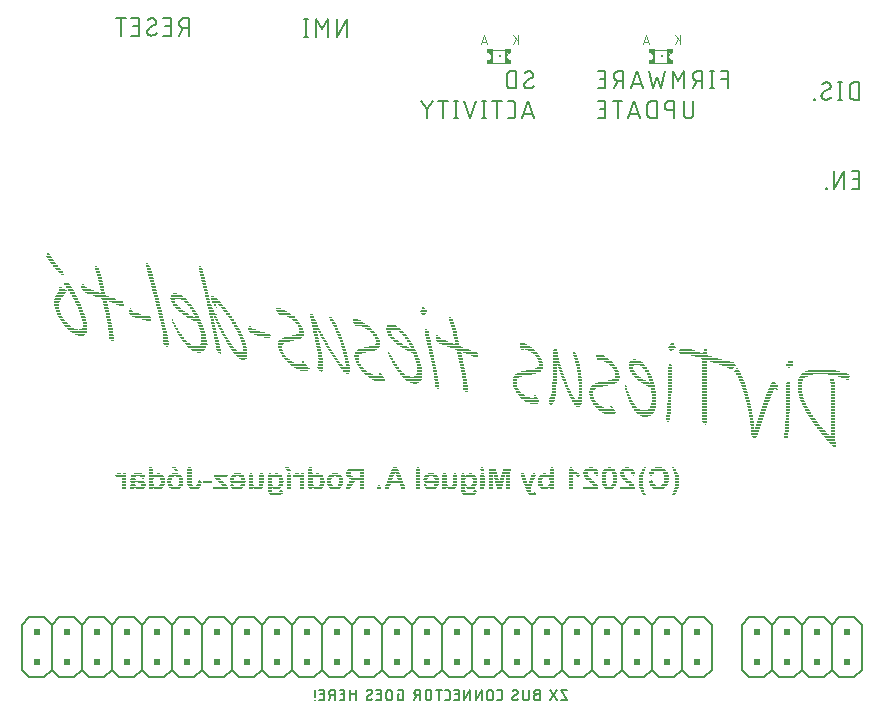
<source format=gbo>
G04 EAGLE Gerber RS-274X export*
G75*
%MOMM*%
%FSLAX34Y34*%
%LPD*%
%INSilkscreen Bottom*%
%IPPOS*%
%AMOC8*
5,1,8,0,0,1.08239X$1,22.5*%
G01*
%ADD10C,0.203200*%
%ADD11C,0.101600*%
%ADD12R,0.169163X0.084838*%
%ADD13R,0.169419X0.084838*%
%ADD14R,0.423419X0.084838*%
%ADD15R,0.508000X0.084838*%
%ADD16R,0.592838X0.084838*%
%ADD17R,0.254000X0.084581*%
%ADD18R,0.592581X0.084581*%
%ADD19R,1.016000X0.084581*%
%ADD20R,0.931163X0.084581*%
%ADD21R,0.677163X0.084581*%
%ADD22R,1.185163X0.084581*%
%ADD23R,1.100838X0.084581*%
%ADD24R,0.254000X0.084838*%
%ADD25R,0.084581X0.084838*%
%ADD26R,0.423162X0.084838*%
%ADD27R,0.338581X0.084581*%
%ADD28R,0.338838X0.084581*%
%ADD29R,0.423419X0.084581*%
%ADD30R,0.169163X0.084581*%
%ADD31R,0.169419X0.084581*%
%ADD32R,0.338838X0.084838*%
%ADD33R,0.338581X0.084838*%
%ADD34R,0.931419X0.084581*%
%ADD35R,1.270000X0.084581*%
%ADD36R,0.677419X0.084581*%
%ADD37R,0.592838X0.084581*%
%ADD38R,0.846581X0.084581*%
%ADD39R,0.762000X0.084581*%
%ADD40R,1.100581X0.084581*%
%ADD41R,0.508000X0.084581*%
%ADD42R,1.185419X0.084581*%
%ADD43R,1.270000X0.084838*%
%ADD44R,0.677163X0.084838*%
%ADD45R,0.677419X0.084838*%
%ADD46R,0.592581X0.084838*%
%ADD47R,1.185419X0.084838*%
%ADD48R,1.100838X0.084838*%
%ADD49R,0.423162X0.084581*%
%ADD50R,1.524000X0.084838*%
%ADD51R,1.354581X0.084581*%
%ADD52R,1.354838X0.084581*%
%ADD53R,1.354581X0.084838*%
%ADD54R,1.354838X0.084838*%
%ADD55R,0.762000X0.084838*%
%ADD56R,0.931419X0.084838*%
%ADD57R,1.439419X0.084838*%
%ADD58R,0.846838X0.084581*%
%ADD59R,0.084581X0.084581*%
%ADD60R,0.084838X0.084581*%
%ADD61R,0.846581X0.084838*%
%ADD62R,1.100581X0.084838*%
%ADD63R,0.846838X0.084838*%
%ADD64R,0.931163X0.084838*%
%ADD65R,1.439419X0.084581*%
%ADD66R,0.084838X0.084838*%
%ADD67R,1.524000X0.084581*%
%ADD68R,1.608838X0.084838*%
%ADD69R,1.778000X0.084581*%
%ADD70R,1.016000X0.084838*%
%ADD71R,1.693419X0.084581*%
%ADD72R,1.608581X0.084581*%
%ADD73R,1.439163X0.084581*%
%ADD74R,1.439163X0.084838*%
%ADD75R,3.810000X0.084581*%
%ADD76R,3.471419X0.084838*%
%ADD77R,1.608581X0.084838*%
%ADD78R,2.963419X0.084581*%
%ADD79R,1.608838X0.084581*%
%ADD80R,2.370581X0.084581*%
%ADD81R,1.693419X0.084838*%
%ADD82R,1.947163X0.084838*%
%ADD83R,1.693163X0.084581*%
%ADD84R,1.778000X0.084838*%
%ADD85R,2.286000X0.084581*%
%ADD86C,0.127000*%
%ADD87R,0.500000X0.325000*%
%ADD88R,0.250000X0.150000*%
%ADD89R,0.175000X0.400000*%
%ADD90R,0.200000X0.200000*%
%ADD91R,0.300000X0.300000*%
%ADD92R,0.075000X0.325000*%
%ADD93C,0.152400*%
%ADD94R,0.508000X0.508000*%


D10*
X608194Y522732D02*
X608194Y537464D01*
X601647Y537464D01*
X601647Y530916D02*
X608194Y530916D01*
X594723Y537464D02*
X594723Y522732D01*
X596360Y522732D02*
X593086Y522732D01*
X593086Y537464D02*
X596360Y537464D01*
X586314Y537464D02*
X586314Y522732D01*
X586314Y537464D02*
X582222Y537464D01*
X582095Y537462D01*
X581968Y537456D01*
X581841Y537446D01*
X581714Y537432D01*
X581588Y537415D01*
X581463Y537393D01*
X581338Y537367D01*
X581214Y537338D01*
X581091Y537305D01*
X580970Y537268D01*
X580849Y537227D01*
X580730Y537182D01*
X580612Y537134D01*
X580496Y537082D01*
X580381Y537027D01*
X580269Y536968D01*
X580158Y536905D01*
X580049Y536839D01*
X579942Y536770D01*
X579837Y536697D01*
X579735Y536622D01*
X579635Y536543D01*
X579538Y536461D01*
X579443Y536376D01*
X579351Y536288D01*
X579262Y536197D01*
X579175Y536104D01*
X579092Y536008D01*
X579011Y535909D01*
X578934Y535808D01*
X578860Y535705D01*
X578789Y535599D01*
X578721Y535491D01*
X578657Y535381D01*
X578596Y535269D01*
X578539Y535156D01*
X578485Y535040D01*
X578435Y534923D01*
X578389Y534805D01*
X578346Y534685D01*
X578307Y534564D01*
X578272Y534441D01*
X578241Y534318D01*
X578213Y534194D01*
X578190Y534069D01*
X578170Y533943D01*
X578154Y533817D01*
X578142Y533690D01*
X578134Y533563D01*
X578130Y533436D01*
X578130Y533308D01*
X578134Y533181D01*
X578142Y533054D01*
X578154Y532927D01*
X578170Y532801D01*
X578190Y532675D01*
X578213Y532550D01*
X578241Y532426D01*
X578272Y532303D01*
X578307Y532180D01*
X578346Y532059D01*
X578389Y531939D01*
X578435Y531821D01*
X578485Y531704D01*
X578539Y531588D01*
X578596Y531475D01*
X578657Y531363D01*
X578721Y531253D01*
X578789Y531145D01*
X578860Y531039D01*
X578934Y530936D01*
X579011Y530835D01*
X579092Y530736D01*
X579175Y530640D01*
X579262Y530547D01*
X579351Y530456D01*
X579443Y530368D01*
X579538Y530283D01*
X579635Y530201D01*
X579735Y530122D01*
X579837Y530047D01*
X579942Y529974D01*
X580049Y529905D01*
X580158Y529839D01*
X580269Y529776D01*
X580381Y529717D01*
X580496Y529662D01*
X580612Y529610D01*
X580730Y529562D01*
X580849Y529517D01*
X580970Y529476D01*
X581091Y529439D01*
X581214Y529406D01*
X581338Y529377D01*
X581463Y529351D01*
X581588Y529329D01*
X581714Y529312D01*
X581841Y529298D01*
X581968Y529288D01*
X582095Y529282D01*
X582222Y529280D01*
X586314Y529280D01*
X581403Y529280D02*
X578129Y522732D01*
X570893Y522732D02*
X570893Y537464D01*
X565982Y529280D01*
X561072Y537464D01*
X561072Y522732D01*
X550922Y522732D02*
X554196Y537464D01*
X547648Y532553D02*
X550922Y522732D01*
X544374Y522732D02*
X547648Y532553D01*
X541100Y537464D02*
X544374Y522732D01*
X535711Y522732D02*
X530800Y537464D01*
X525889Y522732D01*
X527117Y526415D02*
X534483Y526415D01*
X519418Y522732D02*
X519418Y537464D01*
X515325Y537464D01*
X515198Y537462D01*
X515071Y537456D01*
X514944Y537446D01*
X514817Y537432D01*
X514691Y537415D01*
X514566Y537393D01*
X514441Y537367D01*
X514317Y537338D01*
X514194Y537305D01*
X514073Y537268D01*
X513952Y537227D01*
X513833Y537182D01*
X513715Y537134D01*
X513599Y537082D01*
X513484Y537027D01*
X513372Y536968D01*
X513261Y536905D01*
X513152Y536839D01*
X513045Y536770D01*
X512940Y536697D01*
X512838Y536622D01*
X512738Y536543D01*
X512641Y536461D01*
X512546Y536376D01*
X512454Y536288D01*
X512365Y536197D01*
X512278Y536104D01*
X512195Y536008D01*
X512114Y535909D01*
X512037Y535808D01*
X511963Y535705D01*
X511892Y535599D01*
X511824Y535491D01*
X511760Y535381D01*
X511699Y535269D01*
X511642Y535156D01*
X511588Y535040D01*
X511538Y534923D01*
X511492Y534805D01*
X511449Y534685D01*
X511410Y534564D01*
X511375Y534441D01*
X511344Y534318D01*
X511316Y534194D01*
X511293Y534069D01*
X511273Y533943D01*
X511257Y533817D01*
X511245Y533690D01*
X511237Y533563D01*
X511233Y533436D01*
X511233Y533308D01*
X511237Y533181D01*
X511245Y533054D01*
X511257Y532927D01*
X511273Y532801D01*
X511293Y532675D01*
X511316Y532550D01*
X511344Y532426D01*
X511375Y532303D01*
X511410Y532180D01*
X511449Y532059D01*
X511492Y531939D01*
X511538Y531821D01*
X511588Y531704D01*
X511642Y531588D01*
X511699Y531475D01*
X511760Y531363D01*
X511824Y531253D01*
X511892Y531145D01*
X511963Y531039D01*
X512037Y530936D01*
X512114Y530835D01*
X512195Y530736D01*
X512278Y530640D01*
X512365Y530547D01*
X512454Y530456D01*
X512546Y530368D01*
X512641Y530283D01*
X512738Y530201D01*
X512838Y530122D01*
X512940Y530047D01*
X513045Y529974D01*
X513152Y529905D01*
X513261Y529839D01*
X513372Y529776D01*
X513484Y529717D01*
X513599Y529662D01*
X513715Y529610D01*
X513833Y529562D01*
X513952Y529517D01*
X514073Y529476D01*
X514194Y529439D01*
X514317Y529406D01*
X514441Y529377D01*
X514566Y529351D01*
X514691Y529329D01*
X514817Y529312D01*
X514944Y529298D01*
X515071Y529288D01*
X515198Y529282D01*
X515325Y529280D01*
X519418Y529280D01*
X514507Y529280D02*
X511233Y522732D01*
X504134Y522732D02*
X497586Y522732D01*
X504134Y522732D02*
X504134Y537464D01*
X497586Y537464D01*
X499223Y530916D02*
X504134Y530916D01*
X578499Y512318D02*
X578499Y501678D01*
X578498Y501678D02*
X578496Y501551D01*
X578490Y501424D01*
X578480Y501297D01*
X578466Y501170D01*
X578449Y501044D01*
X578427Y500919D01*
X578401Y500794D01*
X578372Y500670D01*
X578339Y500547D01*
X578302Y500426D01*
X578261Y500305D01*
X578216Y500186D01*
X578168Y500068D01*
X578116Y499952D01*
X578061Y499837D01*
X578002Y499725D01*
X577939Y499614D01*
X577873Y499505D01*
X577804Y499398D01*
X577731Y499293D01*
X577656Y499191D01*
X577577Y499091D01*
X577495Y498994D01*
X577410Y498899D01*
X577322Y498807D01*
X577231Y498718D01*
X577138Y498631D01*
X577042Y498548D01*
X576943Y498467D01*
X576842Y498390D01*
X576739Y498316D01*
X576633Y498245D01*
X576525Y498177D01*
X576415Y498113D01*
X576303Y498052D01*
X576190Y497995D01*
X576074Y497941D01*
X575957Y497891D01*
X575839Y497845D01*
X575719Y497802D01*
X575598Y497763D01*
X575475Y497728D01*
X575352Y497697D01*
X575228Y497669D01*
X575103Y497646D01*
X574977Y497626D01*
X574851Y497610D01*
X574724Y497598D01*
X574597Y497590D01*
X574470Y497586D01*
X574342Y497586D01*
X574215Y497590D01*
X574088Y497598D01*
X573961Y497610D01*
X573835Y497626D01*
X573709Y497646D01*
X573584Y497669D01*
X573460Y497697D01*
X573337Y497728D01*
X573214Y497763D01*
X573093Y497802D01*
X572973Y497845D01*
X572855Y497891D01*
X572738Y497941D01*
X572622Y497995D01*
X572509Y498052D01*
X572397Y498113D01*
X572287Y498177D01*
X572179Y498245D01*
X572073Y498316D01*
X571970Y498390D01*
X571869Y498467D01*
X571770Y498548D01*
X571674Y498631D01*
X571581Y498718D01*
X571490Y498807D01*
X571402Y498899D01*
X571317Y498994D01*
X571235Y499091D01*
X571156Y499191D01*
X571081Y499293D01*
X571008Y499398D01*
X570939Y499505D01*
X570873Y499614D01*
X570810Y499725D01*
X570751Y499837D01*
X570696Y499952D01*
X570644Y500068D01*
X570596Y500186D01*
X570551Y500305D01*
X570510Y500426D01*
X570473Y500547D01*
X570440Y500670D01*
X570411Y500794D01*
X570385Y500919D01*
X570363Y501044D01*
X570346Y501170D01*
X570332Y501297D01*
X570322Y501424D01*
X570316Y501551D01*
X570314Y501678D01*
X570314Y512318D01*
X562381Y512318D02*
X562381Y497586D01*
X562381Y512318D02*
X558289Y512318D01*
X558162Y512316D01*
X558035Y512310D01*
X557908Y512300D01*
X557781Y512286D01*
X557655Y512269D01*
X557530Y512247D01*
X557405Y512221D01*
X557281Y512192D01*
X557158Y512159D01*
X557037Y512122D01*
X556916Y512081D01*
X556797Y512036D01*
X556679Y511988D01*
X556563Y511936D01*
X556448Y511881D01*
X556336Y511822D01*
X556225Y511759D01*
X556116Y511693D01*
X556009Y511624D01*
X555904Y511551D01*
X555802Y511476D01*
X555702Y511397D01*
X555605Y511315D01*
X555510Y511230D01*
X555418Y511142D01*
X555329Y511051D01*
X555242Y510958D01*
X555159Y510862D01*
X555078Y510763D01*
X555001Y510662D01*
X554927Y510559D01*
X554856Y510453D01*
X554788Y510345D01*
X554724Y510235D01*
X554663Y510123D01*
X554606Y510010D01*
X554552Y509894D01*
X554502Y509777D01*
X554456Y509659D01*
X554413Y509539D01*
X554374Y509418D01*
X554339Y509295D01*
X554308Y509172D01*
X554280Y509048D01*
X554257Y508923D01*
X554237Y508797D01*
X554221Y508671D01*
X554209Y508544D01*
X554201Y508417D01*
X554197Y508290D01*
X554197Y508162D01*
X554201Y508035D01*
X554209Y507908D01*
X554221Y507781D01*
X554237Y507655D01*
X554257Y507529D01*
X554280Y507404D01*
X554308Y507280D01*
X554339Y507157D01*
X554374Y507034D01*
X554413Y506913D01*
X554456Y506793D01*
X554502Y506675D01*
X554552Y506558D01*
X554606Y506442D01*
X554663Y506329D01*
X554724Y506217D01*
X554788Y506107D01*
X554856Y505999D01*
X554927Y505893D01*
X555001Y505790D01*
X555078Y505689D01*
X555159Y505590D01*
X555242Y505494D01*
X555329Y505401D01*
X555418Y505310D01*
X555510Y505222D01*
X555605Y505137D01*
X555702Y505055D01*
X555802Y504976D01*
X555904Y504901D01*
X556009Y504828D01*
X556116Y504759D01*
X556225Y504693D01*
X556336Y504630D01*
X556448Y504571D01*
X556563Y504516D01*
X556679Y504464D01*
X556797Y504416D01*
X556916Y504371D01*
X557037Y504330D01*
X557158Y504293D01*
X557281Y504260D01*
X557405Y504231D01*
X557530Y504205D01*
X557655Y504183D01*
X557781Y504166D01*
X557908Y504152D01*
X558035Y504142D01*
X558162Y504136D01*
X558289Y504134D01*
X562381Y504134D01*
X547776Y497586D02*
X547776Y512318D01*
X543684Y512318D01*
X543558Y512316D01*
X543432Y512310D01*
X543306Y512301D01*
X543181Y512287D01*
X543056Y512270D01*
X542932Y512248D01*
X542809Y512223D01*
X542686Y512194D01*
X542564Y512162D01*
X542443Y512125D01*
X542324Y512085D01*
X542206Y512042D01*
X542089Y511994D01*
X541974Y511943D01*
X541860Y511889D01*
X541748Y511831D01*
X541638Y511770D01*
X541530Y511705D01*
X541424Y511637D01*
X541320Y511566D01*
X541218Y511491D01*
X541119Y511414D01*
X541022Y511333D01*
X540927Y511250D01*
X540835Y511164D01*
X540746Y511075D01*
X540660Y510983D01*
X540577Y510888D01*
X540496Y510791D01*
X540419Y510692D01*
X540344Y510590D01*
X540273Y510486D01*
X540205Y510380D01*
X540140Y510272D01*
X540079Y510162D01*
X540021Y510050D01*
X539967Y509936D01*
X539916Y509821D01*
X539868Y509704D01*
X539825Y509586D01*
X539785Y509467D01*
X539748Y509346D01*
X539716Y509224D01*
X539687Y509101D01*
X539662Y508978D01*
X539640Y508854D01*
X539623Y508729D01*
X539609Y508604D01*
X539600Y508478D01*
X539594Y508352D01*
X539592Y508226D01*
X539592Y501678D01*
X539594Y501552D01*
X539600Y501426D01*
X539609Y501300D01*
X539623Y501175D01*
X539640Y501050D01*
X539662Y500926D01*
X539687Y500803D01*
X539716Y500680D01*
X539748Y500558D01*
X539785Y500437D01*
X539825Y500318D01*
X539868Y500200D01*
X539916Y500083D01*
X539967Y499968D01*
X540021Y499854D01*
X540079Y499742D01*
X540140Y499632D01*
X540205Y499524D01*
X540273Y499418D01*
X540344Y499314D01*
X540419Y499212D01*
X540496Y499113D01*
X540577Y499016D01*
X540660Y498921D01*
X540746Y498829D01*
X540835Y498740D01*
X540927Y498654D01*
X541022Y498571D01*
X541119Y498490D01*
X541218Y498413D01*
X541320Y498338D01*
X541424Y498267D01*
X541530Y498199D01*
X541638Y498134D01*
X541748Y498073D01*
X541860Y498015D01*
X541974Y497961D01*
X542089Y497910D01*
X542206Y497862D01*
X542324Y497819D01*
X542443Y497779D01*
X542564Y497742D01*
X542686Y497710D01*
X542809Y497681D01*
X542932Y497656D01*
X543056Y497634D01*
X543181Y497617D01*
X543306Y497603D01*
X543432Y497594D01*
X543558Y497588D01*
X543684Y497586D01*
X547776Y497586D01*
X533233Y497586D02*
X528322Y512318D01*
X523412Y497586D01*
X524639Y501269D02*
X532005Y501269D01*
X514448Y497586D02*
X514448Y512318D01*
X518540Y512318D02*
X510355Y512318D01*
X504134Y497586D02*
X497586Y497586D01*
X504134Y497586D02*
X504134Y512318D01*
X497586Y512318D01*
X499223Y505770D02*
X504134Y505770D01*
X438573Y522732D02*
X438461Y522734D01*
X438350Y522740D01*
X438238Y522749D01*
X438127Y522762D01*
X438017Y522780D01*
X437907Y522800D01*
X437798Y522825D01*
X437690Y522853D01*
X437583Y522885D01*
X437477Y522921D01*
X437372Y522960D01*
X437269Y523003D01*
X437167Y523049D01*
X437067Y523099D01*
X436968Y523152D01*
X436872Y523209D01*
X436777Y523268D01*
X436685Y523331D01*
X436595Y523397D01*
X436507Y523466D01*
X436421Y523538D01*
X436338Y523613D01*
X436258Y523691D01*
X436180Y523771D01*
X436105Y523854D01*
X436033Y523940D01*
X435964Y524028D01*
X435898Y524118D01*
X435835Y524210D01*
X435776Y524305D01*
X435719Y524401D01*
X435666Y524500D01*
X435616Y524600D01*
X435570Y524702D01*
X435527Y524805D01*
X435488Y524910D01*
X435452Y525016D01*
X435420Y525123D01*
X435392Y525231D01*
X435367Y525340D01*
X435347Y525450D01*
X435329Y525560D01*
X435316Y525671D01*
X435307Y525783D01*
X435301Y525894D01*
X435299Y526006D01*
X438573Y522732D02*
X438739Y522734D01*
X438904Y522740D01*
X439069Y522750D01*
X439234Y522764D01*
X439398Y522781D01*
X439562Y522803D01*
X439726Y522829D01*
X439889Y522858D01*
X440051Y522892D01*
X440212Y522929D01*
X440372Y522970D01*
X440532Y523015D01*
X440690Y523064D01*
X440847Y523116D01*
X441002Y523173D01*
X441156Y523233D01*
X441309Y523296D01*
X441460Y523364D01*
X441610Y523434D01*
X441758Y523509D01*
X441904Y523587D01*
X442048Y523668D01*
X442190Y523753D01*
X442330Y523841D01*
X442468Y523933D01*
X442603Y524028D01*
X442737Y524126D01*
X442867Y524227D01*
X442996Y524331D01*
X443122Y524438D01*
X443245Y524549D01*
X443366Y524662D01*
X443484Y524778D01*
X443075Y534190D02*
X443073Y534302D01*
X443067Y534413D01*
X443058Y534525D01*
X443045Y534636D01*
X443027Y534746D01*
X443007Y534856D01*
X442982Y534965D01*
X442954Y535073D01*
X442922Y535180D01*
X442886Y535286D01*
X442847Y535391D01*
X442804Y535494D01*
X442758Y535596D01*
X442708Y535696D01*
X442655Y535795D01*
X442598Y535891D01*
X442539Y535986D01*
X442476Y536078D01*
X442410Y536168D01*
X442341Y536256D01*
X442269Y536342D01*
X442194Y536425D01*
X442116Y536505D01*
X442036Y536583D01*
X441953Y536658D01*
X441867Y536730D01*
X441779Y536799D01*
X441689Y536865D01*
X441597Y536928D01*
X441502Y536987D01*
X441406Y537044D01*
X441307Y537097D01*
X441207Y537147D01*
X441105Y537193D01*
X441002Y537236D01*
X440897Y537275D01*
X440791Y537311D01*
X440684Y537343D01*
X440576Y537371D01*
X440467Y537396D01*
X440357Y537416D01*
X440247Y537434D01*
X440136Y537447D01*
X440024Y537456D01*
X439913Y537462D01*
X439801Y537464D01*
X439649Y537462D01*
X439497Y537456D01*
X439346Y537447D01*
X439194Y537434D01*
X439043Y537417D01*
X438893Y537396D01*
X438743Y537372D01*
X438594Y537344D01*
X438445Y537312D01*
X438297Y537277D01*
X438150Y537238D01*
X438005Y537195D01*
X437860Y537149D01*
X437716Y537099D01*
X437574Y537046D01*
X437433Y536989D01*
X437294Y536929D01*
X437156Y536865D01*
X437020Y536798D01*
X436885Y536727D01*
X436752Y536653D01*
X436622Y536576D01*
X436493Y536496D01*
X436366Y536413D01*
X436241Y536326D01*
X436118Y536236D01*
X441438Y531325D02*
X441533Y531384D01*
X441626Y531445D01*
X441717Y531509D01*
X441806Y531577D01*
X441892Y531647D01*
X441976Y531720D01*
X442057Y531796D01*
X442136Y531875D01*
X442212Y531956D01*
X442286Y532039D01*
X442357Y532126D01*
X442424Y532214D01*
X442489Y532305D01*
X442550Y532397D01*
X442609Y532492D01*
X442664Y532589D01*
X442716Y532687D01*
X442765Y532788D01*
X442810Y532889D01*
X442852Y532993D01*
X442890Y533097D01*
X442925Y533203D01*
X442956Y533310D01*
X442984Y533418D01*
X443008Y533526D01*
X443028Y533636D01*
X443045Y533746D01*
X443058Y533856D01*
X443068Y533967D01*
X443073Y534079D01*
X443075Y534190D01*
X436936Y528871D02*
X436841Y528813D01*
X436748Y528751D01*
X436657Y528687D01*
X436568Y528619D01*
X436482Y528549D01*
X436398Y528476D01*
X436317Y528400D01*
X436238Y528321D01*
X436162Y528240D01*
X436088Y528157D01*
X436018Y528070D01*
X435950Y527982D01*
X435885Y527891D01*
X435824Y527799D01*
X435765Y527704D01*
X435710Y527607D01*
X435658Y527509D01*
X435609Y527408D01*
X435564Y527307D01*
X435522Y527204D01*
X435484Y527099D01*
X435449Y526993D01*
X435418Y526886D01*
X435390Y526778D01*
X435366Y526670D01*
X435346Y526560D01*
X435329Y526450D01*
X435316Y526340D01*
X435306Y526229D01*
X435301Y526117D01*
X435299Y526006D01*
X436936Y528870D02*
X441438Y531326D01*
X428618Y537464D02*
X428618Y522732D01*
X428618Y537464D02*
X424526Y537464D01*
X424400Y537462D01*
X424274Y537456D01*
X424148Y537447D01*
X424023Y537433D01*
X423898Y537416D01*
X423774Y537394D01*
X423651Y537369D01*
X423528Y537340D01*
X423406Y537308D01*
X423285Y537271D01*
X423166Y537231D01*
X423048Y537188D01*
X422931Y537140D01*
X422816Y537089D01*
X422702Y537035D01*
X422590Y536977D01*
X422480Y536916D01*
X422372Y536851D01*
X422266Y536783D01*
X422162Y536712D01*
X422060Y536637D01*
X421961Y536560D01*
X421864Y536479D01*
X421769Y536396D01*
X421677Y536310D01*
X421588Y536221D01*
X421502Y536129D01*
X421419Y536034D01*
X421338Y535937D01*
X421261Y535838D01*
X421186Y535736D01*
X421115Y535632D01*
X421047Y535526D01*
X420982Y535418D01*
X420921Y535308D01*
X420863Y535196D01*
X420809Y535082D01*
X420758Y534967D01*
X420710Y534850D01*
X420667Y534732D01*
X420627Y534613D01*
X420590Y534492D01*
X420558Y534370D01*
X420529Y534247D01*
X420504Y534124D01*
X420482Y534000D01*
X420465Y533875D01*
X420451Y533750D01*
X420442Y533624D01*
X420436Y533498D01*
X420434Y533372D01*
X420434Y526824D01*
X420436Y526698D01*
X420442Y526572D01*
X420451Y526446D01*
X420465Y526321D01*
X420482Y526196D01*
X420504Y526072D01*
X420529Y525949D01*
X420558Y525826D01*
X420590Y525704D01*
X420627Y525583D01*
X420667Y525464D01*
X420710Y525346D01*
X420758Y525229D01*
X420809Y525114D01*
X420863Y525000D01*
X420921Y524888D01*
X420982Y524778D01*
X421047Y524670D01*
X421115Y524564D01*
X421186Y524460D01*
X421261Y524358D01*
X421338Y524259D01*
X421419Y524162D01*
X421502Y524067D01*
X421588Y523975D01*
X421677Y523886D01*
X421769Y523800D01*
X421864Y523717D01*
X421961Y523636D01*
X422060Y523559D01*
X422162Y523484D01*
X422266Y523413D01*
X422372Y523345D01*
X422480Y523280D01*
X422590Y523219D01*
X422702Y523161D01*
X422816Y523107D01*
X422931Y523056D01*
X423048Y523008D01*
X423166Y522965D01*
X423285Y522925D01*
X423406Y522888D01*
X423528Y522856D01*
X423651Y522827D01*
X423774Y522802D01*
X423898Y522780D01*
X424023Y522763D01*
X424148Y522749D01*
X424274Y522740D01*
X424400Y522734D01*
X424526Y522732D01*
X428618Y522732D01*
X438573Y512318D02*
X443484Y497586D01*
X433663Y497586D02*
X438573Y512318D01*
X434890Y501269D02*
X442256Y501269D01*
X424576Y497586D02*
X421302Y497586D01*
X424576Y497586D02*
X424688Y497588D01*
X424799Y497594D01*
X424911Y497603D01*
X425022Y497616D01*
X425132Y497634D01*
X425242Y497654D01*
X425351Y497679D01*
X425459Y497707D01*
X425566Y497739D01*
X425672Y497775D01*
X425777Y497814D01*
X425880Y497857D01*
X425982Y497903D01*
X426082Y497953D01*
X426181Y498006D01*
X426277Y498063D01*
X426372Y498122D01*
X426464Y498185D01*
X426554Y498251D01*
X426642Y498320D01*
X426728Y498392D01*
X426811Y498467D01*
X426891Y498545D01*
X426969Y498625D01*
X427044Y498708D01*
X427116Y498794D01*
X427185Y498882D01*
X427251Y498972D01*
X427314Y499064D01*
X427373Y499159D01*
X427430Y499255D01*
X427483Y499354D01*
X427533Y499454D01*
X427579Y499556D01*
X427622Y499659D01*
X427661Y499764D01*
X427697Y499870D01*
X427729Y499977D01*
X427757Y500085D01*
X427782Y500194D01*
X427802Y500304D01*
X427820Y500414D01*
X427833Y500525D01*
X427842Y500637D01*
X427848Y500748D01*
X427850Y500860D01*
X427849Y500860D02*
X427849Y509044D01*
X427850Y509044D02*
X427848Y509156D01*
X427842Y509267D01*
X427833Y509379D01*
X427820Y509490D01*
X427802Y509600D01*
X427782Y509710D01*
X427757Y509819D01*
X427729Y509927D01*
X427697Y510034D01*
X427661Y510140D01*
X427622Y510245D01*
X427579Y510348D01*
X427533Y510450D01*
X427483Y510550D01*
X427430Y510649D01*
X427373Y510745D01*
X427314Y510840D01*
X427251Y510932D01*
X427185Y511022D01*
X427116Y511110D01*
X427044Y511196D01*
X426969Y511279D01*
X426891Y511359D01*
X426811Y511437D01*
X426728Y511512D01*
X426642Y511584D01*
X426554Y511653D01*
X426464Y511719D01*
X426372Y511782D01*
X426277Y511841D01*
X426181Y511898D01*
X426082Y511951D01*
X425982Y512001D01*
X425880Y512047D01*
X425777Y512090D01*
X425672Y512129D01*
X425566Y512165D01*
X425459Y512197D01*
X425351Y512225D01*
X425242Y512250D01*
X425132Y512270D01*
X425022Y512288D01*
X424911Y512301D01*
X424799Y512310D01*
X424688Y512316D01*
X424576Y512318D01*
X421302Y512318D01*
X412310Y512318D02*
X412310Y497586D01*
X408218Y512318D02*
X416403Y512318D01*
X401409Y512318D02*
X401409Y497586D01*
X403046Y497586D02*
X399772Y497586D01*
X399772Y512318D02*
X403046Y512318D01*
X394427Y512318D02*
X389516Y497586D01*
X384606Y512318D01*
X377624Y512318D02*
X377624Y497586D01*
X379261Y497586D02*
X375987Y497586D01*
X375987Y512318D02*
X379261Y512318D01*
X366722Y512318D02*
X366722Y497586D01*
X370814Y512318D02*
X362630Y512318D01*
X357758Y512318D02*
X352847Y505361D01*
X347937Y512318D01*
X352847Y505361D02*
X352847Y497586D01*
X719074Y513334D02*
X719074Y528066D01*
X714982Y528066D01*
X714856Y528064D01*
X714730Y528058D01*
X714604Y528049D01*
X714479Y528035D01*
X714354Y528018D01*
X714230Y527996D01*
X714107Y527971D01*
X713984Y527942D01*
X713862Y527910D01*
X713741Y527873D01*
X713622Y527833D01*
X713504Y527790D01*
X713387Y527742D01*
X713272Y527691D01*
X713158Y527637D01*
X713046Y527579D01*
X712936Y527518D01*
X712828Y527453D01*
X712722Y527385D01*
X712618Y527314D01*
X712516Y527239D01*
X712417Y527162D01*
X712320Y527081D01*
X712225Y526998D01*
X712133Y526912D01*
X712044Y526823D01*
X711958Y526731D01*
X711875Y526636D01*
X711794Y526539D01*
X711717Y526440D01*
X711642Y526338D01*
X711571Y526234D01*
X711503Y526128D01*
X711438Y526020D01*
X711377Y525910D01*
X711319Y525798D01*
X711265Y525684D01*
X711214Y525569D01*
X711166Y525452D01*
X711123Y525334D01*
X711083Y525215D01*
X711046Y525094D01*
X711014Y524972D01*
X710985Y524849D01*
X710960Y524726D01*
X710938Y524602D01*
X710921Y524477D01*
X710907Y524352D01*
X710898Y524226D01*
X710892Y524100D01*
X710890Y523974D01*
X710890Y517426D01*
X710892Y517300D01*
X710898Y517174D01*
X710907Y517048D01*
X710921Y516923D01*
X710938Y516798D01*
X710960Y516674D01*
X710985Y516551D01*
X711014Y516428D01*
X711046Y516306D01*
X711083Y516185D01*
X711123Y516066D01*
X711166Y515948D01*
X711214Y515831D01*
X711265Y515716D01*
X711319Y515602D01*
X711377Y515490D01*
X711438Y515380D01*
X711503Y515272D01*
X711571Y515166D01*
X711642Y515062D01*
X711717Y514960D01*
X711794Y514861D01*
X711875Y514764D01*
X711958Y514669D01*
X712044Y514577D01*
X712133Y514488D01*
X712225Y514402D01*
X712320Y514319D01*
X712417Y514238D01*
X712516Y514161D01*
X712618Y514086D01*
X712722Y514015D01*
X712828Y513947D01*
X712936Y513882D01*
X713046Y513821D01*
X713158Y513763D01*
X713272Y513709D01*
X713387Y513658D01*
X713504Y513610D01*
X713622Y513567D01*
X713741Y513527D01*
X713862Y513490D01*
X713984Y513458D01*
X714107Y513429D01*
X714230Y513404D01*
X714354Y513382D01*
X714479Y513365D01*
X714604Y513351D01*
X714730Y513342D01*
X714856Y513336D01*
X714982Y513334D01*
X719074Y513334D01*
X702594Y513334D02*
X702594Y528066D01*
X704231Y513334D02*
X700957Y513334D01*
X700957Y528066D02*
X704231Y528066D01*
X690378Y513334D02*
X690266Y513336D01*
X690155Y513342D01*
X690043Y513351D01*
X689932Y513364D01*
X689822Y513382D01*
X689712Y513402D01*
X689603Y513427D01*
X689495Y513455D01*
X689388Y513487D01*
X689282Y513523D01*
X689177Y513562D01*
X689074Y513605D01*
X688972Y513651D01*
X688872Y513701D01*
X688773Y513754D01*
X688677Y513811D01*
X688582Y513870D01*
X688490Y513933D01*
X688400Y513999D01*
X688312Y514068D01*
X688226Y514140D01*
X688143Y514215D01*
X688063Y514293D01*
X687985Y514373D01*
X687910Y514456D01*
X687838Y514542D01*
X687769Y514630D01*
X687703Y514720D01*
X687640Y514812D01*
X687581Y514907D01*
X687524Y515003D01*
X687471Y515102D01*
X687421Y515202D01*
X687375Y515304D01*
X687332Y515407D01*
X687293Y515512D01*
X687257Y515618D01*
X687225Y515725D01*
X687197Y515833D01*
X687172Y515942D01*
X687152Y516052D01*
X687134Y516162D01*
X687121Y516273D01*
X687112Y516385D01*
X687106Y516496D01*
X687104Y516608D01*
X690378Y513334D02*
X690544Y513336D01*
X690709Y513342D01*
X690874Y513352D01*
X691039Y513366D01*
X691203Y513383D01*
X691367Y513405D01*
X691531Y513431D01*
X691694Y513460D01*
X691856Y513494D01*
X692017Y513531D01*
X692177Y513572D01*
X692337Y513617D01*
X692495Y513666D01*
X692652Y513718D01*
X692807Y513775D01*
X692961Y513835D01*
X693114Y513898D01*
X693265Y513966D01*
X693415Y514036D01*
X693563Y514111D01*
X693709Y514189D01*
X693853Y514270D01*
X693995Y514355D01*
X694135Y514443D01*
X694273Y514535D01*
X694408Y514630D01*
X694542Y514728D01*
X694672Y514829D01*
X694801Y514933D01*
X694927Y515040D01*
X695050Y515151D01*
X695171Y515264D01*
X695289Y515380D01*
X694880Y524792D02*
X694878Y524904D01*
X694872Y525015D01*
X694863Y525127D01*
X694850Y525238D01*
X694832Y525348D01*
X694812Y525458D01*
X694787Y525567D01*
X694759Y525675D01*
X694727Y525782D01*
X694691Y525888D01*
X694652Y525993D01*
X694609Y526096D01*
X694563Y526198D01*
X694513Y526298D01*
X694460Y526397D01*
X694403Y526493D01*
X694344Y526588D01*
X694281Y526680D01*
X694215Y526770D01*
X694146Y526858D01*
X694074Y526944D01*
X693999Y527027D01*
X693921Y527107D01*
X693841Y527185D01*
X693758Y527260D01*
X693672Y527332D01*
X693584Y527401D01*
X693494Y527467D01*
X693402Y527530D01*
X693307Y527589D01*
X693211Y527646D01*
X693112Y527699D01*
X693012Y527749D01*
X692910Y527795D01*
X692807Y527838D01*
X692702Y527877D01*
X692596Y527913D01*
X692489Y527945D01*
X692381Y527973D01*
X692272Y527998D01*
X692162Y528018D01*
X692052Y528036D01*
X691941Y528049D01*
X691829Y528058D01*
X691718Y528064D01*
X691606Y528066D01*
X691454Y528064D01*
X691302Y528058D01*
X691151Y528049D01*
X690999Y528036D01*
X690848Y528019D01*
X690698Y527998D01*
X690548Y527974D01*
X690399Y527946D01*
X690250Y527914D01*
X690102Y527879D01*
X689955Y527840D01*
X689810Y527797D01*
X689665Y527751D01*
X689521Y527701D01*
X689379Y527648D01*
X689238Y527591D01*
X689099Y527531D01*
X688961Y527467D01*
X688825Y527400D01*
X688690Y527329D01*
X688557Y527255D01*
X688427Y527178D01*
X688298Y527098D01*
X688171Y527015D01*
X688046Y526928D01*
X687923Y526838D01*
X693243Y521927D02*
X693338Y521986D01*
X693431Y522047D01*
X693522Y522111D01*
X693611Y522179D01*
X693697Y522249D01*
X693781Y522322D01*
X693862Y522398D01*
X693941Y522477D01*
X694017Y522558D01*
X694091Y522641D01*
X694162Y522728D01*
X694229Y522816D01*
X694294Y522907D01*
X694355Y522999D01*
X694414Y523094D01*
X694469Y523191D01*
X694521Y523289D01*
X694570Y523390D01*
X694615Y523491D01*
X694657Y523595D01*
X694695Y523699D01*
X694730Y523805D01*
X694761Y523912D01*
X694789Y524020D01*
X694813Y524128D01*
X694833Y524238D01*
X694850Y524348D01*
X694863Y524458D01*
X694873Y524569D01*
X694878Y524681D01*
X694880Y524792D01*
X688741Y519473D02*
X688646Y519415D01*
X688553Y519353D01*
X688462Y519289D01*
X688373Y519221D01*
X688287Y519151D01*
X688203Y519078D01*
X688122Y519002D01*
X688043Y518923D01*
X687967Y518842D01*
X687893Y518759D01*
X687823Y518672D01*
X687755Y518584D01*
X687690Y518493D01*
X687629Y518401D01*
X687570Y518306D01*
X687515Y518209D01*
X687463Y518111D01*
X687414Y518010D01*
X687369Y517909D01*
X687327Y517806D01*
X687289Y517701D01*
X687254Y517595D01*
X687223Y517488D01*
X687195Y517380D01*
X687171Y517272D01*
X687151Y517162D01*
X687134Y517052D01*
X687121Y516942D01*
X687111Y516831D01*
X687106Y516719D01*
X687104Y516608D01*
X688741Y519472D02*
X693243Y521928D01*
X681695Y514152D02*
X681695Y513334D01*
X681695Y514152D02*
X680877Y514152D01*
X680877Y513334D01*
X681695Y513334D01*
X712526Y437896D02*
X719074Y437896D01*
X719074Y452628D01*
X712526Y452628D01*
X714163Y446080D02*
X719074Y446080D01*
X706226Y452628D02*
X706226Y437896D01*
X698042Y437896D02*
X706226Y452628D01*
X698042Y452628D02*
X698042Y437896D01*
X691642Y437896D02*
X691642Y438714D01*
X690823Y438714D01*
X690823Y437896D01*
X691642Y437896D01*
D11*
X567182Y560578D02*
X567182Y567690D01*
X563231Y567690D02*
X567182Y563344D01*
X565602Y564924D02*
X563231Y560578D01*
X541137Y560578D02*
X538767Y567690D01*
X536396Y560578D01*
X536989Y562356D02*
X540545Y562356D01*
X430022Y560578D02*
X430022Y567690D01*
X426071Y567690D02*
X430022Y563344D01*
X428442Y564924D02*
X426071Y560578D01*
X403977Y560578D02*
X401607Y567690D01*
X399236Y560578D01*
X399829Y562356D02*
X403385Y562356D01*
D12*
X561692Y177782D03*
D13*
X537985Y177782D03*
D14*
X442735Y177782D03*
D15*
X388972Y177782D03*
D16*
X225142Y177782D03*
D17*
X562116Y178630D03*
X537562Y178630D03*
D18*
X442735Y178630D03*
D19*
X388972Y178630D03*
D20*
X225142Y178630D03*
D17*
X562962Y179475D03*
X536716Y179475D03*
D21*
X442312Y179475D03*
D22*
X388972Y179475D03*
D23*
X225142Y179475D03*
D24*
X562962Y180322D03*
X536716Y180322D03*
D25*
X444429Y180322D03*
D15*
X440618Y180322D03*
D26*
X392782Y180322D03*
X385162Y180322D03*
D14*
X229375Y180322D03*
X220909Y180322D03*
D27*
X563385Y181170D03*
D17*
X535868Y181170D03*
D28*
X439772Y181170D03*
X394052Y181170D03*
D29*
X384315Y181170D03*
D27*
X229799Y181170D03*
X220485Y181170D03*
D17*
X563808Y182015D03*
X535868Y182015D03*
D29*
X439349Y182015D03*
D30*
X394052Y182015D03*
D28*
X383892Y182015D03*
D31*
X229799Y182015D03*
D27*
X220485Y182015D03*
D32*
X564232Y182862D03*
D15*
X548992Y182862D03*
D33*
X535445Y182862D03*
X507505Y182862D03*
D12*
X475332Y182862D03*
D13*
X459245Y182862D03*
D33*
X453319Y182862D03*
X438925Y182862D03*
D12*
X421992Y182862D03*
D24*
X414796Y182862D03*
D13*
X407599Y182862D03*
X399979Y182862D03*
D32*
X383892Y182862D03*
D14*
X374155Y182862D03*
D13*
X367805Y182862D03*
D14*
X356375Y182862D03*
D12*
X345792Y182862D03*
X333092Y182862D03*
D13*
X319545Y182862D03*
D12*
X312772Y182862D03*
D13*
X298379Y182862D03*
X286525Y182862D03*
D26*
X275942Y182862D03*
D33*
X261125Y182862D03*
D12*
X254352Y182862D03*
D13*
X247579Y182862D03*
D12*
X236572Y182862D03*
D33*
X220485Y182862D03*
X210325Y182862D03*
D13*
X204399Y182862D03*
D15*
X192546Y182862D03*
D26*
X156562Y182862D03*
D14*
X140475Y182862D03*
D33*
X125659Y182862D03*
D12*
X119732Y182862D03*
D33*
X110419Y182862D03*
D13*
X103645Y182862D03*
D12*
X96872Y182862D03*
D28*
X564232Y183710D03*
D34*
X549415Y183710D03*
D27*
X535445Y183710D03*
D35*
X523168Y183710D03*
D36*
X507505Y183710D03*
D35*
X491842Y183710D03*
D28*
X475332Y183710D03*
D27*
X459245Y183710D03*
D18*
X452895Y183710D03*
D29*
X439349Y183710D03*
D28*
X421992Y183710D03*
D29*
X414795Y183710D03*
D27*
X407599Y183710D03*
X399979Y183710D03*
D37*
X390242Y183710D03*
D28*
X383892Y183710D03*
D18*
X374155Y183710D03*
D27*
X367805Y183710D03*
D38*
X356799Y183710D03*
D28*
X345792Y183710D03*
X333092Y183710D03*
D27*
X319545Y183710D03*
D28*
X312772Y183710D03*
D27*
X298379Y183710D03*
X286525Y183710D03*
D38*
X275519Y183710D03*
D36*
X261125Y183710D03*
D17*
X254776Y183710D03*
D27*
X247579Y183710D03*
D28*
X236572Y183710D03*
D18*
X225989Y183710D03*
D27*
X220485Y183710D03*
D36*
X210325Y183710D03*
D27*
X204399Y183710D03*
D38*
X192545Y183710D03*
D35*
X178576Y183710D03*
D39*
X156562Y183710D03*
X140476Y183710D03*
D36*
X125659Y183710D03*
D28*
X119732Y183710D03*
D36*
X110419Y183710D03*
D27*
X103645Y183710D03*
D28*
X96872Y183710D03*
D27*
X565079Y184555D03*
D40*
X549415Y184555D03*
D27*
X534599Y184555D03*
D35*
X523168Y184555D03*
D38*
X507505Y184555D03*
D35*
X491842Y184555D03*
D28*
X475332Y184555D03*
D22*
X455012Y184555D03*
D41*
X438926Y184555D03*
D28*
X421992Y184555D03*
D29*
X414795Y184555D03*
D27*
X407599Y184555D03*
X399979Y184555D03*
D39*
X390242Y184555D03*
D28*
X383892Y184555D03*
D42*
X372039Y184555D03*
D19*
X356798Y184555D03*
D28*
X345792Y184555D03*
X333092Y184555D03*
D27*
X319545Y184555D03*
D28*
X312772Y184555D03*
D27*
X298379Y184555D03*
D29*
X286949Y184555D03*
D19*
X275518Y184555D03*
D35*
X259008Y184555D03*
D27*
X247579Y184555D03*
D28*
X236572Y184555D03*
D40*
X224295Y184555D03*
D22*
X208632Y184555D03*
D19*
X192546Y184555D03*
D35*
X178576Y184555D03*
D20*
X156562Y184555D03*
D19*
X140052Y184555D03*
D42*
X123965Y184555D03*
D35*
X108302Y184555D03*
D28*
X96872Y184555D03*
D33*
X565079Y185402D03*
D43*
X549416Y185402D03*
D33*
X534599Y185402D03*
D43*
X523168Y185402D03*
D14*
X510469Y185402D03*
D15*
X504966Y185402D03*
D43*
X491842Y185402D03*
D32*
X475332Y185402D03*
D44*
X457552Y185402D03*
D15*
X450778Y185402D03*
X438926Y185402D03*
D32*
X421992Y185402D03*
D15*
X414372Y185402D03*
D33*
X407599Y185402D03*
D26*
X400402Y185402D03*
D43*
X388548Y185402D03*
D15*
X376272Y185402D03*
D45*
X369499Y185402D03*
D15*
X360186Y185402D03*
D14*
X352989Y185402D03*
D32*
X345792Y185402D03*
D14*
X332669Y185402D03*
X319969Y185402D03*
D32*
X312772Y185402D03*
D33*
X298379Y185402D03*
D14*
X286949Y185402D03*
D15*
X278906Y185402D03*
D46*
X272555Y185402D03*
D15*
X262818Y185402D03*
D45*
X256045Y185402D03*
D33*
X247579Y185402D03*
D32*
X236572Y185402D03*
D47*
X224719Y185402D03*
D15*
X212018Y185402D03*
D46*
X205669Y185402D03*
D14*
X196355Y185402D03*
X188735Y185402D03*
D47*
X178999Y185402D03*
D48*
X156562Y185402D03*
D15*
X143438Y185402D03*
X137512Y185402D03*
D46*
X127775Y185402D03*
D16*
X121002Y185402D03*
D14*
X112535Y185402D03*
D46*
X104915Y185402D03*
D32*
X96872Y185402D03*
D27*
X565079Y186250D03*
D41*
X554072Y186250D03*
X544758Y186250D03*
D27*
X534599Y186250D03*
D29*
X526555Y186250D03*
X511315Y186250D03*
D27*
X504119Y186250D03*
D29*
X496075Y186250D03*
D28*
X475332Y186250D03*
D41*
X458398Y186250D03*
D29*
X449509Y186250D03*
D18*
X439349Y186250D03*
D28*
X421992Y186250D03*
D18*
X414795Y186250D03*
D27*
X407599Y186250D03*
D49*
X400402Y186250D03*
X392782Y186250D03*
D41*
X384738Y186250D03*
D29*
X376695Y186250D03*
D41*
X368652Y186250D03*
D28*
X361032Y186250D03*
D17*
X352142Y186250D03*
D28*
X345792Y186250D03*
D29*
X332669Y186250D03*
X319969Y186250D03*
D30*
X312772Y186250D03*
D27*
X298379Y186250D03*
D29*
X287795Y186250D03*
D28*
X279752Y186250D03*
D29*
X271709Y186250D03*
X264089Y186250D03*
D41*
X255198Y186250D03*
D27*
X247579Y186250D03*
D28*
X236572Y186250D03*
D29*
X229375Y186250D03*
X220909Y186250D03*
D27*
X212865Y186250D03*
D49*
X204822Y186250D03*
X197202Y186250D03*
D28*
X188312Y186250D03*
D49*
X181962Y186250D03*
D29*
X159949Y186250D03*
X153175Y186250D03*
X144709Y186250D03*
D49*
X136242Y186250D03*
X128622Y186250D03*
D29*
X120155Y186250D03*
D49*
X113382Y186250D03*
D41*
X104492Y186250D03*
D28*
X96872Y186250D03*
D27*
X565079Y187095D03*
D41*
X554918Y187095D03*
D29*
X544335Y187095D03*
D27*
X534599Y187095D03*
D29*
X526555Y187095D03*
D27*
X511739Y187095D03*
D29*
X503695Y187095D03*
X495229Y187095D03*
D28*
X475332Y187095D03*
D49*
X458822Y187095D03*
D29*
X449509Y187095D03*
D36*
X438925Y187095D03*
D28*
X421992Y187095D03*
D18*
X414795Y187095D03*
D27*
X407599Y187095D03*
D49*
X400402Y187095D03*
D29*
X393629Y187095D03*
X384315Y187095D03*
D27*
X377119Y187095D03*
D29*
X368229Y187095D03*
X361455Y187095D03*
D31*
X351719Y187095D03*
D28*
X345792Y187095D03*
D27*
X332245Y187095D03*
D29*
X320815Y187095D03*
D27*
X298379Y187095D03*
D41*
X288218Y187095D03*
D29*
X280175Y187095D03*
D49*
X270862Y187095D03*
D28*
X264512Y187095D03*
D29*
X254775Y187095D03*
D27*
X247579Y187095D03*
D28*
X236572Y187095D03*
D27*
X229799Y187095D03*
X220485Y187095D03*
X212865Y187095D03*
X204399Y187095D03*
X197625Y187095D03*
D30*
X188312Y187095D03*
D29*
X181115Y187095D03*
D28*
X160372Y187095D03*
D29*
X152329Y187095D03*
D28*
X145132Y187095D03*
D27*
X135819Y187095D03*
D29*
X129469Y187095D03*
X120155Y187095D03*
D49*
X113382Y187095D03*
D28*
X104492Y187095D03*
X96872Y187095D03*
D33*
X565079Y187942D03*
D26*
X555342Y187942D03*
D14*
X543489Y187942D03*
D33*
X534599Y187942D03*
D14*
X525709Y187942D03*
D26*
X512162Y187942D03*
D32*
X503272Y187942D03*
D26*
X494382Y187942D03*
D32*
X475332Y187942D03*
D26*
X458822Y187942D03*
D33*
X449085Y187942D03*
X441465Y187942D03*
D32*
X437232Y187942D03*
X421992Y187942D03*
D46*
X414795Y187942D03*
D33*
X407599Y187942D03*
D26*
X400402Y187942D03*
D32*
X394052Y187942D03*
X383892Y187942D03*
D33*
X377119Y187942D03*
D14*
X368229Y187942D03*
D33*
X361879Y187942D03*
D32*
X345792Y187942D03*
D50*
X326318Y187942D03*
D33*
X298379Y187942D03*
D26*
X288642Y187942D03*
D33*
X280599Y187942D03*
X270439Y187942D03*
D32*
X264512Y187942D03*
D14*
X254775Y187942D03*
D33*
X247579Y187942D03*
D32*
X236572Y187942D03*
D33*
X229799Y187942D03*
X220485Y187942D03*
D14*
X213289Y187942D03*
D33*
X204399Y187942D03*
X197625Y187942D03*
D14*
X180269Y187942D03*
X160795Y187942D03*
X152329Y187942D03*
D32*
X145132Y187942D03*
D14*
X135395Y187942D03*
X129469Y187942D03*
D32*
X119732Y187942D03*
D33*
X112959Y187942D03*
D32*
X104492Y187942D03*
X96872Y187942D03*
D27*
X565079Y188790D03*
X555765Y188790D03*
X543065Y188790D03*
X534599Y188790D03*
D41*
X524438Y188790D03*
D27*
X512585Y188790D03*
D28*
X503272Y188790D03*
D29*
X493535Y188790D03*
D28*
X475332Y188790D03*
D27*
X459245Y188790D03*
X449085Y188790D03*
X441465Y188790D03*
X436385Y188790D03*
D28*
X421992Y188790D03*
D21*
X414372Y188790D03*
D27*
X407599Y188790D03*
D49*
X400402Y188790D03*
D28*
X394052Y188790D03*
X383892Y188790D03*
D27*
X377119Y188790D03*
D29*
X368229Y188790D03*
D42*
X357645Y188790D03*
D28*
X345792Y188790D03*
D51*
X326319Y188790D03*
D27*
X298379Y188790D03*
D29*
X289489Y188790D03*
D27*
X280599Y188790D03*
X270439Y188790D03*
D29*
X264935Y188790D03*
X254775Y188790D03*
D27*
X247579Y188790D03*
D28*
X236572Y188790D03*
D27*
X229799Y188790D03*
X220485Y188790D03*
D29*
X213289Y188790D03*
D27*
X204399Y188790D03*
D22*
X193392Y188790D03*
D49*
X179422Y188790D03*
D39*
X167568Y188790D03*
D27*
X161219Y188790D03*
D29*
X152329Y188790D03*
D28*
X145132Y188790D03*
X134972Y188790D03*
X129892Y188790D03*
X119732Y188790D03*
D18*
X111689Y188790D03*
D28*
X104492Y188790D03*
X96872Y188790D03*
D27*
X565079Y189635D03*
D29*
X556189Y189635D03*
D27*
X543065Y189635D03*
X534599Y189635D03*
D41*
X523592Y189635D03*
D27*
X512585Y189635D03*
D28*
X503272Y189635D03*
D29*
X492689Y189635D03*
D28*
X475332Y189635D03*
D27*
X459245Y189635D03*
X449085Y189635D03*
X441465Y189635D03*
X436385Y189635D03*
D28*
X421992Y189635D03*
D39*
X414796Y189635D03*
D27*
X407599Y189635D03*
D49*
X400402Y189635D03*
D28*
X394052Y189635D03*
X383892Y189635D03*
D27*
X377119Y189635D03*
D29*
X368229Y189635D03*
D35*
X357222Y189635D03*
D28*
X345792Y189635D03*
D51*
X326319Y189635D03*
D27*
X298379Y189635D03*
D41*
X289912Y189635D03*
D27*
X280599Y189635D03*
X270439Y189635D03*
D29*
X264935Y189635D03*
X254775Y189635D03*
D27*
X247579Y189635D03*
D28*
X236572Y189635D03*
D49*
X230222Y189635D03*
D27*
X220485Y189635D03*
D29*
X213289Y189635D03*
D27*
X204399Y189635D03*
D52*
X193392Y189635D03*
D29*
X178575Y189635D03*
D39*
X167568Y189635D03*
D17*
X160796Y189635D03*
D29*
X152329Y189635D03*
D28*
X145132Y189635D03*
X134972Y189635D03*
X129892Y189635D03*
X119732Y189635D03*
D42*
X107879Y189635D03*
D28*
X96872Y189635D03*
D33*
X565079Y190482D03*
D14*
X556189Y190482D03*
D25*
X543489Y190482D03*
D33*
X534599Y190482D03*
D15*
X522746Y190482D03*
D33*
X512585Y190482D03*
D32*
X503272Y190482D03*
D15*
X491418Y190482D03*
D32*
X475332Y190482D03*
D33*
X459245Y190482D03*
X449085Y190482D03*
D32*
X442312Y190482D03*
D33*
X436385Y190482D03*
D32*
X421992Y190482D03*
X416912Y190482D03*
D33*
X412679Y190482D03*
X407599Y190482D03*
D26*
X400402Y190482D03*
D32*
X394052Y190482D03*
X383892Y190482D03*
D33*
X377119Y190482D03*
D14*
X368229Y190482D03*
D53*
X356799Y190482D03*
D32*
X345792Y190482D03*
D14*
X330975Y190482D03*
D26*
X321662Y190482D03*
D14*
X297955Y190482D03*
D26*
X291182Y190482D03*
D33*
X280599Y190482D03*
X270439Y190482D03*
D14*
X264935Y190482D03*
X254775Y190482D03*
D33*
X247579Y190482D03*
D32*
X236572Y190482D03*
D26*
X230222Y190482D03*
D33*
X220485Y190482D03*
D14*
X213289Y190482D03*
D33*
X204399Y190482D03*
D54*
X193392Y190482D03*
D14*
X177729Y190482D03*
D55*
X167568Y190482D03*
D25*
X160795Y190482D03*
D14*
X152329Y190482D03*
D32*
X145132Y190482D03*
X134972Y190482D03*
X129892Y190482D03*
X119732Y190482D03*
D56*
X106609Y190482D03*
D32*
X96872Y190482D03*
D27*
X565079Y191330D03*
D29*
X556189Y191330D03*
D27*
X534599Y191330D03*
D29*
X521475Y191330D03*
D27*
X512585Y191330D03*
D28*
X503272Y191330D03*
D41*
X490572Y191330D03*
D28*
X475332Y191330D03*
D49*
X458822Y191330D03*
D27*
X449085Y191330D03*
D28*
X442312Y191330D03*
D27*
X435539Y191330D03*
D28*
X421992Y191330D03*
X416912Y191330D03*
D27*
X412679Y191330D03*
X407599Y191330D03*
D49*
X400402Y191330D03*
D28*
X394052Y191330D03*
X383892Y191330D03*
D27*
X377119Y191330D03*
D29*
X368229Y191330D03*
D27*
X361879Y191330D03*
X351719Y191330D03*
D28*
X345792Y191330D03*
X330552Y191330D03*
D27*
X322085Y191330D03*
D40*
X294569Y191330D03*
D27*
X280599Y191330D03*
X270439Y191330D03*
D28*
X264512Y191330D03*
D29*
X254775Y191330D03*
D27*
X247579Y191330D03*
D28*
X236572Y191330D03*
D27*
X229799Y191330D03*
X220485Y191330D03*
D29*
X213289Y191330D03*
D27*
X204399Y191330D03*
X197625Y191330D03*
D28*
X188312Y191330D03*
D49*
X176882Y191330D03*
D29*
X152329Y191330D03*
D28*
X145132Y191330D03*
D29*
X135395Y191330D03*
X129469Y191330D03*
D28*
X119732Y191330D03*
D41*
X104492Y191330D03*
D28*
X96872Y191330D03*
D27*
X565079Y192175D03*
D29*
X556189Y192175D03*
D27*
X534599Y192175D03*
D29*
X520629Y192175D03*
D27*
X512585Y192175D03*
D28*
X503272Y192175D03*
D41*
X489726Y192175D03*
D28*
X475332Y192175D03*
D49*
X458822Y192175D03*
D29*
X449509Y192175D03*
X442735Y192175D03*
D27*
X435539Y192175D03*
D28*
X421992Y192175D03*
X416912Y192175D03*
X411832Y192175D03*
D27*
X407599Y192175D03*
D49*
X400402Y192175D03*
D29*
X393629Y192175D03*
X384315Y192175D03*
D27*
X377119Y192175D03*
D29*
X368229Y192175D03*
X361455Y192175D03*
D27*
X352565Y192175D03*
D28*
X345792Y192175D03*
D29*
X330129Y192175D03*
X322509Y192175D03*
D35*
X293722Y192175D03*
D27*
X280599Y192175D03*
D49*
X270862Y192175D03*
D28*
X264512Y192175D03*
D29*
X254775Y192175D03*
D27*
X247579Y192175D03*
D28*
X236572Y192175D03*
D27*
X229799Y192175D03*
X220485Y192175D03*
D29*
X213289Y192175D03*
D27*
X204399Y192175D03*
X197625Y192175D03*
D28*
X188312Y192175D03*
D29*
X176035Y192175D03*
X152329Y192175D03*
D28*
X145132Y192175D03*
D27*
X135819Y192175D03*
D29*
X129469Y192175D03*
X120155Y192175D03*
D31*
X112959Y192175D03*
D28*
X104492Y192175D03*
X96872Y192175D03*
D33*
X565079Y193022D03*
D14*
X556189Y193022D03*
D33*
X534599Y193022D03*
D26*
X519782Y193022D03*
D33*
X512585Y193022D03*
D32*
X503272Y193022D03*
D33*
X488879Y193022D03*
D32*
X475332Y193022D03*
D15*
X458398Y193022D03*
D14*
X449509Y193022D03*
D33*
X443159Y193022D03*
D24*
X435116Y193022D03*
D32*
X421992Y193022D03*
D33*
X417759Y193022D03*
D32*
X411832Y193022D03*
D33*
X407599Y193022D03*
D26*
X400402Y193022D03*
X392782Y193022D03*
D15*
X384738Y193022D03*
D33*
X377119Y193022D03*
D14*
X368229Y193022D03*
D32*
X361032Y193022D03*
D33*
X352565Y193022D03*
D32*
X345792Y193022D03*
D33*
X329705Y193022D03*
D32*
X322932Y193022D03*
D57*
X292875Y193022D03*
D14*
X280175Y193022D03*
D33*
X271285Y193022D03*
D14*
X264089Y193022D03*
D15*
X255198Y193022D03*
D14*
X247155Y193022D03*
D32*
X236572Y193022D03*
D14*
X229375Y193022D03*
X220909Y193022D03*
X213289Y193022D03*
D33*
X204399Y193022D03*
D26*
X197202Y193022D03*
D14*
X188735Y193022D03*
X176035Y193022D03*
X152329Y193022D03*
X144709Y193022D03*
D26*
X136242Y193022D03*
X128622Y193022D03*
D15*
X120578Y193022D03*
D33*
X112959Y193022D03*
D32*
X104492Y193022D03*
D14*
X96449Y193022D03*
D27*
X565079Y193870D03*
D29*
X556189Y193870D03*
D27*
X534599Y193870D03*
X519359Y193870D03*
X512585Y193870D03*
D28*
X503272Y193870D03*
D29*
X488455Y193870D03*
D31*
X481259Y193870D03*
D28*
X475332Y193870D03*
D35*
X454588Y193870D03*
D27*
X443159Y193870D03*
D28*
X434692Y193870D03*
X421992Y193870D03*
D27*
X417759Y193870D03*
D28*
X411832Y193870D03*
D27*
X407599Y193870D03*
D49*
X400402Y193870D03*
D35*
X388548Y193870D03*
D27*
X377119Y193870D03*
D29*
X368229Y193870D03*
X360609Y193870D03*
X352989Y193870D03*
D28*
X345792Y193870D03*
D27*
X329705Y193870D03*
D28*
X322932Y193870D03*
D27*
X298379Y193870D03*
D41*
X288218Y193870D03*
X278906Y193870D03*
X272132Y193870D03*
D35*
X259008Y193870D03*
D34*
X244615Y193870D03*
D28*
X236572Y193870D03*
D42*
X224719Y193870D03*
D29*
X213289Y193870D03*
D27*
X204399Y193870D03*
D29*
X196355Y193870D03*
D49*
X189582Y193870D03*
D40*
X178575Y193870D03*
D29*
X152329Y193870D03*
D41*
X143438Y193870D03*
X136666Y193870D03*
D35*
X124388Y193870D03*
D29*
X112535Y193870D03*
X104915Y193870D03*
D58*
X94332Y193870D03*
D27*
X565079Y194715D03*
D29*
X556189Y194715D03*
D31*
X543065Y194715D03*
D27*
X534599Y194715D03*
D59*
X528249Y194715D03*
D29*
X518935Y194715D03*
D27*
X512585Y194715D03*
D28*
X503272Y194715D03*
D60*
X496922Y194715D03*
D28*
X488032Y194715D03*
D27*
X481259Y194715D03*
D28*
X475332Y194715D03*
D22*
X455012Y194715D03*
D49*
X443582Y194715D03*
D28*
X434692Y194715D03*
X421992Y194715D03*
D27*
X417759Y194715D03*
D28*
X411832Y194715D03*
D27*
X407599Y194715D03*
X399979Y194715D03*
D39*
X390242Y194715D03*
D28*
X383892Y194715D03*
D27*
X377119Y194715D03*
D29*
X368229Y194715D03*
D19*
X356798Y194715D03*
D28*
X345792Y194715D03*
D49*
X329282Y194715D03*
D29*
X323355Y194715D03*
D27*
X298379Y194715D03*
D29*
X286949Y194715D03*
D19*
X275518Y194715D03*
D35*
X259008Y194715D03*
D34*
X244615Y194715D03*
D28*
X236572Y194715D03*
D42*
X224719Y194715D03*
D29*
X213289Y194715D03*
D27*
X204399Y194715D03*
D19*
X193392Y194715D03*
D42*
X178999Y194715D03*
D29*
X152329Y194715D03*
D19*
X140052Y194715D03*
D42*
X123965Y194715D03*
D23*
X108302Y194715D03*
D34*
X93909Y194715D03*
D32*
X564232Y195562D03*
D33*
X555765Y195562D03*
X543065Y195562D03*
D24*
X535022Y195562D03*
D33*
X527825Y195562D03*
D32*
X518512Y195562D03*
D33*
X512585Y195562D03*
D32*
X503272Y195562D03*
D24*
X496922Y195562D03*
D14*
X487609Y195562D03*
D15*
X480412Y195562D03*
D32*
X475332Y195562D03*
D33*
X459245Y195562D03*
D46*
X452895Y195562D03*
D33*
X444005Y195562D03*
D24*
X434268Y195562D03*
D55*
X419876Y195562D03*
D44*
X409292Y195562D03*
D33*
X399979Y195562D03*
D16*
X390242Y195562D03*
D32*
X383892Y195562D03*
D33*
X377119Y195562D03*
X367805Y195562D03*
D61*
X356799Y195562D03*
D32*
X345792Y195562D03*
D33*
X328859Y195562D03*
X323779Y195562D03*
X298379Y195562D03*
D14*
X286949Y195562D03*
D61*
X275519Y195562D03*
D45*
X261125Y195562D03*
D32*
X254352Y195562D03*
D24*
X248002Y195562D03*
D16*
X242922Y195562D03*
D32*
X236572Y195562D03*
D44*
X226412Y195562D03*
D24*
X220062Y195562D03*
D33*
X212865Y195562D03*
X204399Y195562D03*
D55*
X192968Y195562D03*
D62*
X178575Y195562D03*
D14*
X152329Y195562D03*
D63*
X140052Y195562D03*
D45*
X125659Y195562D03*
D32*
X119732Y195562D03*
D64*
X108302Y195562D03*
D24*
X97296Y195562D03*
D46*
X92215Y195562D03*
D28*
X564232Y196410D03*
D49*
X555342Y196410D03*
D29*
X543489Y196410D03*
D27*
X535445Y196410D03*
X527825Y196410D03*
D28*
X518512Y196410D03*
D49*
X512162Y196410D03*
D28*
X503272Y196410D03*
D27*
X496499Y196410D03*
D29*
X487609Y196410D03*
D58*
X477872Y196410D03*
D27*
X459245Y196410D03*
D17*
X452896Y196410D03*
D31*
X444005Y196410D03*
D17*
X434268Y196410D03*
D36*
X420299Y196410D03*
D21*
X409292Y196410D03*
D17*
X400402Y196410D03*
X390242Y196410D03*
D30*
X383892Y196410D03*
D31*
X377119Y196410D03*
D17*
X368228Y196410D03*
D41*
X356798Y196410D03*
D28*
X345792Y196410D03*
D27*
X328859Y196410D03*
D49*
X324202Y196410D03*
D27*
X298379Y196410D03*
D29*
X286949Y196410D03*
D41*
X275518Y196410D03*
D17*
X260702Y196410D03*
D29*
X254775Y196410D03*
D17*
X248002Y196410D03*
D27*
X243345Y196410D03*
D30*
X236572Y196410D03*
D17*
X225988Y196410D03*
D60*
X220062Y196410D03*
D17*
X213288Y196410D03*
D31*
X204399Y196410D03*
D18*
X192969Y196410D03*
D29*
X152329Y196410D03*
D41*
X140052Y196410D03*
D17*
X126082Y196410D03*
D28*
X119732Y196410D03*
D37*
X108302Y196410D03*
D17*
X97296Y196410D03*
D27*
X92639Y196410D03*
D17*
X563808Y197255D03*
D49*
X555342Y197255D03*
D29*
X543489Y197255D03*
D17*
X535868Y197255D03*
D27*
X527825Y197255D03*
D28*
X518512Y197255D03*
D27*
X511739Y197255D03*
D29*
X503695Y197255D03*
D27*
X496499Y197255D03*
D29*
X487609Y197255D03*
D36*
X477025Y197255D03*
D27*
X459245Y197255D03*
D36*
X420299Y197255D03*
D21*
X409292Y197255D03*
D28*
X345792Y197255D03*
D36*
X326319Y197255D03*
D27*
X298379Y197255D03*
D29*
X286949Y197255D03*
D28*
X254352Y197255D03*
D29*
X152329Y197255D03*
D28*
X119732Y197255D03*
D24*
X563808Y198102D03*
D15*
X554072Y198102D03*
D14*
X544335Y198102D03*
D24*
X535868Y198102D03*
D33*
X526979Y198102D03*
D14*
X518935Y198102D03*
X511315Y198102D03*
D33*
X504119Y198102D03*
D14*
X496075Y198102D03*
X488455Y198102D03*
D15*
X476178Y198102D03*
D33*
X459245Y198102D03*
D45*
X420299Y198102D03*
D44*
X409292Y198102D03*
D32*
X345792Y198102D03*
D45*
X326319Y198102D03*
D33*
X298379Y198102D03*
D14*
X287795Y198102D03*
D32*
X254352Y198102D03*
D13*
X237419Y198102D03*
D14*
X152329Y198102D03*
D13*
X141745Y198102D03*
D32*
X119732Y198102D03*
D17*
X562962Y198950D03*
D35*
X549416Y198950D03*
D17*
X536716Y198950D03*
D40*
X523169Y198950D03*
D19*
X507506Y198950D03*
D23*
X491842Y198950D03*
D29*
X475755Y198950D03*
D27*
X459245Y198950D03*
D37*
X420722Y198950D03*
D18*
X408869Y198950D03*
D17*
X400402Y198950D03*
D28*
X345792Y198950D03*
D36*
X326319Y198950D03*
D65*
X292875Y198950D03*
D28*
X254352Y198950D03*
X236572Y198950D03*
D29*
X152329Y198950D03*
D17*
X141322Y198950D03*
D28*
X119732Y198950D03*
D17*
X562962Y199795D03*
D22*
X548992Y199795D03*
D17*
X536716Y199795D03*
D34*
X523169Y199795D03*
X507929Y199795D03*
D19*
X492266Y199795D03*
D28*
X475332Y199795D03*
D27*
X459245Y199795D03*
D37*
X420722Y199795D03*
D18*
X408869Y199795D03*
D27*
X399979Y199795D03*
D28*
X345792Y199795D03*
D41*
X326318Y199795D03*
D51*
X293299Y199795D03*
D28*
X254352Y199795D03*
D27*
X235725Y199795D03*
D29*
X152329Y199795D03*
D17*
X140476Y199795D03*
D28*
X119732Y199795D03*
D24*
X562116Y200642D03*
D56*
X549415Y200642D03*
D24*
X537562Y200642D03*
D55*
X523168Y200642D03*
D45*
X507505Y200642D03*
D55*
X491842Y200642D03*
D32*
X475332Y200642D03*
D33*
X459245Y200642D03*
D16*
X420722Y200642D03*
D15*
X408446Y200642D03*
D33*
X399979Y200642D03*
D32*
X345792Y200642D03*
D15*
X326318Y200642D03*
D43*
X293722Y200642D03*
D24*
X254776Y200642D03*
D26*
X235302Y200642D03*
D33*
X151905Y200642D03*
D32*
X140052Y200642D03*
X119732Y200642D03*
D30*
X561692Y201490D03*
D18*
X549415Y201490D03*
D31*
X537985Y201490D03*
D27*
X522745Y201490D03*
D17*
X507928Y201490D03*
D27*
X492265Y201490D03*
D30*
X475332Y201490D03*
D31*
X459245Y201490D03*
X399979Y201490D03*
D30*
X345792Y201490D03*
D27*
X326319Y201490D03*
D17*
X254776Y201490D03*
D27*
X234879Y201490D03*
D17*
X152328Y201490D03*
D27*
X139205Y201490D03*
D17*
X119308Y201490D03*
X698428Y219270D03*
D27*
X698005Y220115D03*
D33*
X698005Y220962D03*
D41*
X697158Y221810D03*
D18*
X696735Y222655D03*
D46*
X695889Y223502D03*
D36*
X695465Y224350D03*
D39*
X695042Y225195D03*
D55*
X695042Y226042D03*
D13*
X657365Y226042D03*
D66*
X631542Y226042D03*
D38*
X694619Y226890D03*
D27*
X657365Y226890D03*
D17*
X630696Y226890D03*
D34*
X694195Y227735D03*
D27*
X657365Y227735D03*
D29*
X630695Y227735D03*
D33*
X697159Y228582D03*
D46*
X691655Y228582D03*
D33*
X657365Y228582D03*
D14*
X630695Y228582D03*
D27*
X697159Y229430D03*
D18*
X690809Y229430D03*
D27*
X657365Y229430D03*
D18*
X630695Y229430D03*
D27*
X697159Y230275D03*
D41*
X689538Y230275D03*
D27*
X657365Y230275D03*
D18*
X630695Y230275D03*
D33*
X697159Y231122D03*
D14*
X689115Y231122D03*
D33*
X657365Y231122D03*
D46*
X630695Y231122D03*
D27*
X697159Y231970D03*
D41*
X688692Y231970D03*
D28*
X658212Y231970D03*
D36*
X631119Y231970D03*
D27*
X697159Y232815D03*
D41*
X687846Y232815D03*
D28*
X658212Y232815D03*
D36*
X631119Y232815D03*
D33*
X697159Y233662D03*
D15*
X686998Y233662D03*
D32*
X658212Y233662D03*
D55*
X631542Y233662D03*
D27*
X697159Y234510D03*
D41*
X686152Y234510D03*
D28*
X658212Y234510D03*
D29*
X633235Y234510D03*
D17*
X629002Y234510D03*
D27*
X697159Y235355D03*
D29*
X685729Y235355D03*
D28*
X658212Y235355D03*
D29*
X633235Y235355D03*
D17*
X629002Y235355D03*
D33*
X697159Y236202D03*
D26*
X684882Y236202D03*
D32*
X658212Y236202D03*
D26*
X634082Y236202D03*
D24*
X629002Y236202D03*
D27*
X697159Y237050D03*
D29*
X684035Y237050D03*
D28*
X658212Y237050D03*
D49*
X634082Y237050D03*
D17*
X629002Y237050D03*
D27*
X697159Y237895D03*
D29*
X683189Y237895D03*
D28*
X658212Y237895D03*
D49*
X634082Y237895D03*
D27*
X628579Y237895D03*
D59*
X589209Y237895D03*
D33*
X697159Y238742D03*
D14*
X683189Y238742D03*
D32*
X658212Y238742D03*
D14*
X634929Y238742D03*
D33*
X628579Y238742D03*
D24*
X589208Y238742D03*
D27*
X697159Y239590D03*
D49*
X682342Y239590D03*
D28*
X658212Y239590D03*
D29*
X634929Y239590D03*
D27*
X628579Y239590D03*
X588785Y239590D03*
X697159Y240435D03*
D29*
X681495Y240435D03*
D28*
X658212Y240435D03*
D29*
X634929Y240435D03*
D27*
X628579Y240435D03*
D49*
X588362Y240435D03*
D31*
X557459Y240435D03*
D33*
X697159Y241282D03*
D32*
X681072Y241282D03*
D24*
X658636Y241282D03*
D14*
X635775Y241282D03*
D24*
X628156Y241282D03*
D26*
X588362Y241282D03*
D33*
X557459Y241282D03*
D27*
X697159Y242130D03*
D29*
X680649Y242130D03*
D17*
X658636Y242130D03*
D29*
X635775Y242130D03*
D17*
X628156Y242130D03*
D49*
X588362Y242130D03*
D27*
X557459Y242130D03*
X697159Y242975D03*
D49*
X679802Y242975D03*
D17*
X658636Y242975D03*
D29*
X635775Y242975D03*
D17*
X628156Y242975D03*
D49*
X588362Y242975D03*
D27*
X557459Y242975D03*
D33*
X697159Y243822D03*
X679379Y243822D03*
D24*
X658636Y243822D03*
D26*
X636622Y243822D03*
D32*
X627732Y243822D03*
D26*
X588362Y243822D03*
D33*
X557459Y243822D03*
D27*
X697159Y244670D03*
D28*
X678532Y244670D03*
D17*
X658636Y244670D03*
D49*
X636622Y244670D03*
D28*
X627732Y244670D03*
D49*
X588362Y244670D03*
D27*
X557459Y244670D03*
D41*
X537986Y244670D03*
D27*
X697159Y245515D03*
D29*
X678109Y245515D03*
D17*
X658636Y245515D03*
D49*
X636622Y245515D03*
D28*
X627732Y245515D03*
D49*
X588362Y245515D03*
D27*
X557459Y245515D03*
D34*
X538409Y245515D03*
D33*
X697159Y246362D03*
X677685Y246362D03*
D24*
X658636Y246362D03*
D14*
X637469Y246362D03*
D24*
X627308Y246362D03*
D26*
X588362Y246362D03*
X557882Y246362D03*
D47*
X537985Y246362D03*
D55*
X508776Y246362D03*
D27*
X697159Y247210D03*
X676839Y247210D03*
D17*
X658636Y247210D03*
D29*
X637469Y247210D03*
D17*
X627308Y247210D03*
D49*
X588362Y247210D03*
D27*
X558305Y247210D03*
D51*
X537985Y247210D03*
D34*
X507929Y247210D03*
D27*
X697159Y248055D03*
D29*
X676415Y248055D03*
D27*
X659059Y248055D03*
D29*
X637469Y248055D03*
D17*
X627308Y248055D03*
D49*
X588362Y248055D03*
D27*
X558305Y248055D03*
D67*
X537986Y248055D03*
D42*
X507505Y248055D03*
D33*
X697159Y248902D03*
D32*
X675992Y248902D03*
D33*
X659059Y248902D03*
D14*
X638315Y248902D03*
D33*
X626885Y248902D03*
D26*
X588362Y248902D03*
D33*
X558305Y248902D03*
D68*
X537562Y248902D03*
D43*
X506236Y248902D03*
D27*
X697159Y249750D03*
D29*
X675569Y249750D03*
D27*
X659059Y249750D03*
D29*
X638315Y249750D03*
D27*
X626885Y249750D03*
D49*
X588362Y249750D03*
D27*
X558305Y249750D03*
D69*
X537562Y249750D03*
D52*
X505812Y249750D03*
D27*
X697159Y250595D03*
X675145Y250595D03*
X659059Y250595D03*
D29*
X638315Y250595D03*
D27*
X626885Y250595D03*
D49*
X588362Y250595D03*
D27*
X558305Y250595D03*
D18*
X543489Y250595D03*
D41*
X531212Y250595D03*
D51*
X504965Y250595D03*
D33*
X697159Y251442D03*
X674299Y251442D03*
X659059Y251442D03*
D26*
X639162Y251442D03*
D24*
X626462Y251442D03*
D26*
X588362Y251442D03*
D33*
X558305Y251442D03*
D15*
X543912Y251442D03*
X530366Y251442D03*
D33*
X510045Y251442D03*
D61*
X501579Y251442D03*
D27*
X697159Y252290D03*
X674299Y252290D03*
X659059Y252290D03*
D49*
X639162Y252290D03*
D17*
X626462Y252290D03*
D49*
X588362Y252290D03*
D27*
X558305Y252290D03*
D41*
X544758Y252290D03*
D29*
X529095Y252290D03*
D31*
X510045Y252290D03*
D36*
X499885Y252290D03*
D27*
X697159Y253135D03*
D28*
X673452Y253135D03*
D27*
X659059Y253135D03*
D49*
X639162Y253135D03*
D27*
X626039Y253135D03*
D49*
X588362Y253135D03*
D27*
X558305Y253135D03*
D41*
X544758Y253135D03*
D28*
X528672Y253135D03*
D31*
X509199Y253135D03*
D18*
X498615Y253135D03*
D27*
X481259Y253135D03*
D33*
X697159Y253982D03*
D14*
X673029Y253982D03*
D33*
X659059Y253982D03*
D14*
X640009Y253982D03*
D33*
X626039Y253982D03*
D26*
X588362Y253982D03*
D33*
X558305Y253982D03*
D26*
X545182Y253982D03*
D33*
X527825Y253982D03*
D15*
X497346Y253982D03*
X481258Y253982D03*
D27*
X697159Y254830D03*
X672605Y254830D03*
X659059Y254830D03*
D29*
X640009Y254830D03*
D27*
X626039Y254830D03*
D49*
X588362Y254830D03*
D27*
X558305Y254830D03*
D49*
X545182Y254830D03*
D27*
X527825Y254830D03*
D41*
X496498Y254830D03*
D18*
X480835Y254830D03*
D31*
X458399Y254830D03*
D27*
X697159Y255675D03*
X672605Y255675D03*
X659059Y255675D03*
D29*
X640009Y255675D03*
D17*
X625616Y255675D03*
D49*
X588362Y255675D03*
D27*
X558305Y255675D03*
D49*
X545182Y255675D03*
D27*
X526979Y255675D03*
D29*
X496075Y255675D03*
D36*
X481259Y255675D03*
D27*
X458399Y255675D03*
D36*
X444005Y255675D03*
D33*
X697159Y256522D03*
X671759Y256522D03*
X659059Y256522D03*
D14*
X640855Y256522D03*
D32*
X625192Y256522D03*
D26*
X588362Y256522D03*
D24*
X558728Y256522D03*
D26*
X545182Y256522D03*
D24*
X526556Y256522D03*
D14*
X495229Y256522D03*
D55*
X480836Y256522D03*
D26*
X458822Y256522D03*
D70*
X443158Y256522D03*
D27*
X697159Y257370D03*
X671759Y257370D03*
X659059Y257370D03*
D29*
X640855Y257370D03*
D28*
X625192Y257370D03*
D49*
X588362Y257370D03*
D17*
X558728Y257370D03*
D27*
X545605Y257370D03*
D28*
X526132Y257370D03*
D27*
X494805Y257370D03*
D58*
X480412Y257370D03*
D49*
X458822Y257370D03*
D22*
X442312Y257370D03*
D27*
X697159Y258215D03*
D28*
X670912Y258215D03*
D27*
X659059Y258215D03*
D41*
X641278Y258215D03*
D28*
X625192Y258215D03*
D49*
X588362Y258215D03*
D17*
X558728Y258215D03*
D27*
X545605Y258215D03*
D17*
X525708Y258215D03*
D27*
X493959Y258215D03*
D58*
X480412Y258215D03*
D41*
X459246Y258215D03*
D35*
X441888Y258215D03*
D33*
X697159Y259062D03*
D32*
X670912Y259062D03*
D33*
X659059Y259062D03*
D26*
X641702Y259062D03*
D24*
X624768Y259062D03*
D26*
X588362Y259062D03*
D24*
X558728Y259062D03*
D33*
X545605Y259062D03*
X525285Y259062D03*
D24*
X493536Y259062D03*
D32*
X482952Y259062D03*
D14*
X477449Y259062D03*
D15*
X459246Y259062D03*
D43*
X441042Y259062D03*
D27*
X697159Y259910D03*
D28*
X670912Y259910D03*
D27*
X659059Y259910D03*
D49*
X641702Y259910D03*
D27*
X624345Y259910D03*
D49*
X588362Y259910D03*
D17*
X558728Y259910D03*
D27*
X545605Y259910D03*
D17*
X524862Y259910D03*
D28*
X493112Y259910D03*
X482952Y259910D03*
D27*
X477025Y259910D03*
D41*
X459246Y259910D03*
D65*
X440195Y259910D03*
D27*
X697159Y260755D03*
X670065Y260755D03*
X659059Y260755D03*
D41*
X642126Y260755D03*
D27*
X624345Y260755D03*
D49*
X588362Y260755D03*
D17*
X558728Y260755D03*
D27*
X545605Y260755D03*
D17*
X524862Y260755D03*
D28*
X493112Y260755D03*
X482952Y260755D03*
D27*
X476179Y260755D03*
D29*
X459669Y260755D03*
D17*
X445276Y260755D03*
D38*
X436385Y260755D03*
D33*
X697159Y261602D03*
X670065Y261602D03*
X659059Y261602D03*
D14*
X642549Y261602D03*
D33*
X624345Y261602D03*
D26*
X588362Y261602D03*
D24*
X558728Y261602D03*
D33*
X545605Y261602D03*
D24*
X524016Y261602D03*
X492688Y261602D03*
X483376Y261602D03*
D33*
X476179Y261602D03*
D14*
X459669Y261602D03*
D12*
X444852Y261602D03*
D44*
X434692Y261602D03*
D27*
X697159Y262450D03*
X670065Y262450D03*
X659059Y262450D03*
D29*
X642549Y262450D03*
D17*
X623922Y262450D03*
D49*
X588362Y262450D03*
D17*
X558728Y262450D03*
D27*
X545605Y262450D03*
D17*
X524016Y262450D03*
X492688Y262450D03*
X483376Y262450D03*
D28*
X475332Y262450D03*
D29*
X460515Y262450D03*
D30*
X444852Y262450D03*
D41*
X433846Y262450D03*
D27*
X697159Y263295D03*
X670065Y263295D03*
X659059Y263295D03*
D41*
X642972Y263295D03*
D27*
X623499Y263295D03*
D49*
X588362Y263295D03*
D17*
X558728Y263295D03*
D27*
X545605Y263295D03*
D30*
X523592Y263295D03*
D27*
X492265Y263295D03*
D17*
X483376Y263295D03*
X474908Y263295D03*
D29*
X460515Y263295D03*
D41*
X432998Y263295D03*
D33*
X697159Y264142D03*
X669219Y264142D03*
X659059Y264142D03*
D14*
X643395Y264142D03*
D33*
X623499Y264142D03*
D26*
X588362Y264142D03*
D32*
X559152Y264142D03*
D33*
X545605Y264142D03*
D24*
X523168Y264142D03*
D33*
X492265Y264142D03*
D24*
X483376Y264142D03*
D33*
X474485Y264142D03*
D14*
X460515Y264142D03*
X431729Y264142D03*
D27*
X697159Y264990D03*
X669219Y264990D03*
X659059Y264990D03*
D41*
X643818Y264990D03*
D27*
X623499Y264990D03*
D49*
X588362Y264990D03*
D28*
X559152Y264990D03*
D49*
X545182Y264990D03*
D17*
X523168Y264990D03*
D27*
X492265Y264990D03*
D17*
X483376Y264990D03*
X474062Y264990D03*
D27*
X460939Y264990D03*
D49*
X430882Y264990D03*
D27*
X697159Y265835D03*
X669219Y265835D03*
X659059Y265835D03*
D49*
X644242Y265835D03*
D28*
X622652Y265835D03*
D49*
X588362Y265835D03*
D28*
X559152Y265835D03*
D49*
X545182Y265835D03*
D31*
X522745Y265835D03*
D27*
X492265Y265835D03*
D17*
X483376Y265835D03*
D27*
X473639Y265835D03*
X460939Y265835D03*
X430459Y265835D03*
D17*
X386856Y265835D03*
D33*
X697159Y266682D03*
X669219Y266682D03*
X659059Y266682D03*
D15*
X644666Y266682D03*
D32*
X622652Y266682D03*
D26*
X588362Y266682D03*
D32*
X559152Y266682D03*
D26*
X545182Y266682D03*
D13*
X522745Y266682D03*
D14*
X492689Y266682D03*
D24*
X483376Y266682D03*
X473216Y266682D03*
D33*
X460939Y266682D03*
D32*
X429612Y266682D03*
X386432Y266682D03*
D27*
X697159Y267530D03*
X669219Y267530D03*
X659059Y267530D03*
D60*
X649322Y267530D03*
D41*
X644666Y267530D03*
D28*
X622652Y267530D03*
D49*
X588362Y267530D03*
D28*
X559152Y267530D03*
D27*
X544759Y267530D03*
D31*
X521899Y267530D03*
D29*
X493535Y267530D03*
D17*
X483376Y267530D03*
X473216Y267530D03*
D27*
X460939Y267530D03*
D28*
X429612Y267530D03*
D29*
X386009Y267530D03*
D27*
X697159Y268375D03*
X669219Y268375D03*
X659059Y268375D03*
D36*
X646359Y268375D03*
D27*
X621805Y268375D03*
D49*
X588362Y268375D03*
D28*
X559152Y268375D03*
D27*
X544759Y268375D03*
D31*
X521899Y268375D03*
D41*
X493958Y268375D03*
D17*
X483376Y268375D03*
X472368Y268375D03*
D27*
X460939Y268375D03*
X428765Y268375D03*
D29*
X386009Y268375D03*
D31*
X362725Y268375D03*
D33*
X697159Y269222D03*
X669219Y269222D03*
X659059Y269222D03*
D45*
X646359Y269222D03*
D33*
X621805Y269222D03*
D26*
X588362Y269222D03*
D32*
X559152Y269222D03*
D33*
X544759Y269222D03*
D13*
X521899Y269222D03*
D45*
X494805Y269222D03*
D24*
X483376Y269222D03*
X472368Y269222D03*
D33*
X460939Y269222D03*
D24*
X428342Y269222D03*
D14*
X386009Y269222D03*
D24*
X362302Y269222D03*
D27*
X697159Y270070D03*
X669219Y270070D03*
X659059Y270070D03*
D37*
X646782Y270070D03*
D27*
X621805Y270070D03*
D49*
X588362Y270070D03*
D28*
X559152Y270070D03*
D18*
X543489Y270070D03*
D31*
X521899Y270070D03*
D19*
X497346Y270070D03*
D17*
X483376Y270070D03*
X471522Y270070D03*
D27*
X460939Y270070D03*
X427919Y270070D03*
D29*
X386009Y270070D03*
D27*
X361879Y270070D03*
X697159Y270915D03*
X669219Y270915D03*
X659059Y270915D03*
D37*
X646782Y270915D03*
D49*
X621382Y270915D03*
X588362Y270915D03*
D28*
X559152Y270915D03*
D39*
X542642Y270915D03*
D59*
X521475Y270915D03*
D51*
X499885Y270915D03*
D17*
X483376Y270915D03*
X471522Y270915D03*
D27*
X460939Y270915D03*
X427919Y270915D03*
D29*
X386009Y270915D03*
D27*
X361879Y270915D03*
D33*
X697159Y271762D03*
X669219Y271762D03*
X659059Y271762D03*
D26*
X646782Y271762D03*
D33*
X620959Y271762D03*
D26*
X588362Y271762D03*
D32*
X559152Y271762D03*
D63*
X541372Y271762D03*
D68*
X502002Y271762D03*
D24*
X483376Y271762D03*
D33*
X471099Y271762D03*
X460939Y271762D03*
X427919Y271762D03*
D14*
X386009Y271762D03*
D33*
X361879Y271762D03*
D27*
X697159Y272610D03*
X669219Y272610D03*
X659059Y272610D03*
D49*
X646782Y272610D03*
D27*
X620959Y272610D03*
D49*
X588362Y272610D03*
D28*
X559152Y272610D03*
D34*
X540949Y272610D03*
D71*
X504119Y272610D03*
D17*
X483376Y272610D03*
X470676Y272610D03*
D49*
X461362Y272610D03*
D27*
X427919Y272610D03*
X385585Y272610D03*
X361879Y272610D03*
D28*
X343252Y272610D03*
D29*
X696735Y273455D03*
D27*
X669219Y273455D03*
D17*
X659482Y273455D03*
X646782Y273455D03*
D29*
X620535Y273455D03*
D49*
X588362Y273455D03*
D28*
X559152Y273455D03*
X543912Y273455D03*
D36*
X537985Y273455D03*
D72*
X506235Y273455D03*
D17*
X483376Y273455D03*
X470676Y273455D03*
D49*
X461362Y273455D03*
D27*
X427919Y273455D03*
X385585Y273455D03*
X361879Y273455D03*
D39*
X342828Y273455D03*
D32*
X696312Y274302D03*
D33*
X669219Y274302D03*
D13*
X659059Y274302D03*
D66*
X646782Y274302D03*
D32*
X620112Y274302D03*
D26*
X588362Y274302D03*
D32*
X559152Y274302D03*
D24*
X543488Y274302D03*
D46*
X536715Y274302D03*
D54*
X508352Y274302D03*
D32*
X482952Y274302D03*
D24*
X469828Y274302D03*
D33*
X461785Y274302D03*
X427919Y274302D03*
X385585Y274302D03*
X361879Y274302D03*
D70*
X342406Y274302D03*
D45*
X314465Y274302D03*
D28*
X696312Y275150D03*
D49*
X669642Y275150D03*
D29*
X619689Y275150D03*
D49*
X588362Y275150D03*
D28*
X559152Y275150D03*
D27*
X543065Y275150D03*
D37*
X535022Y275150D03*
D34*
X511315Y275150D03*
D28*
X482952Y275150D03*
D17*
X469828Y275150D03*
D27*
X461785Y275150D03*
X427919Y275150D03*
X385585Y275150D03*
D17*
X361456Y275150D03*
D35*
X341982Y275150D03*
D34*
X313195Y275150D03*
D17*
X709436Y275995D03*
D28*
X696312Y275995D03*
D49*
X669642Y275995D03*
D27*
X619265Y275995D03*
D49*
X588362Y275995D03*
D28*
X559152Y275995D03*
D27*
X543065Y275995D03*
D41*
X533752Y275995D03*
D18*
X513009Y275995D03*
D28*
X482952Y275995D03*
D27*
X469405Y275995D03*
X461785Y275995D03*
X427919Y275995D03*
X385585Y275995D03*
D28*
X361032Y275995D03*
D73*
X341982Y275995D03*
D40*
X312349Y275995D03*
D14*
X708589Y276842D03*
D24*
X695888Y276842D03*
D14*
X670489Y276842D03*
D33*
X619265Y276842D03*
D26*
X588362Y276842D03*
D32*
X559152Y276842D03*
D24*
X542642Y276842D03*
D15*
X532906Y276842D03*
D14*
X513855Y276842D03*
D32*
X482952Y276842D03*
D24*
X468982Y276842D03*
D33*
X461785Y276842D03*
D26*
X428342Y276842D03*
X385162Y276842D03*
D32*
X361032Y276842D03*
D50*
X341558Y276842D03*
D43*
X311502Y276842D03*
D36*
X707319Y277690D03*
D41*
X670912Y277690D03*
D49*
X618842Y277690D03*
X588362Y277690D03*
D28*
X559152Y277690D03*
D27*
X542219Y277690D03*
D41*
X532058Y277690D03*
D49*
X514702Y277690D03*
D28*
X482952Y277690D03*
D17*
X468982Y277690D03*
D27*
X461785Y277690D03*
D41*
X428766Y277690D03*
D27*
X384739Y277690D03*
D28*
X361032Y277690D03*
D72*
X341135Y277690D03*
D35*
X310656Y277690D03*
D19*
X706472Y278535D03*
D37*
X672182Y278535D03*
D27*
X618419Y278535D03*
D49*
X588362Y278535D03*
D28*
X559152Y278535D03*
D27*
X542219Y278535D03*
D29*
X530789Y278535D03*
D49*
X514702Y278535D03*
D17*
X482528Y278535D03*
X468136Y278535D03*
D27*
X461785Y278535D03*
D36*
X430459Y278535D03*
D27*
X384739Y278535D03*
D28*
X361032Y278535D03*
D21*
X345792Y278535D03*
X335632Y278535D03*
D35*
X309808Y278535D03*
D53*
X704779Y279382D03*
D55*
X673028Y279382D03*
D14*
X617995Y279382D03*
D26*
X588362Y279382D03*
D32*
X559152Y279382D03*
D24*
X541796Y279382D03*
D26*
X529942Y279382D03*
D33*
X514279Y279382D03*
D24*
X482528Y279382D03*
X468136Y279382D03*
D33*
X461785Y279382D03*
D70*
X432152Y279382D03*
D33*
X384739Y279382D03*
D32*
X361032Y279382D03*
D15*
X346638Y279382D03*
X333938Y279382D03*
D74*
X308962Y279382D03*
D69*
X701816Y280230D03*
D19*
X675146Y280230D03*
D29*
X617149Y280230D03*
D49*
X588362Y280230D03*
D28*
X559152Y280230D03*
X541372Y280230D03*
D29*
X529095Y280230D03*
D27*
X514279Y280230D03*
D17*
X482528Y280230D03*
X468136Y280230D03*
D27*
X461785Y280230D03*
D65*
X435115Y280230D03*
D27*
X384739Y280230D03*
D17*
X360608Y280230D03*
D41*
X346638Y280230D03*
D29*
X332669Y280230D03*
D17*
X314042Y280230D03*
D36*
X304305Y280230D03*
D75*
X689962Y281075D03*
D29*
X617149Y281075D03*
D49*
X588362Y281075D03*
D28*
X559152Y281075D03*
D17*
X540948Y281075D03*
D28*
X528672Y281075D03*
D27*
X514279Y281075D03*
D17*
X482528Y281075D03*
X467288Y281075D03*
D27*
X461785Y281075D03*
D72*
X437655Y281075D03*
D27*
X384739Y281075D03*
D17*
X360608Y281075D03*
D49*
X347062Y281075D03*
D27*
X332245Y281075D03*
D31*
X313619Y281075D03*
D18*
X303035Y281075D03*
D17*
X286102Y281075D03*
D76*
X689115Y281922D03*
D26*
X616302Y281922D03*
X588362Y281922D03*
D32*
X559152Y281922D03*
D33*
X540525Y281922D03*
X527825Y281922D03*
X514279Y281922D03*
D24*
X482528Y281922D03*
X467288Y281922D03*
D33*
X461785Y281922D03*
D77*
X439349Y281922D03*
D32*
X383892Y281922D03*
D33*
X360185Y281922D03*
D26*
X347062Y281922D03*
D33*
X331399Y281922D03*
D12*
X312772Y281922D03*
D15*
X301766Y281922D03*
X285678Y281922D03*
D78*
X688269Y282770D03*
D41*
X615878Y282770D03*
D49*
X588362Y282770D03*
D28*
X559152Y282770D03*
D27*
X539679Y282770D03*
D49*
X527402Y282770D03*
D27*
X514279Y282770D03*
X482105Y282770D03*
D17*
X467288Y282770D03*
D27*
X461785Y282770D03*
D79*
X441042Y282770D03*
D28*
X383892Y282770D03*
D27*
X360185Y282770D03*
D49*
X347062Y282770D03*
D28*
X330552Y282770D03*
D29*
X300495Y282770D03*
D18*
X285255Y282770D03*
D59*
X264089Y282770D03*
D80*
X687845Y283615D03*
D27*
X615879Y283615D03*
D49*
X588362Y283615D03*
D28*
X559152Y283615D03*
D27*
X539679Y283615D03*
X526979Y283615D03*
D28*
X513432Y283615D03*
D27*
X482105Y283615D03*
D17*
X466442Y283615D03*
D27*
X461785Y283615D03*
D35*
X443582Y283615D03*
D28*
X383892Y283615D03*
D27*
X360185Y283615D03*
D49*
X347062Y283615D03*
D27*
X329705Y283615D03*
D29*
X299649Y283615D03*
D18*
X285255Y283615D03*
D27*
X263665Y283615D03*
D21*
X249272Y283615D03*
D81*
X686999Y284462D03*
D33*
X615879Y284462D03*
D26*
X588362Y284462D03*
D32*
X559152Y284462D03*
X538832Y284462D03*
X526132Y284462D03*
X513432Y284462D03*
D24*
X481682Y284462D03*
X466442Y284462D03*
D33*
X461785Y284462D03*
D64*
X446122Y284462D03*
D32*
X383892Y284462D03*
D24*
X359762Y284462D03*
D26*
X347062Y284462D03*
D24*
X329282Y284462D03*
D26*
X298802Y284462D03*
D44*
X284832Y284462D03*
D26*
X263242Y284462D03*
D56*
X248849Y284462D03*
D31*
X615879Y285310D03*
D27*
X610799Y285310D03*
D49*
X588362Y285310D03*
D28*
X559152Y285310D03*
D27*
X537985Y285310D03*
D28*
X526132Y285310D03*
D27*
X512585Y285310D03*
D17*
X481682Y285310D03*
X466442Y285310D03*
D27*
X461785Y285310D03*
D36*
X448239Y285310D03*
D28*
X383892Y285310D03*
D17*
X359762Y285310D03*
D49*
X347062Y285310D03*
D17*
X328436Y285310D03*
D27*
X298379Y285310D03*
D39*
X284408Y285310D03*
D49*
X263242Y285310D03*
D23*
X248002Y285310D03*
D31*
X659905Y286155D03*
D18*
X610375Y286155D03*
D49*
X588362Y286155D03*
D28*
X559152Y286155D03*
D49*
X537562Y286155D03*
D28*
X526132Y286155D03*
D49*
X512162Y286155D03*
D17*
X481682Y286155D03*
X465596Y286155D03*
D27*
X461785Y286155D03*
D41*
X449086Y286155D03*
D27*
X383045Y286155D03*
D17*
X359762Y286155D03*
D49*
X347062Y286155D03*
D28*
X328012Y286155D03*
X297532Y286155D03*
D38*
X283985Y286155D03*
D41*
X262818Y286155D03*
D22*
X246732Y286155D03*
D14*
X660329Y287002D03*
D56*
X609529Y287002D03*
D26*
X588362Y287002D03*
D32*
X559152Y287002D03*
D14*
X536715Y287002D03*
D32*
X526132Y287002D03*
D14*
X511315Y287002D03*
D33*
X481259Y287002D03*
D24*
X465596Y287002D03*
D33*
X461785Y287002D03*
D14*
X449509Y287002D03*
D33*
X383045Y287002D03*
X359339Y287002D03*
D26*
X347062Y287002D03*
D24*
X327588Y287002D03*
D33*
X296685Y287002D03*
D26*
X286102Y287002D03*
X281022Y287002D03*
D15*
X262818Y287002D03*
D53*
X245885Y287002D03*
D18*
X660329Y287850D03*
D23*
X608682Y287850D03*
D49*
X588362Y287850D03*
D17*
X559576Y287850D03*
D29*
X535869Y287850D03*
X526555Y287850D03*
X510469Y287850D03*
D27*
X481259Y287850D03*
D17*
X465596Y287850D03*
D27*
X461785Y287850D03*
D28*
X449932Y287850D03*
D27*
X383045Y287850D03*
X359339Y287850D03*
X346639Y287850D03*
D17*
X326742Y287850D03*
X296262Y287850D03*
D27*
X286525Y287850D03*
X280599Y287850D03*
D49*
X263242Y287850D03*
D51*
X245039Y287850D03*
D18*
X660329Y288695D03*
D52*
X607412Y288695D03*
D49*
X588362Y288695D03*
D30*
X559152Y288695D03*
D35*
X530788Y288695D03*
D49*
X509622Y288695D03*
D27*
X481259Y288695D03*
D18*
X463055Y288695D03*
D28*
X449932Y288695D03*
D27*
X383045Y288695D03*
D17*
X358916Y288695D03*
D27*
X346639Y288695D03*
X326319Y288695D03*
X295839Y288695D03*
D17*
X286102Y288695D03*
D28*
X279752Y288695D03*
D49*
X263242Y288695D03*
D52*
X244192Y288695D03*
D15*
X660752Y289542D03*
D68*
X606142Y289542D03*
D26*
X588362Y289542D03*
D47*
X530365Y289542D03*
D15*
X509198Y289542D03*
D24*
X480836Y289542D03*
D46*
X463055Y289542D03*
D32*
X449932Y289542D03*
D33*
X383045Y289542D03*
D24*
X358916Y289542D03*
D14*
X346215Y289542D03*
D24*
X325896Y289542D03*
X295416Y289542D03*
D33*
X285679Y289542D03*
X278905Y289542D03*
D26*
X263242Y289542D03*
D12*
X249272Y289542D03*
D45*
X239959Y289542D03*
D29*
X661175Y290390D03*
D69*
X604448Y290390D03*
D49*
X588362Y290390D03*
D23*
X529942Y290390D03*
D18*
X507929Y290390D03*
D28*
X480412Y290390D03*
D18*
X463055Y290390D03*
D28*
X449932Y290390D03*
D27*
X382199Y290390D03*
D17*
X358916Y290390D03*
D28*
X345792Y290390D03*
D17*
X325048Y290390D03*
X294568Y290390D03*
D27*
X285679Y290390D03*
D17*
X278482Y290390D03*
D49*
X263242Y290390D03*
D31*
X248425Y290390D03*
D41*
X238266Y290390D03*
D29*
X661175Y291235D03*
D79*
X601062Y291235D03*
D49*
X588362Y291235D03*
D20*
X529942Y291235D03*
D36*
X506659Y291235D03*
D28*
X480412Y291235D03*
D41*
X462632Y291235D03*
D27*
X449085Y291235D03*
X382199Y291235D03*
D28*
X358492Y291235D03*
X345792Y291235D03*
D17*
X325048Y291235D03*
X294568Y291235D03*
D27*
X285679Y291235D03*
D17*
X277636Y291235D03*
D49*
X263242Y291235D03*
D60*
X248002Y291235D03*
D29*
X236995Y291235D03*
D24*
X661176Y292082D03*
D82*
X595982Y292082D03*
D45*
X529519Y292082D03*
D55*
X505388Y292082D03*
D24*
X499462Y292082D03*
D32*
X480412Y292082D03*
D15*
X462632Y292082D03*
D33*
X449085Y292082D03*
X382199Y292082D03*
D32*
X358492Y292082D03*
D14*
X345369Y292082D03*
D24*
X324202Y292082D03*
D33*
X294145Y292082D03*
X285679Y292082D03*
D32*
X277212Y292082D03*
D33*
X263665Y292082D03*
D14*
X236149Y292082D03*
D83*
X594712Y292930D03*
D17*
X529096Y292930D03*
D19*
X502426Y292930D03*
D17*
X479988Y292930D03*
D41*
X462632Y292930D03*
D27*
X449085Y292930D03*
X382199Y292930D03*
D17*
X358068Y292930D03*
D29*
X345369Y292930D03*
D31*
X323779Y292930D03*
D27*
X294145Y292930D03*
D17*
X285256Y292930D03*
X276788Y292930D03*
D27*
X263665Y292930D03*
D49*
X235302Y292930D03*
D27*
X197625Y292930D03*
D65*
X592595Y293775D03*
D20*
X502002Y293775D03*
D27*
X479565Y293775D03*
D41*
X462632Y293775D03*
D27*
X448239Y293775D03*
D29*
X381775Y293775D03*
D17*
X358068Y293775D03*
D27*
X344945Y293775D03*
D17*
X323356Y293775D03*
D27*
X294145Y293775D03*
D17*
X285256Y293775D03*
X275942Y293775D03*
D49*
X263242Y293775D03*
D28*
X234032Y293775D03*
D37*
X197202Y293775D03*
D53*
X590479Y294622D03*
D61*
X501579Y294622D03*
D33*
X479565Y294622D03*
D14*
X462209Y294622D03*
D33*
X448239Y294622D03*
D32*
X381352Y294622D03*
D33*
X357645Y294622D03*
X344945Y294622D03*
D12*
X322932Y294622D03*
D26*
X293722Y294622D03*
D32*
X284832Y294622D03*
D33*
X275519Y294622D03*
D26*
X263242Y294622D03*
D33*
X233185Y294622D03*
D55*
X197202Y294622D03*
D65*
X587515Y295470D03*
D39*
X500308Y295470D03*
D17*
X479142Y295470D03*
D29*
X462209Y295470D03*
D28*
X447392Y295470D03*
D29*
X394475Y295470D03*
D28*
X381352Y295470D03*
D27*
X357645Y295470D03*
X344099Y295470D03*
D17*
X322508Y295470D03*
D49*
X293722Y295470D03*
D28*
X284832Y295470D03*
D17*
X275096Y295470D03*
D27*
X262819Y295470D03*
X232339Y295470D03*
D38*
X196779Y295470D03*
D65*
X584129Y296315D03*
D37*
X499462Y296315D03*
D27*
X478719Y296315D03*
D29*
X462209Y296315D03*
D27*
X446545Y296315D03*
D18*
X393629Y296315D03*
D28*
X381352Y296315D03*
D27*
X357645Y296315D03*
X344099Y296315D03*
D31*
X322085Y296315D03*
D49*
X293722Y296315D03*
D17*
X284408Y296315D03*
X274248Y296315D03*
D27*
X262819Y296315D03*
D17*
X231916Y296315D03*
D34*
X196355Y296315D03*
D84*
X581588Y297162D03*
D32*
X569312Y297162D03*
D33*
X499039Y297162D03*
X478719Y297162D03*
D14*
X462209Y297162D03*
D26*
X446122Y297162D03*
D61*
X392359Y297162D03*
D14*
X380929Y297162D03*
D24*
X357222Y297162D03*
D14*
X343675Y297162D03*
D66*
X321662Y297162D03*
D15*
X294146Y297162D03*
D24*
X284408Y297162D03*
D33*
X273825Y297162D03*
X262819Y297162D03*
D32*
X231492Y297162D03*
D70*
X195932Y297162D03*
D85*
X579048Y298010D03*
D17*
X478296Y298010D03*
D29*
X462209Y298010D03*
X445275Y298010D03*
D19*
X391512Y298010D03*
D29*
X380929Y298010D03*
D27*
X356799Y298010D03*
D28*
X343252Y298010D03*
D31*
X321239Y298010D03*
D18*
X295415Y298010D03*
D27*
X283985Y298010D03*
D17*
X273402Y298010D03*
D27*
X262819Y298010D03*
D17*
X231068Y298010D03*
D40*
X195509Y298010D03*
D59*
X178575Y298010D03*
D27*
X588785Y298855D03*
D69*
X575662Y298855D03*
D30*
X477872Y298855D03*
D29*
X462209Y298855D03*
D41*
X444006Y298855D03*
D42*
X389819Y298855D03*
D27*
X380505Y298855D03*
X356799Y298855D03*
D41*
X342406Y298855D03*
D59*
X320815Y298855D03*
D34*
X297109Y298855D03*
D27*
X283985Y298855D03*
D17*
X272556Y298855D03*
D27*
X262819Y298855D03*
D17*
X230222Y298855D03*
D42*
X195085Y298855D03*
D17*
X177728Y298855D03*
D28*
X160372Y298855D03*
D33*
X588785Y299702D03*
D77*
X574815Y299702D03*
D33*
X461785Y299702D03*
D15*
X443158Y299702D03*
D57*
X386009Y299702D03*
D33*
X356799Y299702D03*
D46*
X341135Y299702D03*
D12*
X320392Y299702D03*
D43*
X299648Y299702D03*
D24*
X283562Y299702D03*
D32*
X272132Y299702D03*
X261972Y299702D03*
D24*
X230222Y299702D03*
D33*
X199319Y299702D03*
D14*
X191275Y299702D03*
D33*
X177305Y299702D03*
D55*
X159948Y299702D03*
D17*
X589208Y300550D03*
D51*
X573545Y300550D03*
D31*
X559999Y300550D03*
D27*
X461785Y300550D03*
D18*
X441889Y300550D03*
D42*
X384739Y300550D03*
D27*
X356799Y300550D03*
D39*
X340288Y300550D03*
D67*
X301766Y300550D03*
D17*
X283562Y300550D03*
X271708Y300550D03*
D28*
X261972Y300550D03*
D27*
X229799Y300550D03*
X199319Y300550D03*
D29*
X190429Y300550D03*
D27*
X177305Y300550D03*
D19*
X159526Y300550D03*
D17*
X589208Y301395D03*
D19*
X572698Y301395D03*
D49*
X560422Y301395D03*
D17*
X462208Y301395D03*
D39*
X440196Y301395D03*
D17*
X434268Y301395D03*
D23*
X382622Y301395D03*
D17*
X356376Y301395D03*
D38*
X339019Y301395D03*
D72*
X303035Y301395D03*
D27*
X283139Y301395D03*
D17*
X270862Y301395D03*
D28*
X261972Y301395D03*
D17*
X229376Y301395D03*
D27*
X199319Y301395D03*
D49*
X189582Y301395D03*
X176882Y301395D03*
D42*
X159525Y301395D03*
D55*
X571428Y302242D03*
D15*
X559998Y302242D03*
D70*
X438078Y302242D03*
D47*
X380505Y302242D03*
D32*
X355952Y302242D03*
D70*
X338172Y302242D03*
D50*
X305152Y302242D03*
D24*
X282716Y302242D03*
X270862Y302242D03*
D32*
X261972Y302242D03*
X228952Y302242D03*
D33*
X199319Y302242D03*
X189159Y302242D03*
D26*
X176882Y302242D03*
D74*
X159102Y302242D03*
D37*
X560422Y303090D03*
D19*
X437232Y303090D03*
D40*
X378389Y303090D03*
D28*
X355952Y303090D03*
D17*
X341136Y303090D03*
D18*
X335209Y303090D03*
D35*
X306422Y303090D03*
D17*
X282716Y303090D03*
X270016Y303090D03*
D28*
X261972Y303090D03*
X228952Y303090D03*
D27*
X199319Y303090D03*
D28*
X188312Y303090D03*
D27*
X176459Y303090D03*
D67*
X158678Y303090D03*
D41*
X560846Y303935D03*
D38*
X436385Y303935D03*
D22*
X376272Y303935D03*
D28*
X355952Y303935D03*
X340712Y303935D03*
D18*
X333515Y303935D03*
D20*
X308962Y303935D03*
D28*
X282292Y303935D03*
D17*
X269168Y303935D03*
D27*
X261125Y303935D03*
D28*
X228952Y303935D03*
D17*
X198896Y303935D03*
D27*
X187465Y303935D03*
X176459Y303935D03*
D72*
X158255Y303935D03*
D31*
X133279Y303935D03*
D14*
X561269Y304782D03*
D55*
X435962Y304782D03*
D53*
X374579Y304782D03*
D32*
X355952Y304782D03*
D24*
X340288Y304782D03*
D15*
X332246Y304782D03*
D44*
X310232Y304782D03*
D24*
X281868Y304782D03*
X269168Y304782D03*
D33*
X261125Y304782D03*
D32*
X228952Y304782D03*
X198472Y304782D03*
D24*
X187042Y304782D03*
D33*
X176459Y304782D03*
D45*
X163759Y304782D03*
D44*
X152752Y304782D03*
D14*
X132855Y304782D03*
D27*
X560845Y305630D03*
D18*
X435115Y305630D03*
D65*
X373309Y305630D03*
D27*
X355105Y305630D03*
X339865Y305630D03*
D41*
X330552Y305630D03*
D49*
X311502Y305630D03*
D17*
X281868Y305630D03*
X268322Y305630D03*
D27*
X261125Y305630D03*
D29*
X229375Y305630D03*
D28*
X198472Y305630D03*
D27*
X186619Y305630D03*
X176459Y305630D03*
D37*
X164182Y305630D03*
D49*
X151482Y305630D03*
D29*
X132855Y305630D03*
D17*
X561268Y306475D03*
D29*
X434269Y306475D03*
D28*
X378812Y306475D03*
D42*
X369499Y306475D03*
D27*
X355105Y306475D03*
D17*
X339442Y306475D03*
D41*
X329706Y306475D03*
D27*
X311925Y306475D03*
D17*
X281868Y306475D03*
X268322Y306475D03*
D27*
X261125Y306475D03*
D41*
X229798Y306475D03*
D28*
X198472Y306475D03*
X185772Y306475D03*
X175612Y306475D03*
D41*
X164606Y306475D03*
D29*
X150635Y306475D03*
D41*
X132432Y306475D03*
D32*
X378812Y307322D03*
D70*
X367806Y307322D03*
D33*
X355105Y307322D03*
D24*
X338596Y307322D03*
D14*
X328435Y307322D03*
D33*
X311925Y307322D03*
D24*
X281022Y307322D03*
X267476Y307322D03*
D33*
X261125Y307322D03*
D45*
X230645Y307322D03*
D24*
X198048Y307322D03*
X185348Y307322D03*
D32*
X175612Y307322D03*
D15*
X164606Y307322D03*
D33*
X149365Y307322D03*
D15*
X132432Y307322D03*
D28*
X378812Y308170D03*
D34*
X366535Y308170D03*
D27*
X355105Y308170D03*
D28*
X338172Y308170D03*
D29*
X327589Y308170D03*
D27*
X311925Y308170D03*
D17*
X281022Y308170D03*
X267476Y308170D03*
D27*
X260279Y308170D03*
D19*
X232338Y308170D03*
D27*
X197625Y308170D03*
X184925Y308170D03*
D28*
X175612Y308170D03*
D41*
X164606Y308170D03*
D27*
X148519Y308170D03*
D41*
X132432Y308170D03*
D17*
X378388Y309015D03*
D38*
X365265Y309015D03*
D49*
X354682Y309015D03*
D17*
X337748Y309015D03*
D49*
X326742Y309015D03*
D27*
X311925Y309015D03*
D17*
X281022Y309015D03*
X266628Y309015D03*
D27*
X260279Y309015D03*
D35*
X234456Y309015D03*
D27*
X197625Y309015D03*
D17*
X184502Y309015D03*
D28*
X175612Y309015D03*
D41*
X164606Y309015D03*
D28*
X147672Y309015D03*
D29*
X132009Y309015D03*
D17*
X87136Y309015D03*
D33*
X377965Y309862D03*
D46*
X363995Y309862D03*
D33*
X354259Y309862D03*
X337325Y309862D03*
D32*
X325472Y309862D03*
D33*
X311079Y309862D03*
D24*
X280176Y309862D03*
X265782Y309862D03*
D33*
X260279Y309862D03*
D50*
X236572Y309862D03*
D24*
X197202Y309862D03*
X183656Y309862D03*
X175188Y309862D03*
D15*
X164606Y309862D03*
D24*
X147248Y309862D03*
D14*
X132009Y309862D03*
D32*
X86712Y309862D03*
D27*
X377965Y310710D03*
D29*
X363149Y310710D03*
D27*
X354259Y310710D03*
X336479Y310710D03*
X324625Y310710D03*
X311079Y310710D03*
D17*
X280176Y310710D03*
X265782Y310710D03*
D27*
X260279Y310710D03*
D72*
X238689Y310710D03*
D27*
X196779Y310710D03*
D17*
X183656Y310710D03*
D27*
X174765Y310710D03*
D49*
X164182Y310710D03*
D17*
X146402Y310710D03*
D29*
X132009Y310710D03*
X86289Y310710D03*
D27*
X377965Y311555D03*
X362725Y311555D03*
X354259Y311555D03*
D17*
X336056Y311555D03*
D27*
X323779Y311555D03*
D17*
X310656Y311555D03*
D28*
X279752Y311555D03*
D17*
X264936Y311555D03*
X259856Y311555D03*
D67*
X239958Y311555D03*
D41*
X217946Y311555D03*
D17*
X196356Y311555D03*
X182808Y311555D03*
D27*
X174765Y311555D03*
D49*
X164182Y311555D03*
D27*
X145979Y311555D03*
D29*
X132009Y311555D03*
X86289Y311555D03*
D33*
X377965Y312402D03*
D24*
X362302Y312402D03*
D14*
X353835Y312402D03*
D24*
X335208Y312402D03*
D32*
X322932Y312402D03*
X310232Y312402D03*
D24*
X279328Y312402D03*
X264936Y312402D03*
D32*
X259432Y312402D03*
D54*
X241652Y312402D03*
D55*
X216676Y312402D03*
D32*
X195932Y312402D03*
D24*
X182808Y312402D03*
D33*
X174765Y312402D03*
D26*
X164182Y312402D03*
D24*
X145556Y312402D03*
D14*
X132009Y312402D03*
X86289Y312402D03*
D27*
X377119Y313250D03*
D31*
X361879Y313250D03*
D28*
X353412Y313250D03*
D27*
X334785Y313250D03*
X322085Y313250D03*
X309385Y313250D03*
D17*
X279328Y313250D03*
X264088Y313250D03*
D28*
X259432Y313250D03*
D19*
X244192Y313250D03*
D23*
X214982Y313250D03*
D28*
X195932Y313250D03*
D17*
X181962Y313250D03*
X174342Y313250D03*
D49*
X164182Y313250D03*
D17*
X144708Y313250D03*
D29*
X132009Y313250D03*
X86289Y313250D03*
D41*
X60466Y313250D03*
D27*
X377119Y314095D03*
D28*
X353412Y314095D03*
D27*
X333939Y314095D03*
X322085Y314095D03*
X309385Y314095D03*
X278905Y314095D03*
D17*
X264088Y314095D03*
D28*
X259432Y314095D03*
D36*
X245885Y314095D03*
D52*
X213712Y314095D03*
D27*
X195085Y314095D03*
D17*
X181116Y314095D03*
X174342Y314095D03*
D49*
X164182Y314095D03*
D27*
X144285Y314095D03*
X131585Y314095D03*
X85865Y314095D03*
D38*
X59619Y314095D03*
D33*
X377119Y314942D03*
D32*
X353412Y314942D03*
X333092Y314942D03*
D33*
X321239Y314942D03*
X308539Y314942D03*
D24*
X278482Y314942D03*
X263242Y314942D03*
D32*
X259432Y314942D03*
D15*
X246732Y314942D03*
D50*
X212018Y314942D03*
D33*
X195085Y314942D03*
D24*
X181116Y314942D03*
D33*
X173919Y314942D03*
X163759Y314942D03*
D24*
X143862Y314942D03*
D33*
X131585Y314942D03*
X85865Y314942D03*
D62*
X59195Y314942D03*
D27*
X377119Y315790D03*
D28*
X353412Y315790D03*
D27*
X332245Y315790D03*
X321239Y315790D03*
D28*
X307692Y315790D03*
D27*
X278059Y315790D03*
D31*
X262819Y315790D03*
D27*
X258585Y315790D03*
D29*
X247155Y315790D03*
D35*
X209902Y315790D03*
D17*
X194662Y315790D03*
X180268Y315790D03*
D27*
X173919Y315790D03*
X163759Y315790D03*
D17*
X143016Y315790D03*
D27*
X131585Y315790D03*
X85865Y315790D03*
D35*
X59196Y315790D03*
D27*
X377119Y316635D03*
D28*
X353412Y316635D03*
D27*
X331399Y316635D03*
X321239Y316635D03*
X306845Y316635D03*
D17*
X277636Y316635D03*
X262396Y316635D03*
D27*
X258585Y316635D03*
D29*
X247155Y316635D03*
D20*
X207362Y316635D03*
D27*
X194239Y316635D03*
D17*
X180268Y316635D03*
X173496Y316635D03*
D29*
X163335Y316635D03*
D30*
X142592Y316635D03*
D27*
X131585Y316635D03*
X85865Y316635D03*
D65*
X58349Y316635D03*
D32*
X376272Y317482D03*
D24*
X352988Y317482D03*
D14*
X330129Y317482D03*
X320815Y317482D03*
X305575Y317482D03*
D32*
X277212Y317482D03*
D12*
X261972Y317482D03*
D33*
X258585Y317482D03*
D32*
X246732Y317482D03*
D63*
X206092Y317482D03*
D32*
X193392Y317482D03*
D24*
X179422Y317482D03*
X173496Y317482D03*
D32*
X162912Y317482D03*
D24*
X142168Y317482D03*
X131162Y317482D03*
D33*
X85865Y317482D03*
D50*
X57926Y317482D03*
D28*
X376272Y318330D03*
D31*
X352565Y318330D03*
D35*
X325048Y318330D03*
D29*
X304729Y318330D03*
D17*
X276788Y318330D03*
D18*
X259855Y318330D03*
D28*
X246732Y318330D03*
D37*
X204822Y318330D03*
D28*
X193392Y318330D03*
D17*
X179422Y318330D03*
X173496Y318330D03*
D28*
X162912Y318330D03*
D31*
X141745Y318330D03*
D27*
X130739Y318330D03*
D49*
X85442Y318330D03*
D36*
X62159Y318330D03*
D58*
X53692Y318330D03*
D28*
X376272Y319175D03*
D42*
X324625Y319175D03*
D41*
X303458Y319175D03*
D17*
X276788Y319175D03*
D41*
X259432Y319175D03*
D28*
X246732Y319175D03*
X203552Y319175D03*
D27*
X192545Y319175D03*
D17*
X178576Y319175D03*
D28*
X173072Y319175D03*
D29*
X162489Y319175D03*
D17*
X141322Y319175D03*
D27*
X130739Y319175D03*
D49*
X85442Y319175D03*
D29*
X63429Y319175D03*
D18*
X51575Y319175D03*
D32*
X376272Y320022D03*
D48*
X324202Y320022D03*
D15*
X302612Y320022D03*
D33*
X276365Y320022D03*
D46*
X259009Y320022D03*
D24*
X246308Y320022D03*
D32*
X203552Y320022D03*
D33*
X192545Y320022D03*
D24*
X178576Y320022D03*
D32*
X173072Y320022D03*
D33*
X162065Y320022D03*
D13*
X140899Y320022D03*
D33*
X130739Y320022D03*
X85019Y320022D03*
D14*
X63429Y320022D03*
D15*
X50306Y320022D03*
D27*
X375425Y320870D03*
D38*
X323779Y320870D03*
D37*
X301342Y320870D03*
D17*
X275942Y320870D03*
D41*
X258586Y320870D03*
D27*
X245885Y320870D03*
D30*
X203552Y320870D03*
D27*
X191699Y320870D03*
D17*
X177728Y320870D03*
X172648Y320870D03*
D27*
X162065Y320870D03*
D30*
X140052Y320870D03*
D17*
X130316Y320870D03*
D27*
X85019Y320870D03*
D28*
X63852Y320870D03*
D41*
X49458Y320870D03*
D27*
X375425Y321715D03*
D39*
X323356Y321715D03*
D40*
X297955Y321715D03*
D27*
X275519Y321715D03*
D41*
X258586Y321715D03*
D17*
X245462Y321715D03*
X191276Y321715D03*
X177728Y321715D03*
X172648Y321715D03*
D49*
X161642Y321715D03*
D30*
X140052Y321715D03*
D28*
X129892Y321715D03*
D27*
X85019Y321715D03*
D28*
X63852Y321715D03*
D41*
X48612Y321715D03*
D33*
X375425Y322562D03*
D32*
X322932Y322562D03*
D70*
X296686Y322562D03*
D24*
X275096Y322562D03*
D26*
X258162Y322562D03*
D33*
X245039Y322562D03*
D32*
X190852Y322562D03*
D24*
X176882Y322562D03*
X172648Y322562D03*
D33*
X161219Y322562D03*
D13*
X139205Y322562D03*
D32*
X129892Y322562D03*
D33*
X85019Y322562D03*
D32*
X63852Y322562D03*
D14*
X48189Y322562D03*
D27*
X374579Y323410D03*
D20*
X296262Y323410D03*
D28*
X274672Y323410D03*
D49*
X258162Y323410D03*
D28*
X244192Y323410D03*
D27*
X190005Y323410D03*
D17*
X176882Y323410D03*
D27*
X172225Y323410D03*
X161219Y323410D03*
D31*
X139205Y323410D03*
D28*
X129892Y323410D03*
D27*
X85019Y323410D03*
D28*
X63852Y323410D03*
D49*
X47342Y323410D03*
D27*
X374579Y324255D03*
D58*
X294992Y324255D03*
D17*
X274248Y324255D03*
D41*
X257738Y324255D03*
D27*
X243345Y324255D03*
X190005Y324255D03*
D17*
X176036Y324255D03*
X171802Y324255D03*
D28*
X160372Y324255D03*
D31*
X138359Y324255D03*
D17*
X129468Y324255D03*
D28*
X84172Y324255D03*
X63852Y324255D03*
D29*
X46495Y324255D03*
D33*
X374579Y325102D03*
D55*
X294568Y325102D03*
D33*
X273825Y325102D03*
D14*
X257315Y325102D03*
D33*
X242499Y325102D03*
X189159Y325102D03*
D24*
X176036Y325102D03*
X171802Y325102D03*
D15*
X159526Y325102D03*
D13*
X138359Y325102D03*
D33*
X129045Y325102D03*
D32*
X84172Y325102D03*
D14*
X63429Y325102D03*
X45649Y325102D03*
D28*
X373732Y325950D03*
D37*
X293722Y325950D03*
D27*
X272979Y325950D03*
D29*
X257315Y325950D03*
X242075Y325950D03*
D17*
X188736Y325950D03*
D30*
X175612Y325950D03*
D17*
X171802Y325950D03*
D36*
X158679Y325950D03*
D59*
X137935Y325950D03*
D27*
X129045Y325950D03*
D29*
X117615Y325950D03*
D28*
X84172Y325950D03*
D27*
X63005Y325950D03*
X45225Y325950D03*
D28*
X373732Y326795D03*
D29*
X292875Y326795D03*
D17*
X272556Y326795D03*
D28*
X256892Y326795D03*
D29*
X241229Y326795D03*
D28*
X188312Y326795D03*
D17*
X175188Y326795D03*
X171802Y326795D03*
D39*
X157408Y326795D03*
D59*
X137935Y326795D03*
D27*
X129045Y326795D03*
D39*
X115922Y326795D03*
D28*
X84172Y326795D03*
D27*
X63005Y326795D03*
X44379Y326795D03*
D24*
X373308Y327642D03*
D32*
X272132Y327642D03*
X256892Y327642D03*
D15*
X239958Y327642D03*
D33*
X187465Y327642D03*
D13*
X174765Y327642D03*
D24*
X170956Y327642D03*
D64*
X156562Y327642D03*
D24*
X128622Y327642D03*
D70*
X114652Y327642D03*
D32*
X84172Y327642D03*
D33*
X63005Y327642D03*
D14*
X43955Y327642D03*
D31*
X372885Y328490D03*
D17*
X271708Y328490D03*
D27*
X256045Y328490D03*
D41*
X239112Y328490D03*
D17*
X187042Y328490D03*
X174342Y328490D03*
X170956Y328490D03*
D19*
X155292Y328490D03*
D27*
X128199Y328490D03*
D51*
X112959Y328490D03*
D27*
X83325Y328490D03*
D49*
X62582Y328490D03*
D28*
X43532Y328490D03*
D27*
X256045Y329335D03*
D37*
X237842Y329335D03*
D27*
X186619Y329335D03*
D31*
X173919Y329335D03*
D17*
X170956Y329335D03*
D27*
X158679Y329335D03*
D18*
X152329Y329335D03*
D27*
X128199Y329335D03*
D67*
X111266Y329335D03*
D27*
X83325Y329335D03*
X62159Y329335D03*
X42685Y329335D03*
D33*
X256045Y330182D03*
D46*
X236149Y330182D03*
D32*
X185772Y330182D03*
D15*
X172226Y330182D03*
D32*
X157832Y330182D03*
D46*
X150635Y330182D03*
D33*
X128199Y330182D03*
D54*
X109572Y330182D03*
D33*
X83325Y330182D03*
X62159Y330182D03*
X42685Y330182D03*
D17*
X350448Y331030D03*
X255622Y331030D03*
D19*
X233186Y331030D03*
D27*
X184925Y331030D03*
D37*
X171802Y331030D03*
D28*
X157832Y331030D03*
D41*
X149366Y331030D03*
D27*
X128199Y331030D03*
D34*
X106609Y331030D03*
D27*
X83325Y331030D03*
D29*
X61735Y331030D03*
D27*
X41839Y331030D03*
D29*
X350449Y331875D03*
D19*
X232338Y331875D03*
D27*
X184925Y331875D03*
D41*
X171378Y331875D03*
D27*
X156985Y331875D03*
D41*
X148518Y331875D03*
D28*
X127352Y331875D03*
D38*
X105339Y331875D03*
D27*
X83325Y331875D03*
D28*
X61312Y331875D03*
D27*
X41839Y331875D03*
D46*
X350449Y332722D03*
D56*
X231069Y332722D03*
D33*
X184079Y332722D03*
D15*
X171378Y332722D03*
D24*
X156562Y332722D03*
D15*
X146826Y332722D03*
D32*
X127352Y332722D03*
D46*
X104069Y332722D03*
D33*
X82479Y332722D03*
D32*
X61312Y332722D03*
X40992Y332722D03*
D18*
X350449Y333570D03*
D38*
X230645Y333570D03*
D28*
X183232Y333570D03*
D29*
X170955Y333570D03*
D27*
X156139Y333570D03*
D41*
X145978Y333570D03*
D28*
X127352Y333570D03*
D27*
X102799Y333570D03*
X82479Y333570D03*
X60465Y333570D03*
D28*
X40992Y333570D03*
D41*
X350872Y334415D03*
D39*
X229376Y334415D03*
D27*
X182385Y334415D03*
D29*
X170955Y334415D03*
D17*
X155716Y334415D03*
D29*
X144709Y334415D03*
D28*
X127352Y334415D03*
D17*
X102376Y334415D03*
D27*
X82479Y334415D03*
X60465Y334415D03*
D28*
X40992Y334415D03*
D14*
X350449Y335262D03*
D46*
X228529Y335262D03*
D26*
X181962Y335262D03*
D14*
X170109Y335262D03*
D24*
X154868Y335262D03*
D26*
X143862Y335262D03*
D33*
X126505Y335262D03*
D24*
X102376Y335262D03*
D33*
X82479Y335262D03*
X60465Y335262D03*
X40145Y335262D03*
D17*
X350448Y336110D03*
D49*
X227682Y336110D03*
D27*
X181539Y336110D03*
D29*
X170109Y336110D03*
D27*
X154445Y336110D03*
D29*
X143015Y336110D03*
D27*
X126505Y336110D03*
D59*
X102375Y336110D03*
D29*
X82055Y336110D03*
D27*
X59619Y336110D03*
X40145Y336110D03*
D31*
X350025Y336955D03*
D28*
X180692Y336955D03*
D59*
X175189Y336955D03*
D27*
X169685Y336955D03*
D17*
X154022Y336955D03*
D29*
X142169Y336955D03*
D27*
X126505Y336955D03*
D28*
X81632Y336955D03*
D27*
X59619Y336955D03*
X40145Y336955D03*
D33*
X179845Y337802D03*
D13*
X174765Y337802D03*
D33*
X169685Y337802D03*
D24*
X153176Y337802D03*
D26*
X141322Y337802D03*
D33*
X126505Y337802D03*
D32*
X81632Y337802D03*
D14*
X59195Y337802D03*
D26*
X39722Y337802D03*
D27*
X178999Y338650D03*
D31*
X173919Y338650D03*
D49*
X169262Y338650D03*
D28*
X152752Y338650D03*
D29*
X140475Y338650D03*
D27*
X125659Y338650D03*
D29*
X94755Y338650D03*
D28*
X81632Y338650D03*
X58772Y338650D03*
D49*
X39722Y338650D03*
D28*
X178152Y339495D03*
D31*
X173919Y339495D03*
D27*
X168839Y339495D03*
X151905Y339495D03*
D28*
X140052Y339495D03*
D27*
X125659Y339495D03*
D36*
X93485Y339495D03*
D29*
X81209Y339495D03*
X58349Y339495D03*
D49*
X39722Y339495D03*
D14*
X177729Y340342D03*
D24*
X173496Y340342D03*
D33*
X168839Y340342D03*
X151059Y340342D03*
X139205Y340342D03*
X125659Y340342D03*
D61*
X92639Y340342D03*
D14*
X81209Y340342D03*
D33*
X57925Y340342D03*
D26*
X39722Y340342D03*
D39*
X175188Y341190D03*
D17*
X168416Y341190D03*
D28*
X150212Y341190D03*
D17*
X138782Y341190D03*
D27*
X125659Y341190D03*
D34*
X91369Y341190D03*
D27*
X80785Y341190D03*
D49*
X57502Y341190D03*
X39722Y341190D03*
D36*
X174765Y342035D03*
D17*
X168416Y342035D03*
D27*
X149365Y342035D03*
X138359Y342035D03*
D28*
X124812Y342035D03*
D42*
X90099Y342035D03*
D27*
X80785Y342035D03*
X57079Y342035D03*
D41*
X40146Y342035D03*
D45*
X173919Y342882D03*
D32*
X167992Y342882D03*
D33*
X148519Y342882D03*
X138359Y342882D03*
D32*
X124812Y342882D03*
D57*
X86289Y342882D03*
D14*
X56655Y342882D03*
D15*
X40146Y342882D03*
D18*
X173495Y343730D03*
D28*
X167992Y343730D03*
D41*
X147672Y343730D03*
D27*
X138359Y343730D03*
D28*
X124812Y343730D03*
D22*
X84172Y343730D03*
D28*
X56232Y343730D03*
D18*
X40569Y343730D03*
D41*
X173072Y344575D03*
D17*
X167568Y344575D03*
D36*
X145979Y344575D03*
D37*
X138782Y344575D03*
D28*
X124812Y344575D03*
D23*
X82902Y344575D03*
D29*
X55809Y344575D03*
D41*
X40992Y344575D03*
D14*
X172649Y345422D03*
D24*
X167568Y345422D03*
D47*
X141745Y345422D03*
D33*
X123965Y345422D03*
D47*
X80785Y345422D03*
D33*
X55385Y345422D03*
D46*
X41415Y345422D03*
D17*
X171802Y346270D03*
D27*
X167145Y346270D03*
D19*
X141746Y346270D03*
D27*
X123965Y346270D03*
D42*
X78245Y346270D03*
D49*
X54962Y346270D03*
D36*
X41839Y346270D03*
D27*
X167145Y347115D03*
D20*
X141322Y347115D03*
D27*
X123965Y347115D03*
D40*
X76129Y347115D03*
D27*
X54539Y347115D03*
D36*
X42685Y347115D03*
D24*
X166722Y347962D03*
D45*
X140899Y347962D03*
D33*
X123965Y347962D03*
D43*
X74436Y347962D03*
D14*
X54115Y347962D03*
D45*
X42685Y347962D03*
D17*
X166722Y348810D03*
D28*
X140052Y348810D03*
D27*
X123119Y348810D03*
D67*
X73166Y348810D03*
D29*
X53269Y348810D03*
D21*
X43532Y348810D03*
D17*
X166722Y349655D03*
D27*
X123119Y349655D03*
D28*
X79092Y349655D03*
D42*
X69779Y349655D03*
D29*
X53269Y349655D03*
D36*
X44379Y349655D03*
D33*
X166299Y350502D03*
X123119Y350502D03*
D32*
X79092Y350502D03*
D48*
X67662Y350502D03*
D26*
X52422Y350502D03*
D45*
X44379Y350502D03*
D27*
X166299Y351350D03*
D29*
X122695Y351350D03*
D17*
X78668Y351350D03*
D34*
X66815Y351350D03*
D41*
X51998Y351350D03*
D37*
X44802Y351350D03*
D17*
X165876Y352195D03*
D28*
X122272Y352195D03*
D27*
X78245Y352195D03*
D39*
X65122Y352195D03*
D29*
X51575Y352195D03*
D41*
X44378Y352195D03*
D24*
X165876Y353042D03*
D32*
X122272Y353042D03*
D33*
X78245Y353042D03*
D46*
X64275Y353042D03*
D14*
X50729Y353042D03*
X43955Y353042D03*
D28*
X165452Y353890D03*
X122272Y353890D03*
D27*
X78245Y353890D03*
D41*
X63006Y353890D03*
X50306Y353890D03*
D17*
X43108Y353890D03*
D28*
X165452Y354735D03*
D29*
X121849Y354735D03*
D27*
X78245Y354735D03*
X62159Y354735D03*
D49*
X49882Y354735D03*
D32*
X165452Y355582D03*
D33*
X121425Y355582D03*
X77399Y355582D03*
D24*
X62582Y355582D03*
D14*
X49035Y355582D03*
D17*
X165028Y356430D03*
D27*
X121425Y356430D03*
X77399Y356430D03*
D31*
X62159Y356430D03*
D41*
X48612Y356430D03*
D27*
X164605Y357275D03*
X121425Y357275D03*
X77399Y357275D03*
D29*
X48189Y357275D03*
D33*
X164605Y358122D03*
D26*
X121002Y358122D03*
D33*
X77399Y358122D03*
D24*
X47342Y358122D03*
D27*
X164605Y358970D03*
X120579Y358970D03*
X77399Y358970D03*
X163759Y359815D03*
X120579Y359815D03*
D28*
X76552Y359815D03*
D33*
X163759Y360662D03*
X120579Y360662D03*
D32*
X76552Y360662D03*
D27*
X163759Y361510D03*
D29*
X120155Y361510D03*
D28*
X76552Y361510D03*
D27*
X163759Y362355D03*
D28*
X119732Y362355D03*
X76552Y362355D03*
D14*
X163335Y363202D03*
D32*
X119732Y363202D03*
D33*
X75705Y363202D03*
D28*
X162912Y364050D03*
D29*
X119309Y364050D03*
D27*
X75705Y364050D03*
D28*
X162912Y364895D03*
D29*
X119309Y364895D03*
D27*
X75705Y364895D03*
D17*
X44802Y364895D03*
D32*
X162912Y365742D03*
D33*
X118885Y365742D03*
X75705Y365742D03*
X44379Y365742D03*
D17*
X162488Y366590D03*
D27*
X118885Y366590D03*
X74859Y366590D03*
D28*
X43532Y366590D03*
D27*
X162065Y367435D03*
D49*
X118462Y367435D03*
D27*
X74859Y367435D03*
D29*
X43109Y367435D03*
D33*
X162065Y368282D03*
D26*
X118462Y368282D03*
D24*
X74436Y368282D03*
D26*
X42262Y368282D03*
D27*
X162065Y369130D03*
X118039Y369130D03*
D28*
X74012Y369130D03*
D29*
X41415Y369130D03*
D17*
X161642Y369975D03*
D27*
X118039Y369975D03*
D28*
X74012Y369975D03*
D29*
X40569Y369975D03*
D33*
X161219Y370822D03*
D32*
X117192Y370822D03*
D24*
X73588Y370822D03*
D26*
X39722Y370822D03*
D31*
X161219Y371670D03*
D28*
X117192Y371670D03*
D31*
X73165Y371670D03*
D29*
X38875Y371670D03*
D17*
X116768Y372515D03*
D29*
X38875Y372515D03*
D24*
X116768Y373362D03*
D14*
X38029Y373362D03*
D60*
X115922Y374210D03*
D49*
X37182Y374210D03*
D29*
X36335Y375055D03*
D14*
X35489Y375902D03*
D29*
X35489Y376750D03*
D49*
X34642Y377595D03*
D14*
X33795Y378442D03*
D29*
X33795Y379290D03*
X32949Y380135D03*
D33*
X32525Y380982D03*
D17*
X32948Y381830D03*
D31*
X32525Y382675D03*
D86*
X466819Y13758D02*
X471758Y13758D01*
X466819Y13758D02*
X471758Y4868D01*
X466819Y4868D01*
X463412Y4868D02*
X457486Y13758D01*
X463412Y13758D02*
X457486Y4868D01*
X448419Y9807D02*
X445950Y9807D01*
X445950Y9806D02*
X445852Y9804D01*
X445754Y9798D01*
X445656Y9788D01*
X445559Y9775D01*
X445462Y9757D01*
X445366Y9736D01*
X445272Y9711D01*
X445178Y9682D01*
X445085Y9650D01*
X444994Y9613D01*
X444904Y9574D01*
X444816Y9530D01*
X444730Y9483D01*
X444645Y9433D01*
X444563Y9380D01*
X444483Y9323D01*
X444405Y9263D01*
X444330Y9200D01*
X444257Y9134D01*
X444187Y9065D01*
X444120Y8994D01*
X444055Y8920D01*
X443994Y8843D01*
X443935Y8764D01*
X443880Y8683D01*
X443828Y8600D01*
X443780Y8514D01*
X443735Y8427D01*
X443693Y8338D01*
X443655Y8248D01*
X443621Y8156D01*
X443590Y8063D01*
X443563Y7968D01*
X443540Y7873D01*
X443520Y7776D01*
X443505Y7680D01*
X443493Y7582D01*
X443485Y7484D01*
X443481Y7386D01*
X443481Y7288D01*
X443485Y7190D01*
X443493Y7092D01*
X443505Y6994D01*
X443520Y6898D01*
X443540Y6801D01*
X443563Y6706D01*
X443590Y6611D01*
X443621Y6518D01*
X443655Y6426D01*
X443693Y6336D01*
X443735Y6247D01*
X443780Y6160D01*
X443828Y6074D01*
X443880Y5991D01*
X443935Y5910D01*
X443994Y5831D01*
X444055Y5754D01*
X444120Y5680D01*
X444187Y5609D01*
X444257Y5540D01*
X444330Y5474D01*
X444405Y5411D01*
X444483Y5351D01*
X444563Y5294D01*
X444645Y5241D01*
X444730Y5191D01*
X444816Y5144D01*
X444904Y5100D01*
X444994Y5061D01*
X445085Y5024D01*
X445178Y4992D01*
X445272Y4963D01*
X445366Y4938D01*
X445462Y4917D01*
X445559Y4899D01*
X445656Y4886D01*
X445754Y4876D01*
X445852Y4870D01*
X445950Y4868D01*
X448419Y4868D01*
X448419Y13758D01*
X445950Y13758D01*
X445863Y13756D01*
X445775Y13750D01*
X445688Y13741D01*
X445602Y13727D01*
X445516Y13710D01*
X445432Y13689D01*
X445348Y13664D01*
X445265Y13635D01*
X445184Y13603D01*
X445104Y13568D01*
X445026Y13529D01*
X444949Y13486D01*
X444875Y13440D01*
X444803Y13391D01*
X444733Y13339D01*
X444665Y13283D01*
X444600Y13225D01*
X444537Y13164D01*
X444478Y13100D01*
X444421Y13033D01*
X444367Y12965D01*
X444316Y12893D01*
X444269Y12820D01*
X444224Y12745D01*
X444183Y12667D01*
X444146Y12588D01*
X444112Y12508D01*
X444082Y12426D01*
X444055Y12343D01*
X444032Y12258D01*
X444013Y12173D01*
X443998Y12087D01*
X443986Y12000D01*
X443978Y11913D01*
X443974Y11826D01*
X443974Y11738D01*
X443978Y11651D01*
X443986Y11564D01*
X443998Y11477D01*
X444013Y11391D01*
X444032Y11306D01*
X444055Y11221D01*
X444082Y11138D01*
X444112Y11056D01*
X444146Y10976D01*
X444183Y10897D01*
X444224Y10819D01*
X444269Y10744D01*
X444316Y10671D01*
X444367Y10599D01*
X444421Y10531D01*
X444478Y10464D01*
X444537Y10400D01*
X444600Y10339D01*
X444665Y10281D01*
X444733Y10225D01*
X444803Y10173D01*
X444875Y10124D01*
X444949Y10078D01*
X445026Y10035D01*
X445104Y9996D01*
X445184Y9961D01*
X445265Y9929D01*
X445348Y9900D01*
X445432Y9875D01*
X445516Y9854D01*
X445602Y9837D01*
X445688Y9823D01*
X445775Y9814D01*
X445863Y9808D01*
X445950Y9806D01*
X439449Y7337D02*
X439449Y13758D01*
X439449Y7337D02*
X439447Y7239D01*
X439441Y7141D01*
X439431Y7043D01*
X439418Y6946D01*
X439400Y6849D01*
X439379Y6753D01*
X439354Y6659D01*
X439325Y6565D01*
X439293Y6472D01*
X439256Y6381D01*
X439217Y6291D01*
X439173Y6203D01*
X439126Y6117D01*
X439076Y6032D01*
X439023Y5950D01*
X438966Y5870D01*
X438906Y5792D01*
X438843Y5717D01*
X438777Y5644D01*
X438708Y5574D01*
X438637Y5507D01*
X438563Y5442D01*
X438486Y5381D01*
X438407Y5322D01*
X438326Y5267D01*
X438243Y5215D01*
X438157Y5167D01*
X438070Y5122D01*
X437981Y5080D01*
X437891Y5042D01*
X437799Y5008D01*
X437706Y4977D01*
X437611Y4950D01*
X437516Y4927D01*
X437419Y4907D01*
X437323Y4892D01*
X437225Y4880D01*
X437127Y4872D01*
X437029Y4868D01*
X436931Y4868D01*
X436833Y4872D01*
X436735Y4880D01*
X436637Y4892D01*
X436541Y4907D01*
X436444Y4927D01*
X436349Y4950D01*
X436254Y4977D01*
X436161Y5008D01*
X436069Y5042D01*
X435979Y5080D01*
X435890Y5122D01*
X435803Y5167D01*
X435717Y5215D01*
X435634Y5267D01*
X435553Y5322D01*
X435474Y5381D01*
X435397Y5442D01*
X435323Y5507D01*
X435252Y5574D01*
X435183Y5644D01*
X435117Y5717D01*
X435054Y5792D01*
X434994Y5870D01*
X434937Y5950D01*
X434884Y6032D01*
X434834Y6117D01*
X434787Y6203D01*
X434743Y6291D01*
X434704Y6381D01*
X434667Y6472D01*
X434635Y6565D01*
X434606Y6659D01*
X434581Y6753D01*
X434560Y6849D01*
X434542Y6946D01*
X434529Y7043D01*
X434519Y7141D01*
X434513Y7239D01*
X434511Y7337D01*
X434510Y7337D02*
X434510Y13758D01*
X427342Y4867D02*
X427256Y4869D01*
X427170Y4875D01*
X427084Y4884D01*
X426999Y4897D01*
X426914Y4914D01*
X426831Y4934D01*
X426748Y4958D01*
X426666Y4986D01*
X426586Y5017D01*
X426507Y5052D01*
X426430Y5090D01*
X426354Y5132D01*
X426280Y5176D01*
X426209Y5224D01*
X426139Y5275D01*
X426072Y5329D01*
X426007Y5386D01*
X425945Y5446D01*
X425885Y5508D01*
X425828Y5573D01*
X425774Y5640D01*
X425723Y5710D01*
X425675Y5781D01*
X425631Y5855D01*
X425589Y5931D01*
X425551Y6008D01*
X425516Y6087D01*
X425485Y6167D01*
X425457Y6249D01*
X425433Y6332D01*
X425413Y6415D01*
X425396Y6500D01*
X425383Y6585D01*
X425374Y6671D01*
X425368Y6757D01*
X425366Y6843D01*
X427342Y4868D02*
X427469Y4870D01*
X427595Y4876D01*
X427722Y4885D01*
X427848Y4899D01*
X427973Y4916D01*
X428098Y4937D01*
X428222Y4962D01*
X428346Y4991D01*
X428468Y5023D01*
X428590Y5059D01*
X428710Y5099D01*
X428829Y5142D01*
X428947Y5189D01*
X429063Y5240D01*
X429178Y5294D01*
X429291Y5351D01*
X429402Y5412D01*
X429511Y5476D01*
X429618Y5544D01*
X429724Y5614D01*
X429827Y5688D01*
X429927Y5765D01*
X430025Y5845D01*
X430121Y5928D01*
X430215Y6014D01*
X430305Y6103D01*
X430059Y11782D02*
X430057Y11868D01*
X430051Y11954D01*
X430042Y12040D01*
X430029Y12125D01*
X430012Y12210D01*
X429992Y12293D01*
X429968Y12376D01*
X429940Y12458D01*
X429909Y12538D01*
X429874Y12617D01*
X429836Y12694D01*
X429794Y12770D01*
X429750Y12844D01*
X429702Y12915D01*
X429651Y12985D01*
X429597Y13052D01*
X429540Y13117D01*
X429480Y13179D01*
X429418Y13239D01*
X429353Y13296D01*
X429286Y13350D01*
X429216Y13401D01*
X429145Y13449D01*
X429071Y13493D01*
X428995Y13535D01*
X428918Y13573D01*
X428839Y13608D01*
X428759Y13639D01*
X428677Y13667D01*
X428594Y13691D01*
X428511Y13711D01*
X428426Y13728D01*
X428341Y13741D01*
X428255Y13750D01*
X428169Y13756D01*
X428083Y13758D01*
X427964Y13756D01*
X427845Y13750D01*
X427726Y13741D01*
X427608Y13727D01*
X427490Y13710D01*
X427372Y13689D01*
X427256Y13664D01*
X427140Y13636D01*
X427025Y13604D01*
X426912Y13568D01*
X426799Y13528D01*
X426688Y13485D01*
X426578Y13439D01*
X426470Y13389D01*
X426364Y13335D01*
X426259Y13278D01*
X426157Y13218D01*
X426056Y13154D01*
X425957Y13087D01*
X425861Y13017D01*
X429070Y10054D02*
X429144Y10099D01*
X429216Y10148D01*
X429286Y10200D01*
X429353Y10255D01*
X429418Y10313D01*
X429480Y10373D01*
X429540Y10436D01*
X429596Y10502D01*
X429650Y10570D01*
X429701Y10640D01*
X429749Y10712D01*
X429794Y10787D01*
X429835Y10863D01*
X429873Y10941D01*
X429908Y11021D01*
X429939Y11102D01*
X429967Y11184D01*
X429991Y11267D01*
X430011Y11351D01*
X430028Y11437D01*
X430041Y11522D01*
X430050Y11609D01*
X430056Y11695D01*
X430058Y11782D01*
X426355Y8571D02*
X426281Y8526D01*
X426209Y8477D01*
X426139Y8425D01*
X426072Y8370D01*
X426007Y8312D01*
X425945Y8252D01*
X425886Y8189D01*
X425829Y8123D01*
X425775Y8055D01*
X425724Y7985D01*
X425676Y7913D01*
X425631Y7838D01*
X425590Y7762D01*
X425552Y7684D01*
X425517Y7604D01*
X425486Y7523D01*
X425458Y7441D01*
X425434Y7358D01*
X425414Y7274D01*
X425397Y7188D01*
X425384Y7103D01*
X425375Y7016D01*
X425369Y6930D01*
X425367Y6843D01*
X426354Y8572D02*
X429070Y10054D01*
X414648Y4868D02*
X412672Y4868D01*
X414648Y4867D02*
X414734Y4869D01*
X414820Y4875D01*
X414906Y4884D01*
X414991Y4897D01*
X415076Y4914D01*
X415159Y4934D01*
X415242Y4958D01*
X415324Y4986D01*
X415404Y5017D01*
X415483Y5052D01*
X415560Y5090D01*
X415636Y5132D01*
X415710Y5176D01*
X415781Y5224D01*
X415851Y5275D01*
X415918Y5329D01*
X415983Y5386D01*
X416045Y5446D01*
X416105Y5508D01*
X416162Y5573D01*
X416216Y5640D01*
X416267Y5710D01*
X416315Y5781D01*
X416359Y5855D01*
X416401Y5931D01*
X416439Y6008D01*
X416474Y6087D01*
X416505Y6167D01*
X416533Y6249D01*
X416557Y6332D01*
X416577Y6415D01*
X416594Y6500D01*
X416607Y6585D01*
X416616Y6671D01*
X416622Y6757D01*
X416624Y6843D01*
X416623Y6843D02*
X416623Y11782D01*
X416624Y11782D02*
X416622Y11871D01*
X416616Y11959D01*
X416606Y12047D01*
X416592Y12135D01*
X416574Y12222D01*
X416553Y12308D01*
X416527Y12393D01*
X416498Y12476D01*
X416465Y12559D01*
X416428Y12639D01*
X416388Y12718D01*
X416344Y12795D01*
X416297Y12871D01*
X416247Y12943D01*
X416193Y13014D01*
X416136Y13082D01*
X416076Y13148D01*
X416014Y13210D01*
X415948Y13270D01*
X415880Y13327D01*
X415809Y13381D01*
X415737Y13431D01*
X415662Y13478D01*
X415584Y13522D01*
X415505Y13562D01*
X415425Y13599D01*
X415342Y13632D01*
X415259Y13661D01*
X415174Y13687D01*
X415088Y13708D01*
X415001Y13726D01*
X414913Y13740D01*
X414825Y13750D01*
X414737Y13756D01*
X414648Y13758D01*
X412672Y13758D01*
X408969Y11288D02*
X408969Y7337D01*
X408969Y11288D02*
X408967Y11386D01*
X408961Y11484D01*
X408951Y11582D01*
X408938Y11679D01*
X408920Y11776D01*
X408899Y11872D01*
X408874Y11966D01*
X408845Y12060D01*
X408813Y12153D01*
X408776Y12244D01*
X408737Y12334D01*
X408693Y12422D01*
X408646Y12508D01*
X408596Y12593D01*
X408543Y12675D01*
X408486Y12755D01*
X408426Y12833D01*
X408363Y12908D01*
X408297Y12981D01*
X408228Y13051D01*
X408157Y13118D01*
X408083Y13183D01*
X408006Y13244D01*
X407927Y13303D01*
X407846Y13358D01*
X407763Y13410D01*
X407677Y13458D01*
X407590Y13503D01*
X407501Y13545D01*
X407411Y13583D01*
X407319Y13617D01*
X407226Y13648D01*
X407131Y13675D01*
X407036Y13698D01*
X406939Y13718D01*
X406843Y13733D01*
X406745Y13745D01*
X406647Y13753D01*
X406549Y13757D01*
X406451Y13757D01*
X406353Y13753D01*
X406255Y13745D01*
X406157Y13733D01*
X406061Y13718D01*
X405964Y13698D01*
X405869Y13675D01*
X405774Y13648D01*
X405681Y13617D01*
X405589Y13583D01*
X405499Y13545D01*
X405410Y13503D01*
X405323Y13458D01*
X405237Y13410D01*
X405154Y13358D01*
X405073Y13303D01*
X404994Y13244D01*
X404917Y13183D01*
X404843Y13118D01*
X404772Y13051D01*
X404703Y12981D01*
X404637Y12908D01*
X404574Y12833D01*
X404514Y12755D01*
X404457Y12675D01*
X404404Y12593D01*
X404354Y12508D01*
X404307Y12422D01*
X404263Y12334D01*
X404224Y12244D01*
X404187Y12153D01*
X404155Y12060D01*
X404126Y11966D01*
X404101Y11872D01*
X404080Y11776D01*
X404062Y11679D01*
X404049Y11582D01*
X404039Y11484D01*
X404033Y11386D01*
X404031Y11288D01*
X404030Y11288D02*
X404030Y7337D01*
X404031Y7337D02*
X404033Y7239D01*
X404039Y7141D01*
X404049Y7043D01*
X404062Y6946D01*
X404080Y6849D01*
X404101Y6753D01*
X404126Y6659D01*
X404155Y6565D01*
X404187Y6472D01*
X404224Y6381D01*
X404263Y6291D01*
X404307Y6203D01*
X404354Y6117D01*
X404404Y6032D01*
X404457Y5950D01*
X404514Y5870D01*
X404574Y5792D01*
X404637Y5717D01*
X404703Y5644D01*
X404772Y5574D01*
X404843Y5507D01*
X404917Y5442D01*
X404994Y5381D01*
X405073Y5322D01*
X405154Y5267D01*
X405237Y5215D01*
X405323Y5167D01*
X405410Y5122D01*
X405499Y5080D01*
X405589Y5042D01*
X405681Y5008D01*
X405774Y4977D01*
X405869Y4950D01*
X405964Y4927D01*
X406061Y4907D01*
X406157Y4892D01*
X406255Y4880D01*
X406353Y4872D01*
X406451Y4868D01*
X406549Y4868D01*
X406647Y4872D01*
X406745Y4880D01*
X406843Y4892D01*
X406939Y4907D01*
X407036Y4927D01*
X407131Y4950D01*
X407226Y4977D01*
X407319Y5008D01*
X407411Y5042D01*
X407501Y5080D01*
X407590Y5122D01*
X407677Y5167D01*
X407763Y5215D01*
X407846Y5267D01*
X407927Y5322D01*
X408006Y5381D01*
X408083Y5442D01*
X408157Y5507D01*
X408228Y5574D01*
X408297Y5644D01*
X408363Y5717D01*
X408426Y5792D01*
X408486Y5870D01*
X408543Y5950D01*
X408596Y6032D01*
X408646Y6117D01*
X408693Y6203D01*
X408737Y6291D01*
X408776Y6381D01*
X408813Y6472D01*
X408845Y6565D01*
X408874Y6659D01*
X408899Y6753D01*
X408920Y6849D01*
X408938Y6946D01*
X408951Y7043D01*
X408961Y7141D01*
X408967Y7239D01*
X408969Y7337D01*
X399520Y4868D02*
X399520Y13758D01*
X394582Y4868D01*
X394582Y13758D01*
X389767Y13758D02*
X389767Y4868D01*
X384828Y4868D02*
X389767Y13758D01*
X384828Y13758D02*
X384828Y4868D01*
X379990Y4868D02*
X376039Y4868D01*
X379990Y4868D02*
X379990Y13758D01*
X376039Y13758D01*
X377027Y9807D02*
X379990Y9807D01*
X370452Y4868D02*
X368476Y4868D01*
X370452Y4867D02*
X370538Y4869D01*
X370624Y4875D01*
X370710Y4884D01*
X370795Y4897D01*
X370880Y4914D01*
X370963Y4934D01*
X371046Y4958D01*
X371128Y4986D01*
X371208Y5017D01*
X371287Y5052D01*
X371364Y5090D01*
X371440Y5132D01*
X371514Y5176D01*
X371585Y5224D01*
X371655Y5275D01*
X371722Y5329D01*
X371787Y5386D01*
X371849Y5446D01*
X371909Y5508D01*
X371966Y5573D01*
X372020Y5640D01*
X372071Y5710D01*
X372119Y5781D01*
X372163Y5855D01*
X372205Y5931D01*
X372243Y6008D01*
X372278Y6087D01*
X372309Y6167D01*
X372337Y6249D01*
X372361Y6332D01*
X372381Y6415D01*
X372398Y6500D01*
X372411Y6585D01*
X372420Y6671D01*
X372426Y6757D01*
X372428Y6843D01*
X372427Y6843D02*
X372427Y11782D01*
X372428Y11782D02*
X372426Y11871D01*
X372420Y11959D01*
X372410Y12047D01*
X372396Y12135D01*
X372378Y12222D01*
X372357Y12308D01*
X372331Y12393D01*
X372302Y12476D01*
X372269Y12559D01*
X372232Y12639D01*
X372192Y12718D01*
X372148Y12795D01*
X372101Y12871D01*
X372051Y12943D01*
X371997Y13014D01*
X371940Y13082D01*
X371880Y13148D01*
X371818Y13210D01*
X371752Y13270D01*
X371684Y13327D01*
X371613Y13381D01*
X371541Y13431D01*
X371466Y13478D01*
X371388Y13522D01*
X371309Y13562D01*
X371229Y13599D01*
X371146Y13632D01*
X371063Y13661D01*
X370978Y13687D01*
X370892Y13708D01*
X370805Y13726D01*
X370717Y13740D01*
X370629Y13750D01*
X370541Y13756D01*
X370452Y13758D01*
X368476Y13758D01*
X362914Y13758D02*
X362914Y4868D01*
X365383Y13758D02*
X360444Y13758D01*
X356849Y11288D02*
X356849Y7337D01*
X356848Y11288D02*
X356846Y11386D01*
X356840Y11484D01*
X356830Y11582D01*
X356817Y11679D01*
X356799Y11776D01*
X356778Y11872D01*
X356753Y11966D01*
X356724Y12060D01*
X356692Y12153D01*
X356655Y12244D01*
X356616Y12334D01*
X356572Y12422D01*
X356525Y12508D01*
X356475Y12593D01*
X356422Y12675D01*
X356365Y12755D01*
X356305Y12833D01*
X356242Y12908D01*
X356176Y12981D01*
X356107Y13051D01*
X356036Y13118D01*
X355962Y13183D01*
X355885Y13244D01*
X355806Y13303D01*
X355725Y13358D01*
X355642Y13410D01*
X355556Y13458D01*
X355469Y13503D01*
X355380Y13545D01*
X355290Y13583D01*
X355198Y13617D01*
X355105Y13648D01*
X355010Y13675D01*
X354915Y13698D01*
X354818Y13718D01*
X354722Y13733D01*
X354624Y13745D01*
X354526Y13753D01*
X354428Y13757D01*
X354330Y13757D01*
X354232Y13753D01*
X354134Y13745D01*
X354036Y13733D01*
X353940Y13718D01*
X353843Y13698D01*
X353748Y13675D01*
X353653Y13648D01*
X353560Y13617D01*
X353468Y13583D01*
X353378Y13545D01*
X353289Y13503D01*
X353202Y13458D01*
X353116Y13410D01*
X353033Y13358D01*
X352952Y13303D01*
X352873Y13244D01*
X352796Y13183D01*
X352722Y13118D01*
X352651Y13051D01*
X352582Y12981D01*
X352516Y12908D01*
X352453Y12833D01*
X352393Y12755D01*
X352336Y12675D01*
X352283Y12593D01*
X352233Y12508D01*
X352186Y12422D01*
X352142Y12334D01*
X352103Y12244D01*
X352066Y12153D01*
X352034Y12060D01*
X352005Y11966D01*
X351980Y11872D01*
X351959Y11776D01*
X351941Y11679D01*
X351928Y11582D01*
X351918Y11484D01*
X351912Y11386D01*
X351910Y11288D01*
X351910Y7337D01*
X351912Y7239D01*
X351918Y7141D01*
X351928Y7043D01*
X351941Y6946D01*
X351959Y6849D01*
X351980Y6753D01*
X352005Y6659D01*
X352034Y6565D01*
X352066Y6472D01*
X352103Y6381D01*
X352142Y6291D01*
X352186Y6203D01*
X352233Y6117D01*
X352283Y6032D01*
X352336Y5950D01*
X352393Y5870D01*
X352453Y5792D01*
X352516Y5717D01*
X352582Y5644D01*
X352651Y5574D01*
X352722Y5507D01*
X352796Y5442D01*
X352873Y5381D01*
X352952Y5322D01*
X353033Y5267D01*
X353116Y5215D01*
X353202Y5167D01*
X353289Y5122D01*
X353378Y5080D01*
X353468Y5042D01*
X353560Y5008D01*
X353653Y4977D01*
X353748Y4950D01*
X353843Y4927D01*
X353940Y4907D01*
X354036Y4892D01*
X354134Y4880D01*
X354232Y4872D01*
X354330Y4868D01*
X354428Y4868D01*
X354526Y4872D01*
X354624Y4880D01*
X354722Y4892D01*
X354818Y4907D01*
X354915Y4927D01*
X355010Y4950D01*
X355105Y4977D01*
X355198Y5008D01*
X355290Y5042D01*
X355380Y5080D01*
X355469Y5122D01*
X355556Y5167D01*
X355642Y5215D01*
X355725Y5267D01*
X355806Y5322D01*
X355885Y5381D01*
X355962Y5442D01*
X356036Y5507D01*
X356107Y5574D01*
X356176Y5644D01*
X356242Y5717D01*
X356305Y5792D01*
X356365Y5870D01*
X356422Y5950D01*
X356475Y6032D01*
X356525Y6117D01*
X356572Y6203D01*
X356616Y6291D01*
X356655Y6381D01*
X356692Y6472D01*
X356724Y6565D01*
X356753Y6659D01*
X356778Y6753D01*
X356799Y6849D01*
X356817Y6946D01*
X356830Y7043D01*
X356840Y7141D01*
X356846Y7239D01*
X356848Y7337D01*
X347324Y4868D02*
X347324Y13758D01*
X344855Y13758D01*
X344855Y13757D02*
X344757Y13755D01*
X344659Y13749D01*
X344561Y13739D01*
X344464Y13726D01*
X344367Y13708D01*
X344271Y13687D01*
X344177Y13662D01*
X344083Y13633D01*
X343990Y13601D01*
X343899Y13564D01*
X343809Y13525D01*
X343721Y13481D01*
X343635Y13434D01*
X343550Y13384D01*
X343468Y13331D01*
X343388Y13274D01*
X343310Y13214D01*
X343235Y13151D01*
X343162Y13085D01*
X343092Y13016D01*
X343025Y12945D01*
X342960Y12871D01*
X342899Y12794D01*
X342840Y12715D01*
X342785Y12634D01*
X342733Y12551D01*
X342685Y12465D01*
X342640Y12378D01*
X342598Y12289D01*
X342560Y12199D01*
X342526Y12107D01*
X342495Y12014D01*
X342468Y11919D01*
X342445Y11824D01*
X342425Y11727D01*
X342410Y11631D01*
X342398Y11533D01*
X342390Y11435D01*
X342386Y11337D01*
X342386Y11239D01*
X342390Y11141D01*
X342398Y11043D01*
X342410Y10945D01*
X342425Y10849D01*
X342445Y10752D01*
X342468Y10657D01*
X342495Y10562D01*
X342526Y10469D01*
X342560Y10377D01*
X342598Y10287D01*
X342640Y10198D01*
X342685Y10111D01*
X342733Y10025D01*
X342785Y9942D01*
X342840Y9861D01*
X342899Y9782D01*
X342960Y9705D01*
X343025Y9631D01*
X343092Y9560D01*
X343162Y9491D01*
X343235Y9425D01*
X343310Y9362D01*
X343388Y9302D01*
X343468Y9245D01*
X343550Y9192D01*
X343635Y9142D01*
X343721Y9095D01*
X343809Y9051D01*
X343899Y9012D01*
X343990Y8975D01*
X344083Y8943D01*
X344177Y8914D01*
X344271Y8889D01*
X344367Y8868D01*
X344464Y8850D01*
X344561Y8837D01*
X344659Y8827D01*
X344757Y8821D01*
X344855Y8819D01*
X347324Y8819D01*
X344361Y8819D02*
X342386Y4868D01*
X329617Y9807D02*
X328135Y9807D01*
X328135Y4868D01*
X331099Y4868D01*
X331099Y4867D02*
X331185Y4869D01*
X331271Y4875D01*
X331357Y4884D01*
X331442Y4897D01*
X331527Y4914D01*
X331610Y4934D01*
X331693Y4958D01*
X331775Y4986D01*
X331855Y5017D01*
X331934Y5052D01*
X332011Y5090D01*
X332087Y5132D01*
X332161Y5176D01*
X332232Y5224D01*
X332302Y5275D01*
X332369Y5329D01*
X332434Y5386D01*
X332496Y5446D01*
X332556Y5508D01*
X332613Y5573D01*
X332667Y5640D01*
X332718Y5710D01*
X332766Y5781D01*
X332810Y5855D01*
X332852Y5931D01*
X332890Y6008D01*
X332925Y6087D01*
X332956Y6167D01*
X332984Y6249D01*
X333008Y6332D01*
X333028Y6415D01*
X333045Y6500D01*
X333058Y6585D01*
X333067Y6671D01*
X333073Y6757D01*
X333075Y6843D01*
X333074Y6843D02*
X333074Y11782D01*
X333075Y11782D02*
X333073Y11871D01*
X333067Y11959D01*
X333057Y12047D01*
X333043Y12135D01*
X333025Y12222D01*
X333004Y12308D01*
X332978Y12393D01*
X332949Y12476D01*
X332916Y12559D01*
X332879Y12639D01*
X332839Y12718D01*
X332795Y12795D01*
X332748Y12871D01*
X332698Y12943D01*
X332644Y13014D01*
X332587Y13082D01*
X332527Y13148D01*
X332465Y13210D01*
X332399Y13270D01*
X332331Y13327D01*
X332260Y13381D01*
X332188Y13431D01*
X332113Y13478D01*
X332035Y13522D01*
X331956Y13562D01*
X331876Y13599D01*
X331793Y13632D01*
X331710Y13661D01*
X331625Y13687D01*
X331539Y13708D01*
X331452Y13726D01*
X331364Y13740D01*
X331276Y13750D01*
X331188Y13756D01*
X331099Y13758D01*
X328135Y13758D01*
X323626Y11288D02*
X323626Y7337D01*
X323625Y11288D02*
X323623Y11386D01*
X323617Y11484D01*
X323607Y11582D01*
X323594Y11679D01*
X323576Y11776D01*
X323555Y11872D01*
X323530Y11966D01*
X323501Y12060D01*
X323469Y12153D01*
X323432Y12244D01*
X323393Y12334D01*
X323349Y12422D01*
X323302Y12508D01*
X323252Y12593D01*
X323199Y12675D01*
X323142Y12755D01*
X323082Y12833D01*
X323019Y12908D01*
X322953Y12981D01*
X322884Y13051D01*
X322813Y13118D01*
X322739Y13183D01*
X322662Y13244D01*
X322583Y13303D01*
X322502Y13358D01*
X322419Y13410D01*
X322333Y13458D01*
X322246Y13503D01*
X322157Y13545D01*
X322067Y13583D01*
X321975Y13617D01*
X321882Y13648D01*
X321787Y13675D01*
X321692Y13698D01*
X321595Y13718D01*
X321499Y13733D01*
X321401Y13745D01*
X321303Y13753D01*
X321205Y13757D01*
X321107Y13757D01*
X321009Y13753D01*
X320911Y13745D01*
X320813Y13733D01*
X320717Y13718D01*
X320620Y13698D01*
X320525Y13675D01*
X320430Y13648D01*
X320337Y13617D01*
X320245Y13583D01*
X320155Y13545D01*
X320066Y13503D01*
X319979Y13458D01*
X319893Y13410D01*
X319810Y13358D01*
X319729Y13303D01*
X319650Y13244D01*
X319573Y13183D01*
X319499Y13118D01*
X319428Y13051D01*
X319359Y12981D01*
X319293Y12908D01*
X319230Y12833D01*
X319170Y12755D01*
X319113Y12675D01*
X319060Y12593D01*
X319010Y12508D01*
X318963Y12422D01*
X318919Y12334D01*
X318880Y12244D01*
X318843Y12153D01*
X318811Y12060D01*
X318782Y11966D01*
X318757Y11872D01*
X318736Y11776D01*
X318718Y11679D01*
X318705Y11582D01*
X318695Y11484D01*
X318689Y11386D01*
X318687Y11288D01*
X318687Y7337D01*
X318689Y7239D01*
X318695Y7141D01*
X318705Y7043D01*
X318718Y6946D01*
X318736Y6849D01*
X318757Y6753D01*
X318782Y6659D01*
X318811Y6565D01*
X318843Y6472D01*
X318880Y6381D01*
X318919Y6291D01*
X318963Y6203D01*
X319010Y6117D01*
X319060Y6032D01*
X319113Y5950D01*
X319170Y5870D01*
X319230Y5792D01*
X319293Y5717D01*
X319359Y5644D01*
X319428Y5574D01*
X319499Y5507D01*
X319573Y5442D01*
X319650Y5381D01*
X319729Y5322D01*
X319810Y5267D01*
X319893Y5215D01*
X319979Y5167D01*
X320066Y5122D01*
X320155Y5080D01*
X320245Y5042D01*
X320337Y5008D01*
X320430Y4977D01*
X320525Y4950D01*
X320620Y4927D01*
X320717Y4907D01*
X320813Y4892D01*
X320911Y4880D01*
X321009Y4872D01*
X321107Y4868D01*
X321205Y4868D01*
X321303Y4872D01*
X321401Y4880D01*
X321499Y4892D01*
X321595Y4907D01*
X321692Y4927D01*
X321787Y4950D01*
X321882Y4977D01*
X321975Y5008D01*
X322067Y5042D01*
X322157Y5080D01*
X322246Y5122D01*
X322333Y5167D01*
X322419Y5215D01*
X322502Y5267D01*
X322583Y5322D01*
X322662Y5381D01*
X322739Y5442D01*
X322813Y5507D01*
X322884Y5574D01*
X322953Y5644D01*
X323019Y5717D01*
X323082Y5792D01*
X323142Y5870D01*
X323199Y5950D01*
X323252Y6032D01*
X323302Y6117D01*
X323349Y6203D01*
X323393Y6291D01*
X323432Y6381D01*
X323469Y6472D01*
X323501Y6565D01*
X323530Y6659D01*
X323555Y6753D01*
X323576Y6849D01*
X323594Y6946D01*
X323607Y7043D01*
X323617Y7141D01*
X323623Y7239D01*
X323625Y7337D01*
X314154Y4868D02*
X310203Y4868D01*
X314154Y4868D02*
X314154Y13758D01*
X310203Y13758D01*
X311190Y9807D02*
X314154Y9807D01*
X303898Y4867D02*
X303812Y4869D01*
X303726Y4875D01*
X303640Y4884D01*
X303555Y4897D01*
X303470Y4914D01*
X303387Y4934D01*
X303304Y4958D01*
X303222Y4986D01*
X303142Y5017D01*
X303063Y5052D01*
X302986Y5090D01*
X302910Y5132D01*
X302836Y5176D01*
X302765Y5224D01*
X302695Y5275D01*
X302628Y5329D01*
X302563Y5386D01*
X302501Y5446D01*
X302441Y5508D01*
X302384Y5573D01*
X302330Y5640D01*
X302279Y5710D01*
X302231Y5781D01*
X302187Y5855D01*
X302145Y5931D01*
X302107Y6008D01*
X302072Y6087D01*
X302041Y6167D01*
X302013Y6249D01*
X301989Y6332D01*
X301969Y6415D01*
X301952Y6500D01*
X301939Y6585D01*
X301930Y6671D01*
X301924Y6757D01*
X301922Y6843D01*
X303898Y4868D02*
X304025Y4870D01*
X304151Y4876D01*
X304278Y4885D01*
X304404Y4899D01*
X304529Y4916D01*
X304654Y4937D01*
X304778Y4962D01*
X304902Y4991D01*
X305024Y5023D01*
X305146Y5059D01*
X305266Y5099D01*
X305385Y5142D01*
X305503Y5189D01*
X305619Y5240D01*
X305734Y5294D01*
X305847Y5351D01*
X305958Y5412D01*
X306067Y5476D01*
X306174Y5544D01*
X306280Y5614D01*
X306383Y5688D01*
X306483Y5765D01*
X306581Y5845D01*
X306677Y5928D01*
X306771Y6014D01*
X306861Y6103D01*
X306615Y11782D02*
X306613Y11868D01*
X306607Y11954D01*
X306598Y12040D01*
X306585Y12125D01*
X306568Y12210D01*
X306548Y12293D01*
X306524Y12376D01*
X306496Y12458D01*
X306465Y12538D01*
X306430Y12617D01*
X306392Y12694D01*
X306350Y12770D01*
X306306Y12844D01*
X306258Y12915D01*
X306207Y12985D01*
X306153Y13052D01*
X306096Y13117D01*
X306036Y13179D01*
X305974Y13239D01*
X305909Y13296D01*
X305842Y13350D01*
X305772Y13401D01*
X305701Y13449D01*
X305627Y13493D01*
X305551Y13535D01*
X305474Y13573D01*
X305395Y13608D01*
X305315Y13639D01*
X305233Y13667D01*
X305150Y13691D01*
X305067Y13711D01*
X304982Y13728D01*
X304897Y13741D01*
X304811Y13750D01*
X304725Y13756D01*
X304639Y13758D01*
X304520Y13756D01*
X304401Y13750D01*
X304282Y13741D01*
X304164Y13727D01*
X304046Y13710D01*
X303928Y13689D01*
X303812Y13664D01*
X303696Y13636D01*
X303581Y13604D01*
X303468Y13568D01*
X303355Y13528D01*
X303244Y13485D01*
X303134Y13439D01*
X303026Y13389D01*
X302920Y13335D01*
X302815Y13278D01*
X302713Y13218D01*
X302612Y13154D01*
X302513Y13087D01*
X302417Y13017D01*
X305626Y10054D02*
X305700Y10099D01*
X305772Y10148D01*
X305842Y10200D01*
X305909Y10255D01*
X305974Y10313D01*
X306036Y10373D01*
X306096Y10436D01*
X306152Y10502D01*
X306206Y10570D01*
X306257Y10640D01*
X306305Y10712D01*
X306350Y10787D01*
X306391Y10863D01*
X306429Y10941D01*
X306464Y11021D01*
X306495Y11102D01*
X306523Y11184D01*
X306547Y11267D01*
X306567Y11351D01*
X306584Y11437D01*
X306597Y11522D01*
X306606Y11609D01*
X306612Y11695D01*
X306614Y11782D01*
X302911Y8571D02*
X302837Y8526D01*
X302765Y8477D01*
X302695Y8425D01*
X302628Y8370D01*
X302563Y8312D01*
X302501Y8252D01*
X302442Y8189D01*
X302385Y8123D01*
X302331Y8055D01*
X302280Y7985D01*
X302232Y7913D01*
X302187Y7838D01*
X302146Y7762D01*
X302108Y7684D01*
X302073Y7604D01*
X302042Y7523D01*
X302014Y7441D01*
X301990Y7358D01*
X301970Y7274D01*
X301953Y7188D01*
X301940Y7103D01*
X301931Y7016D01*
X301925Y6930D01*
X301923Y6843D01*
X302910Y8572D02*
X305627Y10054D01*
X292841Y13758D02*
X292841Y4868D01*
X292841Y9807D02*
X287902Y9807D01*
X287902Y13758D02*
X287902Y4868D01*
X283064Y4868D02*
X279113Y4868D01*
X283064Y4868D02*
X283064Y13758D01*
X279113Y13758D01*
X280101Y9807D02*
X283064Y9807D01*
X275087Y13758D02*
X275087Y4868D01*
X275087Y13758D02*
X272618Y13758D01*
X272618Y13757D02*
X272520Y13755D01*
X272422Y13749D01*
X272324Y13739D01*
X272227Y13726D01*
X272130Y13708D01*
X272034Y13687D01*
X271940Y13662D01*
X271846Y13633D01*
X271753Y13601D01*
X271662Y13564D01*
X271572Y13525D01*
X271484Y13481D01*
X271398Y13434D01*
X271313Y13384D01*
X271231Y13331D01*
X271151Y13274D01*
X271073Y13214D01*
X270998Y13151D01*
X270925Y13085D01*
X270855Y13016D01*
X270788Y12945D01*
X270723Y12871D01*
X270662Y12794D01*
X270603Y12715D01*
X270548Y12634D01*
X270496Y12551D01*
X270448Y12465D01*
X270403Y12378D01*
X270361Y12289D01*
X270323Y12199D01*
X270289Y12107D01*
X270258Y12014D01*
X270231Y11919D01*
X270208Y11824D01*
X270188Y11727D01*
X270173Y11631D01*
X270161Y11533D01*
X270153Y11435D01*
X270149Y11337D01*
X270149Y11239D01*
X270153Y11141D01*
X270161Y11043D01*
X270173Y10945D01*
X270188Y10849D01*
X270208Y10752D01*
X270231Y10657D01*
X270258Y10562D01*
X270289Y10469D01*
X270323Y10377D01*
X270361Y10287D01*
X270403Y10198D01*
X270448Y10111D01*
X270496Y10025D01*
X270548Y9942D01*
X270603Y9861D01*
X270662Y9782D01*
X270723Y9705D01*
X270788Y9631D01*
X270855Y9560D01*
X270925Y9491D01*
X270998Y9425D01*
X271073Y9362D01*
X271151Y9302D01*
X271231Y9245D01*
X271313Y9192D01*
X271398Y9142D01*
X271484Y9095D01*
X271572Y9051D01*
X271662Y9012D01*
X271753Y8975D01*
X271846Y8943D01*
X271940Y8914D01*
X272034Y8889D01*
X272130Y8868D01*
X272227Y8850D01*
X272324Y8837D01*
X272422Y8827D01*
X272520Y8821D01*
X272618Y8819D01*
X275087Y8819D01*
X272124Y8819D02*
X270148Y4868D01*
X265691Y4868D02*
X261740Y4868D01*
X265691Y4868D02*
X265691Y13758D01*
X261740Y13758D01*
X262727Y9807D02*
X265691Y9807D01*
X258368Y7831D02*
X258368Y13758D01*
X258614Y5362D02*
X258614Y4868D01*
X258614Y5362D02*
X258121Y5362D01*
X258121Y4868D01*
X258614Y4868D01*
D11*
X560430Y546410D02*
X560314Y546430D01*
X560198Y546454D01*
X560083Y546481D01*
X559969Y546513D01*
X559857Y546548D01*
X559745Y546587D01*
X559635Y546630D01*
X559526Y546676D01*
X559419Y546726D01*
X559314Y546780D01*
X559211Y546837D01*
X559109Y546897D01*
X559010Y546961D01*
X558913Y547028D01*
X558818Y547098D01*
X558725Y547172D01*
X558635Y547248D01*
X558548Y547328D01*
X558463Y547410D01*
X558381Y547495D01*
X558302Y547583D01*
X558226Y547673D01*
X558153Y547766D01*
X558083Y547861D01*
X558016Y547958D01*
X557953Y548058D01*
X557893Y548160D01*
X557836Y548263D01*
X557783Y548369D01*
X557733Y548476D01*
X557687Y548585D01*
X557645Y548695D01*
X557606Y548807D01*
X557571Y548919D01*
X557540Y549033D01*
X557513Y549148D01*
X557489Y549264D01*
X557470Y549381D01*
X557454Y549498D01*
X557442Y549615D01*
X557434Y549733D01*
X557430Y549851D01*
X557430Y549969D01*
X557434Y550087D01*
X557442Y550205D01*
X557454Y550322D01*
X557470Y550439D01*
X557489Y550556D01*
X557513Y550672D01*
X557540Y550787D01*
X557571Y550901D01*
X557606Y551013D01*
X557645Y551125D01*
X557687Y551235D01*
X557733Y551344D01*
X557783Y551451D01*
X557836Y551557D01*
X557893Y551660D01*
X557953Y551762D01*
X558016Y551862D01*
X558083Y551959D01*
X558153Y552054D01*
X558226Y552147D01*
X558302Y552237D01*
X558381Y552325D01*
X558463Y552410D01*
X558548Y552492D01*
X558635Y552572D01*
X558725Y552648D01*
X558818Y552722D01*
X558913Y552792D01*
X559010Y552859D01*
X559109Y552923D01*
X559211Y552983D01*
X559314Y553040D01*
X559419Y553094D01*
X559526Y553144D01*
X559635Y553190D01*
X559745Y553233D01*
X559857Y553272D01*
X559969Y553307D01*
X560083Y553339D01*
X560198Y553366D01*
X560314Y553390D01*
X560430Y553410D01*
X541930Y553410D02*
X542046Y553390D01*
X542162Y553366D01*
X542277Y553339D01*
X542391Y553307D01*
X542503Y553272D01*
X542615Y553233D01*
X542725Y553190D01*
X542834Y553144D01*
X542941Y553094D01*
X543046Y553040D01*
X543149Y552983D01*
X543251Y552923D01*
X543350Y552859D01*
X543447Y552792D01*
X543542Y552722D01*
X543635Y552648D01*
X543725Y552572D01*
X543812Y552492D01*
X543897Y552410D01*
X543979Y552325D01*
X544058Y552237D01*
X544134Y552147D01*
X544207Y552054D01*
X544277Y551959D01*
X544344Y551862D01*
X544407Y551762D01*
X544467Y551660D01*
X544524Y551557D01*
X544577Y551451D01*
X544627Y551344D01*
X544673Y551235D01*
X544715Y551125D01*
X544754Y551013D01*
X544789Y550901D01*
X544820Y550787D01*
X544847Y550672D01*
X544871Y550556D01*
X544890Y550439D01*
X544906Y550322D01*
X544918Y550205D01*
X544926Y550087D01*
X544930Y549969D01*
X544930Y549851D01*
X544926Y549733D01*
X544918Y549615D01*
X544906Y549498D01*
X544890Y549381D01*
X544871Y549264D01*
X544847Y549148D01*
X544820Y549033D01*
X544789Y548919D01*
X544754Y548807D01*
X544715Y548695D01*
X544673Y548585D01*
X544627Y548476D01*
X544577Y548369D01*
X544524Y548263D01*
X544467Y548160D01*
X544407Y548058D01*
X544344Y547958D01*
X544277Y547861D01*
X544207Y547766D01*
X544134Y547673D01*
X544058Y547583D01*
X543979Y547495D01*
X543897Y547410D01*
X543812Y547328D01*
X543725Y547248D01*
X543635Y547172D01*
X543542Y547098D01*
X543447Y547028D01*
X543350Y546961D01*
X543251Y546897D01*
X543149Y546837D01*
X543046Y546780D01*
X542941Y546726D01*
X542834Y546676D01*
X542725Y546630D01*
X542615Y546587D01*
X542503Y546548D01*
X542391Y546513D01*
X542277Y546481D01*
X542162Y546454D01*
X542046Y546430D01*
X541930Y546410D01*
X545930Y555660D02*
X556430Y555660D01*
X560430Y544160D02*
X546180Y544160D01*
X558650Y545410D02*
X558652Y545474D01*
X558658Y545538D01*
X558668Y545601D01*
X558682Y545664D01*
X558699Y545725D01*
X558721Y545786D01*
X558746Y545844D01*
X558775Y545902D01*
X558807Y545957D01*
X558843Y546010D01*
X558882Y546061D01*
X558924Y546109D01*
X558969Y546155D01*
X559017Y546198D01*
X559067Y546238D01*
X559119Y546274D01*
X559174Y546307D01*
X559231Y546337D01*
X559290Y546363D01*
X559350Y546386D01*
X559411Y546404D01*
X559473Y546419D01*
X559536Y546430D01*
X559600Y546437D01*
X559664Y546440D01*
X559728Y546439D01*
X559792Y546434D01*
X559855Y546425D01*
X559918Y546412D01*
X559980Y546395D01*
X560041Y546375D01*
X560100Y546351D01*
X560158Y546323D01*
X560213Y546291D01*
X560267Y546256D01*
X560319Y546218D01*
X560368Y546177D01*
X560414Y546133D01*
X560457Y546086D01*
X560498Y546036D01*
X560535Y545984D01*
X560569Y545930D01*
X560600Y545873D01*
X560627Y545815D01*
X560650Y545756D01*
X560670Y545695D01*
X560686Y545632D01*
X560698Y545570D01*
X560706Y545506D01*
X560710Y545442D01*
X560710Y545378D01*
X560706Y545314D01*
X560698Y545250D01*
X560686Y545188D01*
X560670Y545125D01*
X560650Y545064D01*
X560627Y545005D01*
X560600Y544947D01*
X560569Y544890D01*
X560535Y544836D01*
X560498Y544784D01*
X560457Y544734D01*
X560414Y544687D01*
X560368Y544643D01*
X560319Y544602D01*
X560267Y544564D01*
X560213Y544529D01*
X560158Y544497D01*
X560100Y544469D01*
X560041Y544445D01*
X559980Y544425D01*
X559918Y544408D01*
X559855Y544395D01*
X559792Y544386D01*
X559728Y544381D01*
X559664Y544380D01*
X559600Y544383D01*
X559536Y544390D01*
X559473Y544401D01*
X559411Y544416D01*
X559350Y544434D01*
X559290Y544457D01*
X559231Y544483D01*
X559174Y544513D01*
X559119Y544546D01*
X559067Y544582D01*
X559017Y544622D01*
X558969Y544665D01*
X558924Y544711D01*
X558882Y544759D01*
X558843Y544810D01*
X558807Y544863D01*
X558775Y544918D01*
X558746Y544976D01*
X558721Y545034D01*
X558699Y545095D01*
X558682Y545156D01*
X558668Y545219D01*
X558658Y545282D01*
X558652Y545346D01*
X558650Y545410D01*
D87*
X558680Y554535D03*
D88*
X557430Y547410D03*
X557430Y552410D03*
D89*
X557055Y549910D03*
D87*
X543680Y554535D03*
X543680Y545285D03*
D88*
X544930Y552410D03*
X544930Y547410D03*
D89*
X545305Y549910D03*
D90*
X552180Y549910D03*
D91*
X557680Y545410D03*
D92*
X560805Y545285D03*
D11*
X423270Y546410D02*
X423154Y546430D01*
X423038Y546454D01*
X422923Y546481D01*
X422809Y546513D01*
X422697Y546548D01*
X422585Y546587D01*
X422475Y546630D01*
X422366Y546676D01*
X422259Y546726D01*
X422154Y546780D01*
X422051Y546837D01*
X421949Y546897D01*
X421850Y546961D01*
X421753Y547028D01*
X421658Y547098D01*
X421565Y547172D01*
X421475Y547248D01*
X421388Y547328D01*
X421303Y547410D01*
X421221Y547495D01*
X421142Y547583D01*
X421066Y547673D01*
X420993Y547766D01*
X420923Y547861D01*
X420856Y547958D01*
X420793Y548058D01*
X420733Y548160D01*
X420676Y548263D01*
X420623Y548369D01*
X420573Y548476D01*
X420527Y548585D01*
X420485Y548695D01*
X420446Y548807D01*
X420411Y548919D01*
X420380Y549033D01*
X420353Y549148D01*
X420329Y549264D01*
X420310Y549381D01*
X420294Y549498D01*
X420282Y549615D01*
X420274Y549733D01*
X420270Y549851D01*
X420270Y549969D01*
X420274Y550087D01*
X420282Y550205D01*
X420294Y550322D01*
X420310Y550439D01*
X420329Y550556D01*
X420353Y550672D01*
X420380Y550787D01*
X420411Y550901D01*
X420446Y551013D01*
X420485Y551125D01*
X420527Y551235D01*
X420573Y551344D01*
X420623Y551451D01*
X420676Y551557D01*
X420733Y551660D01*
X420793Y551762D01*
X420856Y551862D01*
X420923Y551959D01*
X420993Y552054D01*
X421066Y552147D01*
X421142Y552237D01*
X421221Y552325D01*
X421303Y552410D01*
X421388Y552492D01*
X421475Y552572D01*
X421565Y552648D01*
X421658Y552722D01*
X421753Y552792D01*
X421850Y552859D01*
X421949Y552923D01*
X422051Y552983D01*
X422154Y553040D01*
X422259Y553094D01*
X422366Y553144D01*
X422475Y553190D01*
X422585Y553233D01*
X422697Y553272D01*
X422809Y553307D01*
X422923Y553339D01*
X423038Y553366D01*
X423154Y553390D01*
X423270Y553410D01*
X404770Y553410D02*
X404886Y553390D01*
X405002Y553366D01*
X405117Y553339D01*
X405231Y553307D01*
X405343Y553272D01*
X405455Y553233D01*
X405565Y553190D01*
X405674Y553144D01*
X405781Y553094D01*
X405886Y553040D01*
X405989Y552983D01*
X406091Y552923D01*
X406190Y552859D01*
X406287Y552792D01*
X406382Y552722D01*
X406475Y552648D01*
X406565Y552572D01*
X406652Y552492D01*
X406737Y552410D01*
X406819Y552325D01*
X406898Y552237D01*
X406974Y552147D01*
X407047Y552054D01*
X407117Y551959D01*
X407184Y551862D01*
X407247Y551762D01*
X407307Y551660D01*
X407364Y551557D01*
X407417Y551451D01*
X407467Y551344D01*
X407513Y551235D01*
X407555Y551125D01*
X407594Y551013D01*
X407629Y550901D01*
X407660Y550787D01*
X407687Y550672D01*
X407711Y550556D01*
X407730Y550439D01*
X407746Y550322D01*
X407758Y550205D01*
X407766Y550087D01*
X407770Y549969D01*
X407770Y549851D01*
X407766Y549733D01*
X407758Y549615D01*
X407746Y549498D01*
X407730Y549381D01*
X407711Y549264D01*
X407687Y549148D01*
X407660Y549033D01*
X407629Y548919D01*
X407594Y548807D01*
X407555Y548695D01*
X407513Y548585D01*
X407467Y548476D01*
X407417Y548369D01*
X407364Y548263D01*
X407307Y548160D01*
X407247Y548058D01*
X407184Y547958D01*
X407117Y547861D01*
X407047Y547766D01*
X406974Y547673D01*
X406898Y547583D01*
X406819Y547495D01*
X406737Y547410D01*
X406652Y547328D01*
X406565Y547248D01*
X406475Y547172D01*
X406382Y547098D01*
X406287Y547028D01*
X406190Y546961D01*
X406091Y546897D01*
X405989Y546837D01*
X405886Y546780D01*
X405781Y546726D01*
X405674Y546676D01*
X405565Y546630D01*
X405455Y546587D01*
X405343Y546548D01*
X405231Y546513D01*
X405117Y546481D01*
X405002Y546454D01*
X404886Y546430D01*
X404770Y546410D01*
X408770Y555660D02*
X419270Y555660D01*
X423270Y544160D02*
X409020Y544160D01*
X421490Y545410D02*
X421492Y545474D01*
X421498Y545538D01*
X421508Y545601D01*
X421522Y545664D01*
X421539Y545725D01*
X421561Y545786D01*
X421586Y545844D01*
X421615Y545902D01*
X421647Y545957D01*
X421683Y546010D01*
X421722Y546061D01*
X421764Y546109D01*
X421809Y546155D01*
X421857Y546198D01*
X421907Y546238D01*
X421959Y546274D01*
X422014Y546307D01*
X422071Y546337D01*
X422130Y546363D01*
X422190Y546386D01*
X422251Y546404D01*
X422313Y546419D01*
X422376Y546430D01*
X422440Y546437D01*
X422504Y546440D01*
X422568Y546439D01*
X422632Y546434D01*
X422695Y546425D01*
X422758Y546412D01*
X422820Y546395D01*
X422881Y546375D01*
X422940Y546351D01*
X422998Y546323D01*
X423053Y546291D01*
X423107Y546256D01*
X423159Y546218D01*
X423208Y546177D01*
X423254Y546133D01*
X423297Y546086D01*
X423338Y546036D01*
X423375Y545984D01*
X423409Y545930D01*
X423440Y545873D01*
X423467Y545815D01*
X423490Y545756D01*
X423510Y545695D01*
X423526Y545632D01*
X423538Y545570D01*
X423546Y545506D01*
X423550Y545442D01*
X423550Y545378D01*
X423546Y545314D01*
X423538Y545250D01*
X423526Y545188D01*
X423510Y545125D01*
X423490Y545064D01*
X423467Y545005D01*
X423440Y544947D01*
X423409Y544890D01*
X423375Y544836D01*
X423338Y544784D01*
X423297Y544734D01*
X423254Y544687D01*
X423208Y544643D01*
X423159Y544602D01*
X423107Y544564D01*
X423053Y544529D01*
X422998Y544497D01*
X422940Y544469D01*
X422881Y544445D01*
X422820Y544425D01*
X422758Y544408D01*
X422695Y544395D01*
X422632Y544386D01*
X422568Y544381D01*
X422504Y544380D01*
X422440Y544383D01*
X422376Y544390D01*
X422313Y544401D01*
X422251Y544416D01*
X422190Y544434D01*
X422130Y544457D01*
X422071Y544483D01*
X422014Y544513D01*
X421959Y544546D01*
X421907Y544582D01*
X421857Y544622D01*
X421809Y544665D01*
X421764Y544711D01*
X421722Y544759D01*
X421683Y544810D01*
X421647Y544863D01*
X421615Y544918D01*
X421586Y544976D01*
X421561Y545034D01*
X421539Y545095D01*
X421522Y545156D01*
X421508Y545219D01*
X421498Y545282D01*
X421492Y545346D01*
X421490Y545410D01*
D87*
X421520Y554535D03*
D88*
X420270Y547410D03*
X420270Y552410D03*
D89*
X419895Y549910D03*
D87*
X406520Y554535D03*
X406520Y545285D03*
D88*
X407770Y552410D03*
X407770Y547410D03*
D89*
X408145Y549910D03*
D90*
X415020Y549910D03*
D91*
X420520Y545410D03*
D92*
X423645Y545285D03*
D93*
X721360Y30480D02*
X715010Y24130D01*
X702310Y24130D01*
X695960Y30480D01*
X689610Y24130D01*
X676910Y24130D01*
X670560Y30480D01*
X664210Y24130D01*
X651510Y24130D01*
X645160Y30480D01*
X638810Y24130D01*
X626110Y24130D01*
X619760Y30480D01*
X594360Y30480D02*
X588010Y24130D01*
X575310Y24130D01*
X568960Y30480D01*
X721360Y30480D02*
X721360Y68580D01*
X715010Y74930D01*
X702310Y74930D01*
X695960Y68580D01*
X689610Y74930D01*
X676910Y74930D01*
X670560Y68580D01*
X664210Y74930D01*
X651510Y74930D01*
X645160Y68580D01*
X638810Y74930D01*
X626110Y74930D01*
X619760Y68580D01*
X594360Y68580D02*
X588010Y74930D01*
X575310Y74930D01*
X568960Y68580D01*
X562610Y74930D01*
X549910Y74930D01*
X543560Y68580D01*
X537210Y74930D01*
X524510Y74930D01*
X518160Y68580D01*
X511810Y74930D01*
X499110Y74930D01*
X492760Y68580D01*
X486410Y74930D01*
X473710Y74930D01*
X467360Y68580D01*
X461010Y74930D01*
X448310Y74930D01*
X441960Y68580D01*
X435610Y74930D01*
X422910Y74930D01*
X416560Y68580D01*
X410210Y74930D01*
X397510Y74930D01*
X391160Y68580D01*
X384810Y74930D01*
X372110Y74930D01*
X365760Y68580D01*
X359410Y74930D01*
X346710Y74930D01*
X340360Y68580D01*
X334010Y74930D01*
X321310Y74930D01*
X314960Y68580D01*
X308610Y74930D01*
X295910Y74930D01*
X289560Y68580D01*
X283210Y74930D01*
X270510Y74930D01*
X264160Y68580D01*
X257810Y74930D01*
X245110Y74930D01*
X238760Y68580D01*
X238760Y30480D02*
X245110Y24130D01*
X257810Y24130D01*
X264160Y30480D01*
X270510Y24130D01*
X283210Y24130D01*
X289560Y30480D01*
X295910Y24130D01*
X308610Y24130D01*
X314960Y30480D01*
X321310Y24130D01*
X334010Y24130D01*
X340360Y30480D01*
X346710Y24130D01*
X359410Y24130D01*
X365760Y30480D01*
X372110Y24130D01*
X384810Y24130D01*
X391160Y30480D01*
X397510Y24130D01*
X410210Y24130D01*
X416560Y30480D01*
X422910Y24130D01*
X435610Y24130D01*
X441960Y30480D01*
X448310Y24130D01*
X461010Y24130D01*
X467360Y30480D01*
X473710Y24130D01*
X486410Y24130D01*
X492760Y30480D01*
X499110Y24130D01*
X511810Y24130D01*
X518160Y30480D01*
X524510Y24130D01*
X537210Y24130D01*
X543560Y30480D01*
X549910Y24130D01*
X562610Y24130D01*
X568960Y30480D01*
X695960Y30480D02*
X695960Y68580D01*
X670560Y68580D02*
X670560Y30480D01*
X645160Y30480D02*
X645160Y68580D01*
X619760Y68580D02*
X619760Y30480D01*
X594360Y30480D02*
X594360Y68580D01*
X568960Y68580D02*
X568960Y30480D01*
X543560Y30480D02*
X543560Y68580D01*
X518160Y68580D02*
X518160Y30480D01*
X492760Y30480D02*
X492760Y68580D01*
X467360Y68580D02*
X467360Y30480D01*
X441960Y30480D02*
X441960Y68580D01*
X416560Y68580D02*
X416560Y30480D01*
X391160Y30480D02*
X391160Y68580D01*
X365760Y68580D02*
X365760Y30480D01*
X340360Y30480D02*
X340360Y68580D01*
X314960Y68580D02*
X314960Y30480D01*
X289560Y30480D02*
X289560Y68580D01*
X264160Y68580D02*
X264160Y30480D01*
X238760Y30480D02*
X238760Y68580D01*
X232410Y74930D01*
X219710Y74930D01*
X213360Y68580D01*
X213360Y30480D02*
X219710Y24130D01*
X232410Y24130D01*
X238760Y30480D01*
X213360Y30480D02*
X213360Y68580D01*
X207010Y74930D01*
X194310Y74930D01*
X187960Y68580D01*
X187960Y30480D02*
X194310Y24130D01*
X207010Y24130D01*
X213360Y30480D01*
X187960Y30480D02*
X187960Y68580D01*
X181610Y74930D01*
X168910Y74930D01*
X162560Y68580D01*
X162560Y30480D02*
X168910Y24130D01*
X181610Y24130D01*
X187960Y30480D01*
X162560Y30480D02*
X162560Y68580D01*
X156210Y74930D01*
X143510Y74930D01*
X137160Y68580D01*
X137160Y30480D02*
X143510Y24130D01*
X156210Y24130D01*
X162560Y30480D01*
X137160Y30480D02*
X137160Y68580D01*
X130810Y74930D01*
X118110Y74930D01*
X111760Y68580D01*
X111760Y30480D02*
X118110Y24130D01*
X130810Y24130D01*
X137160Y30480D01*
X111760Y30480D02*
X111760Y68580D01*
X105410Y74930D01*
X92710Y74930D01*
X86360Y68580D01*
X86360Y30480D02*
X92710Y24130D01*
X105410Y24130D01*
X111760Y30480D01*
X86360Y30480D02*
X86360Y68580D01*
X80010Y74930D01*
X67310Y74930D01*
X60960Y68580D01*
X60960Y30480D02*
X67310Y24130D01*
X80010Y24130D01*
X86360Y30480D01*
X60960Y30480D02*
X60960Y68580D01*
X54610Y74930D01*
X41910Y74930D01*
X35560Y68580D01*
X35560Y30480D02*
X41910Y24130D01*
X54610Y24130D01*
X60960Y30480D01*
X35560Y30480D02*
X35560Y68580D01*
X29210Y74930D01*
X16510Y74930D01*
X10160Y68580D01*
X10160Y30480D02*
X16510Y24130D01*
X29210Y24130D01*
X35560Y30480D01*
X10160Y30480D02*
X10160Y68580D01*
D94*
X708660Y36830D03*
X708660Y62230D03*
X683260Y62230D03*
X683260Y36830D03*
X657860Y62230D03*
X657860Y36830D03*
X632460Y62230D03*
X581660Y62230D03*
X632460Y36830D03*
X581660Y36830D03*
X556260Y62230D03*
X556260Y36830D03*
X530860Y62230D03*
X530860Y36830D03*
X505460Y62230D03*
X505460Y36830D03*
X480060Y62230D03*
X480060Y36830D03*
X454660Y62230D03*
X454660Y36830D03*
X429260Y62230D03*
X429260Y36830D03*
X403860Y62230D03*
X403860Y36830D03*
X378460Y62230D03*
X378460Y36830D03*
X353060Y62230D03*
X353060Y36830D03*
X327660Y62230D03*
X327660Y36830D03*
X302260Y62230D03*
X302260Y36830D03*
X276860Y62230D03*
X276860Y36830D03*
X251460Y62230D03*
X251460Y36830D03*
X226060Y62230D03*
X226060Y36830D03*
X200660Y62230D03*
X200660Y36830D03*
X175260Y62230D03*
X175260Y36830D03*
X149860Y62230D03*
X149860Y36830D03*
X124460Y62230D03*
X124460Y36830D03*
X99060Y62230D03*
X99060Y36830D03*
X73660Y62230D03*
X73660Y36830D03*
X48260Y62230D03*
X48260Y36830D03*
X22860Y62230D03*
X22860Y36830D03*
D10*
X284948Y566711D02*
X284948Y581443D01*
X276764Y566711D01*
X276764Y581443D01*
X268919Y581443D02*
X268919Y566711D01*
X264008Y573259D02*
X268919Y581443D01*
X264008Y573259D02*
X259097Y581443D01*
X259097Y566711D01*
X250629Y566711D02*
X250629Y581443D01*
X252266Y566711D02*
X248992Y566711D01*
X248992Y581443D02*
X252266Y581443D01*
X151444Y582313D02*
X151444Y567581D01*
X151444Y582313D02*
X147352Y582313D01*
X147225Y582311D01*
X147098Y582305D01*
X146971Y582295D01*
X146844Y582281D01*
X146718Y582264D01*
X146593Y582242D01*
X146468Y582216D01*
X146344Y582187D01*
X146221Y582154D01*
X146100Y582117D01*
X145979Y582076D01*
X145860Y582031D01*
X145742Y581983D01*
X145626Y581931D01*
X145511Y581876D01*
X145399Y581817D01*
X145288Y581754D01*
X145179Y581688D01*
X145072Y581619D01*
X144967Y581546D01*
X144865Y581471D01*
X144765Y581392D01*
X144668Y581310D01*
X144573Y581225D01*
X144481Y581137D01*
X144392Y581046D01*
X144305Y580953D01*
X144222Y580857D01*
X144141Y580758D01*
X144064Y580657D01*
X143990Y580554D01*
X143919Y580448D01*
X143851Y580340D01*
X143787Y580230D01*
X143726Y580118D01*
X143669Y580005D01*
X143615Y579889D01*
X143565Y579772D01*
X143519Y579654D01*
X143476Y579534D01*
X143437Y579413D01*
X143402Y579290D01*
X143371Y579167D01*
X143343Y579043D01*
X143320Y578918D01*
X143300Y578792D01*
X143284Y578666D01*
X143272Y578539D01*
X143264Y578412D01*
X143260Y578285D01*
X143260Y578157D01*
X143264Y578030D01*
X143272Y577903D01*
X143284Y577776D01*
X143300Y577650D01*
X143320Y577524D01*
X143343Y577399D01*
X143371Y577275D01*
X143402Y577152D01*
X143437Y577029D01*
X143476Y576908D01*
X143519Y576788D01*
X143565Y576670D01*
X143615Y576553D01*
X143669Y576437D01*
X143726Y576324D01*
X143787Y576212D01*
X143851Y576102D01*
X143919Y575994D01*
X143990Y575888D01*
X144064Y575785D01*
X144141Y575684D01*
X144222Y575585D01*
X144305Y575489D01*
X144392Y575396D01*
X144481Y575305D01*
X144573Y575217D01*
X144668Y575132D01*
X144765Y575050D01*
X144865Y574971D01*
X144967Y574896D01*
X145072Y574823D01*
X145179Y574754D01*
X145288Y574688D01*
X145399Y574625D01*
X145511Y574566D01*
X145626Y574511D01*
X145742Y574459D01*
X145860Y574411D01*
X145979Y574366D01*
X146100Y574325D01*
X146221Y574288D01*
X146344Y574255D01*
X146468Y574226D01*
X146593Y574200D01*
X146718Y574178D01*
X146844Y574161D01*
X146971Y574147D01*
X147098Y574137D01*
X147225Y574131D01*
X147352Y574129D01*
X151444Y574129D01*
X146533Y574129D02*
X143260Y567581D01*
X136160Y567581D02*
X129612Y567581D01*
X136160Y567581D02*
X136160Y582313D01*
X129612Y582313D01*
X131249Y575765D02*
X136160Y575765D01*
X119393Y567581D02*
X119281Y567583D01*
X119170Y567589D01*
X119058Y567598D01*
X118947Y567611D01*
X118837Y567629D01*
X118727Y567649D01*
X118618Y567674D01*
X118510Y567702D01*
X118403Y567734D01*
X118297Y567770D01*
X118192Y567809D01*
X118089Y567852D01*
X117987Y567898D01*
X117887Y567948D01*
X117788Y568001D01*
X117692Y568058D01*
X117597Y568117D01*
X117505Y568180D01*
X117415Y568246D01*
X117327Y568315D01*
X117241Y568387D01*
X117158Y568462D01*
X117078Y568540D01*
X117000Y568620D01*
X116925Y568703D01*
X116853Y568789D01*
X116784Y568877D01*
X116718Y568967D01*
X116655Y569059D01*
X116596Y569154D01*
X116539Y569250D01*
X116486Y569349D01*
X116436Y569449D01*
X116390Y569551D01*
X116347Y569654D01*
X116308Y569759D01*
X116272Y569865D01*
X116240Y569972D01*
X116212Y570080D01*
X116187Y570189D01*
X116167Y570299D01*
X116149Y570409D01*
X116136Y570520D01*
X116127Y570632D01*
X116121Y570743D01*
X116119Y570855D01*
X119393Y567581D02*
X119559Y567583D01*
X119724Y567589D01*
X119889Y567599D01*
X120054Y567613D01*
X120218Y567630D01*
X120382Y567652D01*
X120546Y567678D01*
X120709Y567707D01*
X120871Y567741D01*
X121032Y567778D01*
X121192Y567819D01*
X121352Y567864D01*
X121510Y567913D01*
X121667Y567965D01*
X121822Y568022D01*
X121976Y568082D01*
X122129Y568145D01*
X122280Y568213D01*
X122430Y568283D01*
X122578Y568358D01*
X122724Y568436D01*
X122868Y568517D01*
X123010Y568602D01*
X123150Y568690D01*
X123288Y568782D01*
X123423Y568877D01*
X123557Y568975D01*
X123687Y569076D01*
X123816Y569180D01*
X123942Y569287D01*
X124065Y569398D01*
X124186Y569511D01*
X124304Y569627D01*
X123894Y579039D02*
X123892Y579151D01*
X123886Y579262D01*
X123877Y579374D01*
X123864Y579485D01*
X123846Y579595D01*
X123826Y579705D01*
X123801Y579814D01*
X123773Y579922D01*
X123741Y580029D01*
X123705Y580135D01*
X123666Y580240D01*
X123623Y580343D01*
X123577Y580445D01*
X123527Y580545D01*
X123474Y580644D01*
X123417Y580740D01*
X123358Y580835D01*
X123295Y580927D01*
X123229Y581017D01*
X123160Y581105D01*
X123088Y581191D01*
X123013Y581274D01*
X122935Y581354D01*
X122855Y581432D01*
X122772Y581507D01*
X122686Y581579D01*
X122598Y581648D01*
X122508Y581714D01*
X122416Y581777D01*
X122321Y581836D01*
X122225Y581893D01*
X122126Y581946D01*
X122026Y581996D01*
X121924Y582042D01*
X121821Y582085D01*
X121716Y582124D01*
X121610Y582160D01*
X121503Y582192D01*
X121395Y582220D01*
X121286Y582245D01*
X121176Y582265D01*
X121066Y582283D01*
X120955Y582296D01*
X120843Y582305D01*
X120732Y582311D01*
X120620Y582313D01*
X120468Y582311D01*
X120316Y582305D01*
X120165Y582296D01*
X120013Y582283D01*
X119862Y582266D01*
X119712Y582245D01*
X119562Y582221D01*
X119413Y582193D01*
X119264Y582161D01*
X119116Y582126D01*
X118969Y582087D01*
X118824Y582044D01*
X118679Y581998D01*
X118535Y581948D01*
X118393Y581895D01*
X118252Y581838D01*
X118113Y581778D01*
X117975Y581714D01*
X117839Y581647D01*
X117704Y581576D01*
X117571Y581502D01*
X117441Y581425D01*
X117312Y581345D01*
X117185Y581262D01*
X117060Y581175D01*
X116937Y581085D01*
X122257Y576174D02*
X122352Y576233D01*
X122445Y576294D01*
X122536Y576358D01*
X122625Y576426D01*
X122711Y576496D01*
X122795Y576569D01*
X122876Y576645D01*
X122955Y576724D01*
X123031Y576805D01*
X123105Y576888D01*
X123176Y576975D01*
X123243Y577063D01*
X123308Y577154D01*
X123369Y577246D01*
X123428Y577341D01*
X123483Y577438D01*
X123535Y577536D01*
X123584Y577637D01*
X123629Y577738D01*
X123671Y577842D01*
X123709Y577946D01*
X123744Y578052D01*
X123775Y578159D01*
X123803Y578267D01*
X123827Y578375D01*
X123847Y578485D01*
X123864Y578595D01*
X123877Y578705D01*
X123887Y578816D01*
X123892Y578928D01*
X123894Y579039D01*
X117756Y573720D02*
X117661Y573662D01*
X117568Y573600D01*
X117477Y573536D01*
X117388Y573468D01*
X117302Y573398D01*
X117218Y573325D01*
X117137Y573249D01*
X117058Y573170D01*
X116982Y573089D01*
X116908Y573006D01*
X116838Y572919D01*
X116770Y572831D01*
X116705Y572740D01*
X116644Y572648D01*
X116585Y572553D01*
X116530Y572456D01*
X116478Y572358D01*
X116429Y572257D01*
X116384Y572156D01*
X116342Y572053D01*
X116304Y571948D01*
X116269Y571842D01*
X116238Y571735D01*
X116210Y571627D01*
X116186Y571519D01*
X116166Y571409D01*
X116149Y571299D01*
X116136Y571189D01*
X116126Y571078D01*
X116121Y570966D01*
X116119Y570855D01*
X117756Y573719D02*
X122257Y576175D01*
X109401Y567581D02*
X102854Y567581D01*
X109401Y567581D02*
X109401Y582313D01*
X102854Y582313D01*
X104491Y575765D02*
X109401Y575765D01*
X93948Y582313D02*
X93948Y567581D01*
X98040Y582313D02*
X89856Y582313D01*
M02*

</source>
